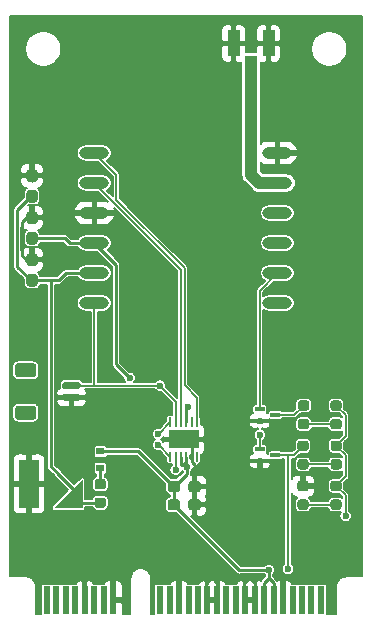
<source format=gtl>
G04 #@! TF.GenerationSoftware,KiCad,Pcbnew,(5.1.6)-1*
G04 #@! TF.CreationDate,2021-01-10T11:39:08+11:00*
G04 #@! TF.ProjectId,mPCIe-GNSS,6d504349-652d-4474-9e53-532e6b696361,1*
G04 #@! TF.SameCoordinates,Original*
G04 #@! TF.FileFunction,Copper,L1,Top*
G04 #@! TF.FilePolarity,Positive*
%FSLAX46Y46*%
G04 Gerber Fmt 4.6, Leading zero omitted, Abs format (unit mm)*
G04 Created by KiCad (PCBNEW (5.1.6)-1) date 2021-01-10 11:39:08*
%MOMM*%
%LPD*%
G01*
G04 APERTURE LIST*
G04 #@! TA.AperFunction,EtchedComponent*
%ADD10C,0.100000*%
G04 #@! TD*
G04 #@! TA.AperFunction,SMDPad,CuDef*
%ADD11O,2.500000X1.000000*%
G04 #@! TD*
G04 #@! TA.AperFunction,SMDPad,CuDef*
%ADD12R,0.810000X0.350000*%
G04 #@! TD*
G04 #@! TA.AperFunction,SMDPad,CuDef*
%ADD13R,1.050000X2.200000*%
G04 #@! TD*
G04 #@! TA.AperFunction,SMDPad,CuDef*
%ADD14R,1.000000X1.050000*%
G04 #@! TD*
G04 #@! TA.AperFunction,SMDPad,CuDef*
%ADD15R,0.600000X2.350000*%
G04 #@! TD*
G04 #@! TA.AperFunction,SMDPad,CuDef*
%ADD16O,0.250000X0.850000*%
G04 #@! TD*
G04 #@! TA.AperFunction,SMDPad,CuDef*
%ADD17R,2.550000X1.650000*%
G04 #@! TD*
G04 #@! TA.AperFunction,SMDPad,CuDef*
%ADD18R,0.700000X0.600000*%
G04 #@! TD*
G04 #@! TA.AperFunction,SMDPad,CuDef*
%ADD19R,1.700000X4.100000*%
G04 #@! TD*
G04 #@! TA.AperFunction,SMDPad,CuDef*
%ADD20R,1.000000X1.000000*%
G04 #@! TD*
G04 #@! TA.AperFunction,ViaPad*
%ADD21C,0.600000*%
G04 #@! TD*
G04 #@! TA.AperFunction,Conductor*
%ADD22C,0.254000*%
G04 #@! TD*
G04 #@! TA.AperFunction,Conductor*
%ADD23C,0.152400*%
G04 #@! TD*
G04 #@! TA.AperFunction,Conductor*
%ADD24C,1.020000*%
G04 #@! TD*
G04 #@! TA.AperFunction,Conductor*
%ADD25C,0.152000*%
G04 #@! TD*
G04 APERTURE END LIST*
D10*
G36*
X123032000Y-116696000D02*
G01*
X123032000Y-119096000D01*
X120632000Y-119096000D01*
X123032000Y-116696000D01*
G37*
D11*
X139512000Y-101727000D03*
X139512000Y-99187000D03*
X139512000Y-96647000D03*
X139512000Y-89027000D03*
X139512000Y-91567000D03*
X124012000Y-101727000D03*
X124012000Y-99187000D03*
X124012000Y-89027000D03*
X124012000Y-91567000D03*
X124012000Y-96647000D03*
X139512000Y-94107000D03*
X124012000Y-94107000D03*
D12*
X138024000Y-114105000D03*
X138024000Y-115105000D03*
X139344000Y-114605000D03*
X138024000Y-110701000D03*
X138024000Y-111701000D03*
X139344000Y-111201000D03*
D13*
X135812000Y-79756000D03*
D14*
X137287000Y-81281000D03*
D13*
X138762000Y-79756000D03*
G04 #@! TA.AperFunction,SMDPad,CuDef*
G36*
G01*
X117552999Y-110420000D02*
X118853001Y-110420000D01*
G75*
G02*
X119103000Y-110669999I0J-249999D01*
G01*
X119103000Y-111370001D01*
G75*
G02*
X118853001Y-111620000I-249999J0D01*
G01*
X117552999Y-111620000D01*
G75*
G02*
X117303000Y-111370001I0J249999D01*
G01*
X117303000Y-110669999D01*
G75*
G02*
X117552999Y-110420000I249999J0D01*
G01*
G37*
G04 #@! TD.AperFunction*
G04 #@! TA.AperFunction,SMDPad,CuDef*
G36*
G01*
X117552999Y-106820000D02*
X118853001Y-106820000D01*
G75*
G02*
X119103000Y-107069999I0J-249999D01*
G01*
X119103000Y-107770001D01*
G75*
G02*
X118853001Y-108020000I-249999J0D01*
G01*
X117552999Y-108020000D01*
G75*
G02*
X117303000Y-107770001I0J249999D01*
G01*
X117303000Y-107069999D01*
G75*
G02*
X117552999Y-106820000I249999J0D01*
G01*
G37*
G04 #@! TD.AperFunction*
G04 #@! TA.AperFunction,SMDPad,CuDef*
G36*
G01*
X121453000Y-109420000D02*
X122703000Y-109420000D01*
G75*
G02*
X122853000Y-109570000I0J-150000D01*
G01*
X122853000Y-109870000D01*
G75*
G02*
X122703000Y-110020000I-150000J0D01*
G01*
X121453000Y-110020000D01*
G75*
G02*
X121303000Y-109870000I0J150000D01*
G01*
X121303000Y-109570000D01*
G75*
G02*
X121453000Y-109420000I150000J0D01*
G01*
G37*
G04 #@! TD.AperFunction*
G04 #@! TA.AperFunction,SMDPad,CuDef*
G36*
G01*
X121453000Y-108420000D02*
X122703000Y-108420000D01*
G75*
G02*
X122853000Y-108570000I0J-150000D01*
G01*
X122853000Y-108870000D01*
G75*
G02*
X122703000Y-109020000I-150000J0D01*
G01*
X121453000Y-109020000D01*
G75*
G02*
X121303000Y-108870000I0J150000D01*
G01*
X121303000Y-108570000D01*
G75*
G02*
X121453000Y-108420000I150000J0D01*
G01*
G37*
G04 #@! TD.AperFunction*
D15*
X129595000Y-126895000D03*
X119995000Y-126895000D03*
X120795000Y-126895000D03*
X121595000Y-126895000D03*
X122395000Y-126895000D03*
X123195000Y-126895000D03*
X123995000Y-126895000D03*
X124795000Y-126895000D03*
X143195000Y-126895000D03*
X142395000Y-126895000D03*
X141595000Y-126895000D03*
X140795000Y-126895000D03*
X139995000Y-126895000D03*
X139195000Y-126895000D03*
X138395000Y-126895000D03*
X137595000Y-126895000D03*
X136795000Y-126895000D03*
X135995000Y-126895000D03*
X135195000Y-126895000D03*
X134395000Y-126895000D03*
X133595000Y-126895000D03*
X132795000Y-126895000D03*
X131995000Y-126895000D03*
X131195000Y-126895000D03*
X130395000Y-126895000D03*
X125595000Y-126895000D03*
G04 #@! TA.AperFunction,SMDPad,CuDef*
G36*
G01*
X144731250Y-110851000D02*
X144218750Y-110851000D01*
G75*
G02*
X144000000Y-110632250I0J218750D01*
G01*
X144000000Y-110194750D01*
G75*
G02*
X144218750Y-109976000I218750J0D01*
G01*
X144731250Y-109976000D01*
G75*
G02*
X144950000Y-110194750I0J-218750D01*
G01*
X144950000Y-110632250D01*
G75*
G02*
X144731250Y-110851000I-218750J0D01*
G01*
G37*
G04 #@! TD.AperFunction*
G04 #@! TA.AperFunction,SMDPad,CuDef*
G36*
G01*
X144731250Y-112426000D02*
X144218750Y-112426000D01*
G75*
G02*
X144000000Y-112207250I0J218750D01*
G01*
X144000000Y-111769750D01*
G75*
G02*
X144218750Y-111551000I218750J0D01*
G01*
X144731250Y-111551000D01*
G75*
G02*
X144950000Y-111769750I0J-218750D01*
G01*
X144950000Y-112207250D01*
G75*
G02*
X144731250Y-112426000I-218750J0D01*
G01*
G37*
G04 #@! TD.AperFunction*
G04 #@! TA.AperFunction,SMDPad,CuDef*
G36*
G01*
X144744250Y-114255000D02*
X144231750Y-114255000D01*
G75*
G02*
X144013000Y-114036250I0J218750D01*
G01*
X144013000Y-113598750D01*
G75*
G02*
X144231750Y-113380000I218750J0D01*
G01*
X144744250Y-113380000D01*
G75*
G02*
X144963000Y-113598750I0J-218750D01*
G01*
X144963000Y-114036250D01*
G75*
G02*
X144744250Y-114255000I-218750J0D01*
G01*
G37*
G04 #@! TD.AperFunction*
G04 #@! TA.AperFunction,SMDPad,CuDef*
G36*
G01*
X144744250Y-115830000D02*
X144231750Y-115830000D01*
G75*
G02*
X144013000Y-115611250I0J218750D01*
G01*
X144013000Y-115173750D01*
G75*
G02*
X144231750Y-114955000I218750J0D01*
G01*
X144744250Y-114955000D01*
G75*
G02*
X144963000Y-115173750I0J-218750D01*
G01*
X144963000Y-115611250D01*
G75*
G02*
X144744250Y-115830000I-218750J0D01*
G01*
G37*
G04 #@! TD.AperFunction*
G04 #@! TA.AperFunction,SMDPad,CuDef*
G36*
G01*
X144731250Y-117658000D02*
X144218750Y-117658000D01*
G75*
G02*
X144000000Y-117439250I0J218750D01*
G01*
X144000000Y-117001750D01*
G75*
G02*
X144218750Y-116783000I218750J0D01*
G01*
X144731250Y-116783000D01*
G75*
G02*
X144950000Y-117001750I0J-218750D01*
G01*
X144950000Y-117439250D01*
G75*
G02*
X144731250Y-117658000I-218750J0D01*
G01*
G37*
G04 #@! TD.AperFunction*
G04 #@! TA.AperFunction,SMDPad,CuDef*
G36*
G01*
X144731250Y-119233000D02*
X144218750Y-119233000D01*
G75*
G02*
X144000000Y-119014250I0J218750D01*
G01*
X144000000Y-118576750D01*
G75*
G02*
X144218750Y-118358000I218750J0D01*
G01*
X144731250Y-118358000D01*
G75*
G02*
X144950000Y-118576750I0J-218750D01*
G01*
X144950000Y-119014250D01*
G75*
G02*
X144731250Y-119233000I-218750J0D01*
G01*
G37*
G04 #@! TD.AperFunction*
G04 #@! TA.AperFunction,SMDPad,CuDef*
G36*
G01*
X141988250Y-110851000D02*
X141475750Y-110851000D01*
G75*
G02*
X141257000Y-110632250I0J218750D01*
G01*
X141257000Y-110194750D01*
G75*
G02*
X141475750Y-109976000I218750J0D01*
G01*
X141988250Y-109976000D01*
G75*
G02*
X142207000Y-110194750I0J-218750D01*
G01*
X142207000Y-110632250D01*
G75*
G02*
X141988250Y-110851000I-218750J0D01*
G01*
G37*
G04 #@! TD.AperFunction*
G04 #@! TA.AperFunction,SMDPad,CuDef*
G36*
G01*
X141988250Y-112426000D02*
X141475750Y-112426000D01*
G75*
G02*
X141257000Y-112207250I0J218750D01*
G01*
X141257000Y-111769750D01*
G75*
G02*
X141475750Y-111551000I218750J0D01*
G01*
X141988250Y-111551000D01*
G75*
G02*
X142207000Y-111769750I0J-218750D01*
G01*
X142207000Y-112207250D01*
G75*
G02*
X141988250Y-112426000I-218750J0D01*
G01*
G37*
G04 #@! TD.AperFunction*
G04 #@! TA.AperFunction,SMDPad,CuDef*
G36*
G01*
X141937250Y-114255000D02*
X141424750Y-114255000D01*
G75*
G02*
X141206000Y-114036250I0J218750D01*
G01*
X141206000Y-113598750D01*
G75*
G02*
X141424750Y-113380000I218750J0D01*
G01*
X141937250Y-113380000D01*
G75*
G02*
X142156000Y-113598750I0J-218750D01*
G01*
X142156000Y-114036250D01*
G75*
G02*
X141937250Y-114255000I-218750J0D01*
G01*
G37*
G04 #@! TD.AperFunction*
G04 #@! TA.AperFunction,SMDPad,CuDef*
G36*
G01*
X141937250Y-115830000D02*
X141424750Y-115830000D01*
G75*
G02*
X141206000Y-115611250I0J218750D01*
G01*
X141206000Y-115173750D01*
G75*
G02*
X141424750Y-114955000I218750J0D01*
G01*
X141937250Y-114955000D01*
G75*
G02*
X142156000Y-115173750I0J-218750D01*
G01*
X142156000Y-115611250D01*
G75*
G02*
X141937250Y-115830000I-218750J0D01*
G01*
G37*
G04 #@! TD.AperFunction*
G04 #@! TA.AperFunction,SMDPad,CuDef*
G36*
G01*
X141937250Y-117658000D02*
X141424750Y-117658000D01*
G75*
G02*
X141206000Y-117439250I0J218750D01*
G01*
X141206000Y-117001750D01*
G75*
G02*
X141424750Y-116783000I218750J0D01*
G01*
X141937250Y-116783000D01*
G75*
G02*
X142156000Y-117001750I0J-218750D01*
G01*
X142156000Y-117439250D01*
G75*
G02*
X141937250Y-117658000I-218750J0D01*
G01*
G37*
G04 #@! TD.AperFunction*
G04 #@! TA.AperFunction,SMDPad,CuDef*
G36*
G01*
X141937250Y-119233000D02*
X141424750Y-119233000D01*
G75*
G02*
X141206000Y-119014250I0J218750D01*
G01*
X141206000Y-118576750D01*
G75*
G02*
X141424750Y-118358000I218750J0D01*
G01*
X141937250Y-118358000D01*
G75*
G02*
X142156000Y-118576750I0J-218750D01*
G01*
X142156000Y-119014250D01*
G75*
G02*
X141937250Y-119233000I-218750J0D01*
G01*
G37*
G04 #@! TD.AperFunction*
G04 #@! TA.AperFunction,SMDPad,CuDef*
G36*
G01*
X124267750Y-116631000D02*
X124780250Y-116631000D01*
G75*
G02*
X124999000Y-116849750I0J-218750D01*
G01*
X124999000Y-117287250D01*
G75*
G02*
X124780250Y-117506000I-218750J0D01*
G01*
X124267750Y-117506000D01*
G75*
G02*
X124049000Y-117287250I0J218750D01*
G01*
X124049000Y-116849750D01*
G75*
G02*
X124267750Y-116631000I218750J0D01*
G01*
G37*
G04 #@! TD.AperFunction*
G04 #@! TA.AperFunction,SMDPad,CuDef*
G36*
G01*
X124267750Y-118206000D02*
X124780250Y-118206000D01*
G75*
G02*
X124999000Y-118424750I0J-218750D01*
G01*
X124999000Y-118862250D01*
G75*
G02*
X124780250Y-119081000I-218750J0D01*
G01*
X124267750Y-119081000D01*
G75*
G02*
X124049000Y-118862250I0J218750D01*
G01*
X124049000Y-118424750D01*
G75*
G02*
X124267750Y-118206000I218750J0D01*
G01*
G37*
G04 #@! TD.AperFunction*
D16*
X130447000Y-114734000D03*
X130897000Y-114734000D03*
X131347000Y-114734000D03*
X131797000Y-114734000D03*
X132247000Y-114734000D03*
X132697000Y-114734000D03*
X132697000Y-111834000D03*
X132247000Y-111834000D03*
X131797000Y-111834000D03*
X131347000Y-111834000D03*
X130897000Y-111834000D03*
X130447000Y-111834000D03*
D17*
X131572000Y-113284000D03*
D18*
X124524000Y-114298000D03*
X124524000Y-115698000D03*
G04 #@! TA.AperFunction,SMDPad,CuDef*
G36*
G01*
X118982500Y-95027000D02*
X118507500Y-95027000D01*
G75*
G02*
X118270000Y-94789500I0J237500D01*
G01*
X118270000Y-94214500D01*
G75*
G02*
X118507500Y-93977000I237500J0D01*
G01*
X118982500Y-93977000D01*
G75*
G02*
X119220000Y-94214500I0J-237500D01*
G01*
X119220000Y-94789500D01*
G75*
G02*
X118982500Y-95027000I-237500J0D01*
G01*
G37*
G04 #@! TD.AperFunction*
G04 #@! TA.AperFunction,SMDPad,CuDef*
G36*
G01*
X118982500Y-96777000D02*
X118507500Y-96777000D01*
G75*
G02*
X118270000Y-96539500I0J237500D01*
G01*
X118270000Y-95964500D01*
G75*
G02*
X118507500Y-95727000I237500J0D01*
G01*
X118982500Y-95727000D01*
G75*
G02*
X119220000Y-95964500I0J-237500D01*
G01*
X119220000Y-96539500D01*
G75*
G02*
X118982500Y-96777000I-237500J0D01*
G01*
G37*
G04 #@! TD.AperFunction*
G04 #@! TA.AperFunction,SMDPad,CuDef*
G36*
G01*
X131272000Y-118570500D02*
X131272000Y-119045500D01*
G75*
G02*
X131034500Y-119283000I-237500J0D01*
G01*
X130459500Y-119283000D01*
G75*
G02*
X130222000Y-119045500I0J237500D01*
G01*
X130222000Y-118570500D01*
G75*
G02*
X130459500Y-118333000I237500J0D01*
G01*
X131034500Y-118333000D01*
G75*
G02*
X131272000Y-118570500I0J-237500D01*
G01*
G37*
G04 #@! TD.AperFunction*
G04 #@! TA.AperFunction,SMDPad,CuDef*
G36*
G01*
X133022000Y-118570500D02*
X133022000Y-119045500D01*
G75*
G02*
X132784500Y-119283000I-237500J0D01*
G01*
X132209500Y-119283000D01*
G75*
G02*
X131972000Y-119045500I0J237500D01*
G01*
X131972000Y-118570500D01*
G75*
G02*
X132209500Y-118333000I237500J0D01*
G01*
X132784500Y-118333000D01*
G75*
G02*
X133022000Y-118570500I0J-237500D01*
G01*
G37*
G04 #@! TD.AperFunction*
G04 #@! TA.AperFunction,SMDPad,CuDef*
G36*
G01*
X131986000Y-117521500D02*
X131986000Y-117046500D01*
G75*
G02*
X132223500Y-116809000I237500J0D01*
G01*
X132798500Y-116809000D01*
G75*
G02*
X133036000Y-117046500I0J-237500D01*
G01*
X133036000Y-117521500D01*
G75*
G02*
X132798500Y-117759000I-237500J0D01*
G01*
X132223500Y-117759000D01*
G75*
G02*
X131986000Y-117521500I0J237500D01*
G01*
G37*
G04 #@! TD.AperFunction*
G04 #@! TA.AperFunction,SMDPad,CuDef*
G36*
G01*
X130236000Y-117521500D02*
X130236000Y-117046500D01*
G75*
G02*
X130473500Y-116809000I237500J0D01*
G01*
X131048500Y-116809000D01*
G75*
G02*
X131286000Y-117046500I0J-237500D01*
G01*
X131286000Y-117521500D01*
G75*
G02*
X131048500Y-117759000I-237500J0D01*
G01*
X130473500Y-117759000D01*
G75*
G02*
X130236000Y-117521500I0J237500D01*
G01*
G37*
G04 #@! TD.AperFunction*
G04 #@! TA.AperFunction,SMDPad,CuDef*
G36*
G01*
X118982500Y-91471000D02*
X118507500Y-91471000D01*
G75*
G02*
X118270000Y-91233500I0J237500D01*
G01*
X118270000Y-90658500D01*
G75*
G02*
X118507500Y-90421000I237500J0D01*
G01*
X118982500Y-90421000D01*
G75*
G02*
X119220000Y-90658500I0J-237500D01*
G01*
X119220000Y-91233500D01*
G75*
G02*
X118982500Y-91471000I-237500J0D01*
G01*
G37*
G04 #@! TD.AperFunction*
G04 #@! TA.AperFunction,SMDPad,CuDef*
G36*
G01*
X118982500Y-93221000D02*
X118507500Y-93221000D01*
G75*
G02*
X118270000Y-92983500I0J237500D01*
G01*
X118270000Y-92408500D01*
G75*
G02*
X118507500Y-92171000I237500J0D01*
G01*
X118982500Y-92171000D01*
G75*
G02*
X119220000Y-92408500I0J-237500D01*
G01*
X119220000Y-92983500D01*
G75*
G02*
X118982500Y-93221000I-237500J0D01*
G01*
G37*
G04 #@! TD.AperFunction*
G04 #@! TA.AperFunction,SMDPad,CuDef*
G36*
G01*
X118982500Y-98583000D02*
X118507500Y-98583000D01*
G75*
G02*
X118270000Y-98345500I0J237500D01*
G01*
X118270000Y-97770500D01*
G75*
G02*
X118507500Y-97533000I237500J0D01*
G01*
X118982500Y-97533000D01*
G75*
G02*
X119220000Y-97770500I0J-237500D01*
G01*
X119220000Y-98345500D01*
G75*
G02*
X118982500Y-98583000I-237500J0D01*
G01*
G37*
G04 #@! TD.AperFunction*
G04 #@! TA.AperFunction,SMDPad,CuDef*
G36*
G01*
X118982500Y-100333000D02*
X118507500Y-100333000D01*
G75*
G02*
X118270000Y-100095500I0J237500D01*
G01*
X118270000Y-99520500D01*
G75*
G02*
X118507500Y-99283000I237500J0D01*
G01*
X118982500Y-99283000D01*
G75*
G02*
X119220000Y-99520500I0J-237500D01*
G01*
X119220000Y-100095500D01*
G75*
G02*
X118982500Y-100333000I-237500J0D01*
G01*
G37*
G04 #@! TD.AperFunction*
D19*
X118482000Y-117046000D03*
D20*
X122432000Y-118496000D03*
D21*
X127000000Y-101600000D03*
X130175000Y-101600000D03*
X133350000Y-101600000D03*
X133350000Y-98425000D03*
X136525000Y-98425000D03*
X136525000Y-101600000D03*
X136525000Y-92075000D03*
X133350000Y-92075000D03*
X133350000Y-88900000D03*
X130175000Y-88900000D03*
X130175000Y-92075000D03*
X127000000Y-92075000D03*
X127000000Y-88900000D03*
X127000000Y-98425000D03*
X133350000Y-95250000D03*
X130175000Y-95250000D03*
X136525000Y-95250000D03*
X133350000Y-85725000D03*
X139700000Y-85725000D03*
X130175000Y-85725000D03*
X127000000Y-85725000D03*
X123825000Y-85725000D03*
X120650000Y-85725000D03*
X120650000Y-88900000D03*
X120650000Y-92075000D03*
X120650000Y-98425000D03*
X120650000Y-95250000D03*
X127000000Y-104775000D03*
X130175000Y-104775000D03*
X133350000Y-104775000D03*
X136525000Y-104775000D03*
X139700000Y-104775000D03*
X142875000Y-104775000D03*
X142875000Y-101600000D03*
X142875000Y-98425000D03*
X142875000Y-95250000D03*
X142875000Y-92075000D03*
X142875000Y-88900000D03*
X142875000Y-85725000D03*
X138785600Y-124358400D03*
X131857200Y-115638000D03*
X131978400Y-110540800D03*
X145288000Y-119783100D03*
X127000000Y-108077000D03*
X138023600Y-112903000D03*
X129548000Y-108720000D03*
X140411200Y-124256800D03*
X130896000Y-115845000D03*
X129413000Y-112832000D03*
X129413000Y-113736000D03*
D22*
X139016000Y-79882000D02*
X139016000Y-80304600D01*
X136795000Y-126167600D02*
X136795000Y-125805500D01*
X136795000Y-126895000D02*
X136795000Y-126167600D01*
X132497000Y-118807000D02*
X132497000Y-118808000D01*
X131572000Y-113284000D02*
X132247000Y-113959000D01*
X132247000Y-113959000D02*
X132247000Y-114734000D01*
X132510500Y-117284000D02*
X132510500Y-115445600D01*
X132510500Y-115445600D02*
X132247000Y-115182100D01*
X132247000Y-115182100D02*
X132247000Y-114734000D01*
X132510000Y-118794000D02*
X132510000Y-117284500D01*
X132510000Y-117284500D02*
X132510500Y-117284000D01*
X132511000Y-117284000D02*
X132510500Y-117284000D01*
X118745000Y-90946000D02*
X118745000Y-91379800D01*
X118745000Y-91379800D02*
X118718600Y-91406200D01*
X132510000Y-118794000D02*
X132497000Y-118807000D01*
X132497000Y-118807000D02*
X132496000Y-118808000D01*
X139995000Y-126895000D02*
X139995000Y-124958200D01*
X118270000Y-98058000D02*
X118745000Y-98058000D01*
X117881410Y-97669410D02*
X118270000Y-98058000D01*
X118270000Y-94502000D02*
X117881410Y-94890590D01*
X117881410Y-94890590D02*
X117881410Y-97669410D01*
X118745000Y-94502000D02*
X118270000Y-94502000D01*
X124523500Y-118644000D02*
X122580000Y-118644000D01*
X122580000Y-118644000D02*
X122432000Y-118496000D01*
X124523500Y-118644000D02*
X124524000Y-118643500D01*
X124524000Y-118644000D02*
X124523500Y-118644000D01*
X122504000Y-118567000D02*
X122432000Y-118496000D01*
X117475000Y-98647200D02*
X117475000Y-93856800D01*
X121627600Y-99187000D02*
X124012000Y-99187000D01*
X121006600Y-99808000D02*
X121627600Y-99187000D01*
X120332500Y-99857500D02*
X120382000Y-99808000D01*
X120332500Y-115570000D02*
X120332500Y-99857500D01*
X121010900Y-116248400D02*
X120332500Y-115570000D01*
X120382000Y-99808000D02*
X121006600Y-99808000D01*
X122432000Y-117716300D02*
X121010900Y-116295200D01*
X122432000Y-118496000D02*
X122432000Y-117716300D01*
X118745000Y-99808000D02*
X120382000Y-99808000D01*
X121010900Y-116295200D02*
X121010900Y-116248400D01*
X118635800Y-92696000D02*
X117475000Y-93856800D01*
X118745000Y-92696000D02*
X118635800Y-92696000D01*
X118635800Y-99808000D02*
X117475000Y-98647200D01*
X118745000Y-99808000D02*
X118635800Y-99808000D01*
D23*
X145291300Y-118024400D02*
X145291300Y-119783100D01*
X144488000Y-117221100D02*
X145291300Y-118024400D01*
X145291300Y-111217200D02*
X145291300Y-113000600D01*
X144488000Y-110413900D02*
X145291300Y-111217200D01*
X144475000Y-113816900D02*
X145291300Y-113000600D01*
D22*
X144331800Y-113973700D02*
X144488000Y-113817500D01*
D23*
X144475000Y-117220500D02*
X145291300Y-116404200D01*
D22*
X131347000Y-114734000D02*
X131347000Y-115438700D01*
X131797000Y-115155900D02*
X131797000Y-115156400D01*
X131797000Y-115156400D02*
X131514700Y-115438700D01*
X131514700Y-115438700D02*
X131347000Y-115438700D01*
X131797000Y-115155900D02*
X131797000Y-114734000D01*
X131857200Y-115638000D02*
X131797000Y-115577800D01*
X131797000Y-115577800D02*
X131797000Y-115155900D01*
X130747000Y-117298000D02*
X130761000Y-117284000D01*
X130747000Y-118808000D02*
X130747000Y-117298000D01*
X124524000Y-114298000D02*
X127747000Y-114298000D01*
X127747000Y-114298000D02*
X130747000Y-117298000D01*
X130761000Y-117284000D02*
X131857200Y-116187800D01*
X131857200Y-116187800D02*
X131857200Y-115638000D01*
X123524500Y-96647000D02*
X124012000Y-96647000D01*
X118745000Y-96252000D02*
X121525000Y-96252000D01*
X121525000Y-96252000D02*
X121920000Y-96647000D01*
X121920000Y-96647000D02*
X123524500Y-96647000D01*
X138395000Y-125409400D02*
X138785600Y-125018800D01*
X138395000Y-126895000D02*
X138395000Y-125409400D01*
X139195000Y-125428200D02*
X138785600Y-125018800D01*
X139195000Y-126895000D02*
X139195000Y-125428200D01*
D23*
X145291300Y-114620800D02*
X145291300Y-116404200D01*
X144488000Y-113817500D02*
X145291300Y-114620800D01*
D22*
X131797000Y-110722200D02*
X131797000Y-111834000D01*
X131978400Y-110540800D02*
X131797000Y-110722200D01*
D23*
X145291300Y-119783100D02*
X145291300Y-119807800D01*
D22*
X138785600Y-125018800D02*
X138785600Y-124358400D01*
X124012000Y-96647000D02*
X125857000Y-98492000D01*
X125857000Y-106934000D02*
X127000000Y-108077000D01*
X125857000Y-98492000D02*
X125857000Y-106934000D01*
X136297400Y-124358400D02*
X138785600Y-124358400D01*
X130747000Y-118808000D02*
X136297400Y-124358400D01*
D23*
X124524000Y-117068000D02*
X124524000Y-117068500D01*
D22*
X124524000Y-115698000D02*
X124524000Y-117068000D01*
D23*
X138024000Y-110701000D02*
X138024000Y-100675000D01*
X138024000Y-100675000D02*
X139512000Y-99187000D01*
D24*
X137287000Y-90912600D02*
X137287000Y-81426400D01*
X139512000Y-91567000D02*
X137941400Y-91567000D01*
X137941400Y-91567000D02*
X137287000Y-90912600D01*
D23*
X122078000Y-108720000D02*
X123995000Y-108720000D01*
X124012000Y-101727000D02*
X124012000Y-108702000D01*
X124012000Y-108702000D02*
X123995000Y-108720000D01*
X128360000Y-108720000D02*
X123995000Y-108720000D01*
X129548000Y-108720000D02*
X128360000Y-108720000D01*
X130897000Y-111834000D02*
X130897000Y-110069000D01*
X130897000Y-110069000D02*
X129548000Y-108720000D01*
X129548000Y-108720000D02*
X129548000Y-108720000D01*
X138023600Y-114104600D02*
X138024000Y-114105000D01*
X138023600Y-112903000D02*
X138023600Y-114104600D01*
X132697000Y-111834000D02*
X132697000Y-109757000D01*
X132697000Y-109757000D02*
X131652000Y-108712000D01*
X131652000Y-108712000D02*
X131652000Y-98775200D01*
X131652000Y-98775200D02*
X125881000Y-93004000D01*
X125881000Y-93004000D02*
X125881000Y-90895000D01*
X125881000Y-90895000D02*
X124012000Y-89027000D01*
X131347000Y-111834000D02*
X131347000Y-98901500D01*
X131347000Y-98901500D02*
X124012000Y-91567000D01*
X141681000Y-113817500D02*
X140893500Y-114605000D01*
X140411200Y-114605200D02*
X140411400Y-114605000D01*
X140411200Y-124256800D02*
X140411200Y-114605200D01*
X140893500Y-114605000D02*
X140411400Y-114605000D01*
X140411400Y-114605000D02*
X139344000Y-114605000D01*
X130897000Y-114734000D02*
X130897000Y-115844000D01*
X130897000Y-115844000D02*
X130896000Y-115845000D01*
X141681000Y-118795500D02*
X144475000Y-118795500D01*
X141681000Y-115392500D02*
X144488000Y-115392500D01*
X141732000Y-111988500D02*
X144475000Y-111988500D01*
X129413000Y-112832000D02*
X129449000Y-112832000D01*
X129449000Y-112832000D02*
X130447000Y-111834000D01*
X129413000Y-113736000D02*
X129449000Y-113736000D01*
X129449000Y-113736000D02*
X130447000Y-114734000D01*
X140944500Y-111201000D02*
X141732000Y-110413500D01*
X139344000Y-111201000D02*
X140944500Y-111201000D01*
D25*
G36*
X146694000Y-116713387D02*
G01*
X146685305Y-124869000D01*
X145390045Y-124869000D01*
X145389870Y-124869017D01*
X145389071Y-124869020D01*
X145384679Y-124869466D01*
X145380260Y-124869435D01*
X145378857Y-124869572D01*
X145223580Y-124885893D01*
X145214635Y-124887730D01*
X145205621Y-124889449D01*
X145204272Y-124889857D01*
X145055122Y-124936026D01*
X145046705Y-124939564D01*
X145038195Y-124943003D01*
X145036950Y-124943665D01*
X144899608Y-125017926D01*
X144892035Y-125023034D01*
X144884359Y-125028057D01*
X144883266Y-125028948D01*
X144762963Y-125128471D01*
X144756509Y-125134970D01*
X144749972Y-125141372D01*
X144749073Y-125142458D01*
X144650394Y-125263452D01*
X144645333Y-125271070D01*
X144640156Y-125278630D01*
X144639485Y-125279870D01*
X144566185Y-125417727D01*
X144562689Y-125426209D01*
X144559091Y-125434605D01*
X144558674Y-125435952D01*
X144513547Y-125585421D01*
X144511765Y-125594419D01*
X144509866Y-125603355D01*
X144509718Y-125604757D01*
X144494482Y-125760144D01*
X144494482Y-125760161D01*
X144494001Y-125765045D01*
X144494000Y-127187909D01*
X144453427Y-128067000D01*
X143724505Y-128067000D01*
X143724505Y-125720000D01*
X143720095Y-125675226D01*
X143707035Y-125632172D01*
X143685826Y-125592494D01*
X143657285Y-125557715D01*
X143622506Y-125529174D01*
X143582828Y-125507965D01*
X143539774Y-125494905D01*
X143495000Y-125490495D01*
X142895000Y-125490495D01*
X142850226Y-125494905D01*
X142807172Y-125507965D01*
X142795000Y-125514471D01*
X142782828Y-125507965D01*
X142739774Y-125494905D01*
X142695000Y-125490495D01*
X142095000Y-125490495D01*
X142050226Y-125494905D01*
X142007172Y-125507965D01*
X141995000Y-125514471D01*
X141982828Y-125507965D01*
X141939774Y-125494905D01*
X141895000Y-125490495D01*
X141295000Y-125490495D01*
X141250226Y-125494905D01*
X141207172Y-125507965D01*
X141195000Y-125514471D01*
X141182828Y-125507965D01*
X141139774Y-125494905D01*
X141095000Y-125490495D01*
X140768752Y-125490495D01*
X140734469Y-125426356D01*
X140668738Y-125346262D01*
X140588644Y-125280531D01*
X140497265Y-125231688D01*
X140398114Y-125201611D01*
X140295000Y-125191455D01*
X140275500Y-125194000D01*
X140144000Y-125325500D01*
X140144000Y-126746000D01*
X140164000Y-126746000D01*
X140164000Y-127044000D01*
X140144000Y-127044000D01*
X140144000Y-127064000D01*
X139846000Y-127064000D01*
X139846000Y-127044000D01*
X139826000Y-127044000D01*
X139826000Y-126746000D01*
X139846000Y-126746000D01*
X139846000Y-125325500D01*
X139714500Y-125194000D01*
X139695000Y-125191455D01*
X139591886Y-125201611D01*
X139492916Y-125231633D01*
X139491934Y-125229795D01*
X139447521Y-125175679D01*
X139433962Y-125164551D01*
X139141000Y-124871590D01*
X139141000Y-124750271D01*
X139196035Y-124695236D01*
X139253862Y-124608691D01*
X139293694Y-124512529D01*
X139314000Y-124410443D01*
X139314000Y-124306357D01*
X139293694Y-124204271D01*
X139253862Y-124108109D01*
X139196035Y-124021564D01*
X139122436Y-123947965D01*
X139035891Y-123890138D01*
X138939729Y-123850306D01*
X138837643Y-123830000D01*
X138733557Y-123830000D01*
X138631471Y-123850306D01*
X138535309Y-123890138D01*
X138448764Y-123947965D01*
X138393729Y-124003000D01*
X136444611Y-124003000D01*
X132233555Y-119791945D01*
X132348000Y-119677500D01*
X132348000Y-118957000D01*
X132646000Y-118957000D01*
X132646000Y-119677500D01*
X132777500Y-119809000D01*
X133022000Y-119811545D01*
X133125114Y-119801389D01*
X133224265Y-119771312D01*
X133315644Y-119722469D01*
X133395738Y-119656738D01*
X133461469Y-119576644D01*
X133510312Y-119485265D01*
X133540389Y-119386114D01*
X133550545Y-119283000D01*
X133548000Y-119088500D01*
X133416500Y-118957000D01*
X132646000Y-118957000D01*
X132348000Y-118957000D01*
X132328000Y-118957000D01*
X132328000Y-118659000D01*
X132348000Y-118659000D01*
X132348000Y-118167500D01*
X132362000Y-118153500D01*
X132362000Y-117938500D01*
X132646000Y-117938500D01*
X132646000Y-118659000D01*
X133416500Y-118659000D01*
X133548000Y-118527500D01*
X133550545Y-118333000D01*
X133540389Y-118229886D01*
X133510312Y-118130735D01*
X133471292Y-118057734D01*
X133475469Y-118052644D01*
X133524312Y-117961265D01*
X133554389Y-117862114D01*
X133564545Y-117759000D01*
X133562000Y-117564500D01*
X133430500Y-117433000D01*
X132660000Y-117433000D01*
X132660000Y-117924500D01*
X132646000Y-117938500D01*
X132362000Y-117938500D01*
X132362000Y-117433000D01*
X132342000Y-117433000D01*
X132342000Y-117135000D01*
X132362000Y-117135000D01*
X132362000Y-116414500D01*
X132660000Y-116414500D01*
X132660000Y-117135000D01*
X133430500Y-117135000D01*
X133562000Y-117003500D01*
X133564545Y-116809000D01*
X133554389Y-116705886D01*
X133524312Y-116606735D01*
X133475469Y-116515356D01*
X133409738Y-116435262D01*
X133329644Y-116369531D01*
X133238265Y-116320688D01*
X133139114Y-116290611D01*
X133036000Y-116280455D01*
X132791500Y-116283000D01*
X132660000Y-116414500D01*
X132362000Y-116414500D01*
X132230500Y-116283000D01*
X132199810Y-116282681D01*
X132207457Y-116257470D01*
X132212600Y-116205253D01*
X132212600Y-116205246D01*
X132214318Y-116187800D01*
X132212600Y-116170355D01*
X132212600Y-116029871D01*
X132267635Y-115974836D01*
X132325462Y-115888291D01*
X132365294Y-115792129D01*
X132385600Y-115690043D01*
X132385600Y-115685000D01*
X132396002Y-115685000D01*
X132396002Y-115666407D01*
X132396947Y-115667496D01*
X132484788Y-115658066D01*
X132601968Y-115599685D01*
X132705507Y-115519565D01*
X132791426Y-115420785D01*
X132823346Y-115364974D01*
X132832894Y-115362078D01*
X132882617Y-115335500D01*
X137093000Y-115335500D01*
X137105337Y-115404541D01*
X137139504Y-115502359D01*
X137192098Y-115591631D01*
X137261097Y-115668928D01*
X137343850Y-115731278D01*
X137437177Y-115776286D01*
X137537491Y-115802222D01*
X137640938Y-115808090D01*
X137743500Y-115806000D01*
X137875000Y-115674500D01*
X137875000Y-115204000D01*
X138173000Y-115204000D01*
X138173000Y-115674500D01*
X138304500Y-115806000D01*
X138407062Y-115808090D01*
X138510509Y-115802222D01*
X138610823Y-115776286D01*
X138704150Y-115731278D01*
X138786903Y-115668928D01*
X138855902Y-115591631D01*
X138908496Y-115502359D01*
X138942663Y-115404541D01*
X138955000Y-115335500D01*
X138823500Y-115204000D01*
X138173000Y-115204000D01*
X137875000Y-115204000D01*
X137224500Y-115204000D01*
X137093000Y-115335500D01*
X132882617Y-115335500D01*
X132894288Y-115329262D01*
X132948100Y-115285100D01*
X132992262Y-115231288D01*
X133025078Y-115169894D01*
X133045286Y-115103278D01*
X133050400Y-115051352D01*
X133050400Y-114596705D01*
X133140644Y-114548469D01*
X133220738Y-114482738D01*
X133286469Y-114402644D01*
X133335312Y-114311265D01*
X133365389Y-114212114D01*
X133375545Y-114109000D01*
X133373000Y-113564500D01*
X133241500Y-113433000D01*
X131721000Y-113433000D01*
X131721000Y-113453000D01*
X131423000Y-113453000D01*
X131423000Y-113433000D01*
X129902500Y-113433000D01*
X129868657Y-113466843D01*
X129823435Y-113399164D01*
X129749836Y-113325565D01*
X129687629Y-113284000D01*
X129749836Y-113242435D01*
X129823435Y-113168836D01*
X129868657Y-113101157D01*
X129902500Y-113135000D01*
X131423000Y-113135000D01*
X131423000Y-113115000D01*
X131721000Y-113115000D01*
X131721000Y-113135000D01*
X133241500Y-113135000D01*
X133373000Y-113003500D01*
X133375545Y-112459000D01*
X133365389Y-112355886D01*
X133335312Y-112256735D01*
X133286469Y-112165356D01*
X133220738Y-112085262D01*
X133140644Y-112019531D01*
X133050400Y-111971295D01*
X133050400Y-111931500D01*
X137093000Y-111931500D01*
X137105337Y-112000541D01*
X137139504Y-112098359D01*
X137192098Y-112187631D01*
X137261097Y-112264928D01*
X137343850Y-112327278D01*
X137437177Y-112372286D01*
X137537491Y-112398222D01*
X137640938Y-112404090D01*
X137743500Y-112402000D01*
X137874998Y-112270502D01*
X137874998Y-112393807D01*
X137869471Y-112394906D01*
X137773309Y-112434738D01*
X137686764Y-112492565D01*
X137613165Y-112566164D01*
X137555338Y-112652709D01*
X137515506Y-112748871D01*
X137495200Y-112850957D01*
X137495200Y-112955043D01*
X137515506Y-113057129D01*
X137555338Y-113153291D01*
X137613165Y-113239836D01*
X137686764Y-113313435D01*
X137719000Y-113334974D01*
X137719001Y-113700495D01*
X137619000Y-113700495D01*
X137574226Y-113704905D01*
X137531172Y-113717965D01*
X137491494Y-113739174D01*
X137456715Y-113767715D01*
X137428174Y-113802494D01*
X137406965Y-113842172D01*
X137393905Y-113885226D01*
X137389495Y-113930000D01*
X137389495Y-114280000D01*
X137393905Y-114324774D01*
X137406965Y-114367828D01*
X137428174Y-114407506D01*
X137447493Y-114431047D01*
X137437177Y-114433714D01*
X137343850Y-114478722D01*
X137261097Y-114541072D01*
X137192098Y-114618369D01*
X137139504Y-114707641D01*
X137105337Y-114805459D01*
X137093000Y-114874500D01*
X137224500Y-115006000D01*
X137875000Y-115006000D01*
X137875000Y-114936000D01*
X138173000Y-114936000D01*
X138173000Y-115006000D01*
X138823500Y-115006000D01*
X138842240Y-114987260D01*
X138851172Y-114992035D01*
X138894226Y-115005095D01*
X138939000Y-115009505D01*
X139749000Y-115009505D01*
X139793774Y-115005095D01*
X139836828Y-114992035D01*
X139876506Y-114970826D01*
X139911285Y-114942285D01*
X139938108Y-114909600D01*
X140106601Y-114909600D01*
X140106600Y-123824826D01*
X140074364Y-123846365D01*
X140000765Y-123919964D01*
X139942938Y-124006509D01*
X139903106Y-124102671D01*
X139882800Y-124204757D01*
X139882800Y-124308843D01*
X139903106Y-124410929D01*
X139942938Y-124507091D01*
X140000765Y-124593636D01*
X140074364Y-124667235D01*
X140160909Y-124725062D01*
X140257071Y-124764894D01*
X140359157Y-124785200D01*
X140463243Y-124785200D01*
X140565329Y-124764894D01*
X140661491Y-124725062D01*
X140748036Y-124667235D01*
X140821635Y-124593636D01*
X140879462Y-124507091D01*
X140919294Y-124410929D01*
X140939600Y-124308843D01*
X140939600Y-124204757D01*
X140919294Y-124102671D01*
X140879462Y-124006509D01*
X140821635Y-123919964D01*
X140748036Y-123846365D01*
X140715800Y-123824826D01*
X140715800Y-117854041D01*
X140717688Y-117860265D01*
X140766531Y-117951644D01*
X140832262Y-118031738D01*
X140912356Y-118097469D01*
X141003735Y-118146312D01*
X141102886Y-118176389D01*
X141206000Y-118186545D01*
X141208504Y-118186512D01*
X141175713Y-118204040D01*
X141107786Y-118259786D01*
X141052040Y-118327713D01*
X141010616Y-118405210D01*
X140985108Y-118489300D01*
X140976495Y-118576750D01*
X140976495Y-119014250D01*
X140985108Y-119101700D01*
X141010616Y-119185790D01*
X141052040Y-119263287D01*
X141107786Y-119331214D01*
X141175713Y-119386960D01*
X141253210Y-119428384D01*
X141337300Y-119453892D01*
X141424750Y-119462505D01*
X141937250Y-119462505D01*
X142024700Y-119453892D01*
X142108790Y-119428384D01*
X142186287Y-119386960D01*
X142254214Y-119331214D01*
X142309960Y-119263287D01*
X142351384Y-119185790D01*
X142376892Y-119101700D01*
X142377050Y-119100100D01*
X143778950Y-119100100D01*
X143779108Y-119101700D01*
X143804616Y-119185790D01*
X143846040Y-119263287D01*
X143901786Y-119331214D01*
X143969713Y-119386960D01*
X144047210Y-119428384D01*
X144131300Y-119453892D01*
X144218750Y-119462505D01*
X144731250Y-119462505D01*
X144818700Y-119453892D01*
X144892247Y-119431582D01*
X144877565Y-119446264D01*
X144819738Y-119532809D01*
X144779906Y-119628971D01*
X144759600Y-119731057D01*
X144759600Y-119835143D01*
X144779906Y-119937229D01*
X144819738Y-120033391D01*
X144877565Y-120119936D01*
X144951164Y-120193535D01*
X145037709Y-120251362D01*
X145133871Y-120291194D01*
X145235957Y-120311500D01*
X145340043Y-120311500D01*
X145442129Y-120291194D01*
X145538291Y-120251362D01*
X145624836Y-120193535D01*
X145698435Y-120119936D01*
X145756262Y-120033391D01*
X145796094Y-119937229D01*
X145816400Y-119835143D01*
X145816400Y-119731057D01*
X145796094Y-119628971D01*
X145756262Y-119532809D01*
X145698435Y-119446264D01*
X145624836Y-119372665D01*
X145595900Y-119353331D01*
X145595900Y-118039346D01*
X145597372Y-118024400D01*
X145595900Y-118009454D01*
X145595900Y-118009444D01*
X145591492Y-117964688D01*
X145574842Y-117909800D01*
X145574075Y-117907270D01*
X145545790Y-117854355D01*
X145517260Y-117819590D01*
X145517255Y-117819585D01*
X145507726Y-117807974D01*
X145496116Y-117798446D01*
X145175687Y-117478017D01*
X145179505Y-117439250D01*
X145179505Y-117001750D01*
X145174575Y-116951694D01*
X145496110Y-116630159D01*
X145507726Y-116620626D01*
X145534118Y-116588468D01*
X145545790Y-116574245D01*
X145574075Y-116521330D01*
X145582485Y-116493604D01*
X145591492Y-116463912D01*
X145595900Y-116419156D01*
X145595900Y-116419146D01*
X145597372Y-116404200D01*
X145595900Y-116389254D01*
X145595900Y-114635746D01*
X145597372Y-114620800D01*
X145595900Y-114605854D01*
X145595900Y-114605844D01*
X145591492Y-114561088D01*
X145574507Y-114505095D01*
X145574075Y-114503670D01*
X145545790Y-114450755D01*
X145517260Y-114415990D01*
X145517255Y-114415985D01*
X145507726Y-114404374D01*
X145496116Y-114394846D01*
X145187575Y-114086305D01*
X145192505Y-114036250D01*
X145192505Y-113598750D01*
X145186356Y-113536313D01*
X145496110Y-113226559D01*
X145507726Y-113217026D01*
X145545790Y-113170645D01*
X145563988Y-113136600D01*
X145574075Y-113117730D01*
X145583551Y-113086490D01*
X145591492Y-113060312D01*
X145595900Y-113015556D01*
X145595900Y-113015546D01*
X145597372Y-113000600D01*
X145595900Y-112985654D01*
X145595900Y-111232146D01*
X145597372Y-111217200D01*
X145595900Y-111202254D01*
X145595900Y-111202244D01*
X145591492Y-111157488D01*
X145578128Y-111113434D01*
X145574075Y-111100070D01*
X145545790Y-111047155D01*
X145517260Y-111012390D01*
X145517255Y-111012385D01*
X145507726Y-111000774D01*
X145496116Y-110991246D01*
X145175705Y-110670835D01*
X145179505Y-110632250D01*
X145179505Y-110194750D01*
X145170892Y-110107300D01*
X145145384Y-110023210D01*
X145103960Y-109945713D01*
X145048214Y-109877786D01*
X144980287Y-109822040D01*
X144902790Y-109780616D01*
X144818700Y-109755108D01*
X144731250Y-109746495D01*
X144218750Y-109746495D01*
X144131300Y-109755108D01*
X144047210Y-109780616D01*
X143969713Y-109822040D01*
X143901786Y-109877786D01*
X143846040Y-109945713D01*
X143804616Y-110023210D01*
X143779108Y-110107300D01*
X143770495Y-110194750D01*
X143770495Y-110632250D01*
X143779108Y-110719700D01*
X143804616Y-110803790D01*
X143846040Y-110881287D01*
X143901786Y-110949214D01*
X143969713Y-111004960D01*
X144047210Y-111046384D01*
X144131300Y-111071892D01*
X144218750Y-111080505D01*
X144723835Y-111080505D01*
X144986700Y-111343370D01*
X144986700Y-111402303D01*
X144980287Y-111397040D01*
X144902790Y-111355616D01*
X144818700Y-111330108D01*
X144731250Y-111321495D01*
X144218750Y-111321495D01*
X144131300Y-111330108D01*
X144047210Y-111355616D01*
X143969713Y-111397040D01*
X143901786Y-111452786D01*
X143846040Y-111520713D01*
X143804616Y-111598210D01*
X143779108Y-111682300D01*
X143778950Y-111683900D01*
X142428050Y-111683900D01*
X142427892Y-111682300D01*
X142402384Y-111598210D01*
X142360960Y-111520713D01*
X142305214Y-111452786D01*
X142237287Y-111397040D01*
X142159790Y-111355616D01*
X142075700Y-111330108D01*
X141988250Y-111321495D01*
X141475750Y-111321495D01*
X141388300Y-111330108D01*
X141304210Y-111355616D01*
X141226713Y-111397040D01*
X141158786Y-111452786D01*
X141103040Y-111520713D01*
X141061616Y-111598210D01*
X141036108Y-111682300D01*
X141027495Y-111769750D01*
X141027495Y-112207250D01*
X141036108Y-112294700D01*
X141061616Y-112378790D01*
X141103040Y-112456287D01*
X141158786Y-112524214D01*
X141226713Y-112579960D01*
X141304210Y-112621384D01*
X141388300Y-112646892D01*
X141475750Y-112655505D01*
X141988250Y-112655505D01*
X142075700Y-112646892D01*
X142159790Y-112621384D01*
X142237287Y-112579960D01*
X142305214Y-112524214D01*
X142360960Y-112456287D01*
X142402384Y-112378790D01*
X142427892Y-112294700D01*
X142428050Y-112293100D01*
X143778950Y-112293100D01*
X143779108Y-112294700D01*
X143804616Y-112378790D01*
X143846040Y-112456287D01*
X143901786Y-112524214D01*
X143969713Y-112579960D01*
X144047210Y-112621384D01*
X144131300Y-112646892D01*
X144218750Y-112655505D01*
X144731250Y-112655505D01*
X144818700Y-112646892D01*
X144902790Y-112621384D01*
X144980287Y-112579960D01*
X144986701Y-112574696D01*
X144986701Y-112874430D01*
X144710636Y-113150495D01*
X144231750Y-113150495D01*
X144144300Y-113159108D01*
X144060210Y-113184616D01*
X143982713Y-113226040D01*
X143914786Y-113281786D01*
X143859040Y-113349713D01*
X143817616Y-113427210D01*
X143792108Y-113511300D01*
X143783495Y-113598750D01*
X143783495Y-114036250D01*
X143792108Y-114123700D01*
X143817616Y-114207790D01*
X143859040Y-114285287D01*
X143914786Y-114353214D01*
X143982713Y-114408960D01*
X144060210Y-114450384D01*
X144144300Y-114475892D01*
X144231750Y-114484505D01*
X144724235Y-114484505D01*
X144986700Y-114746970D01*
X144986700Y-114797519D01*
X144915790Y-114759616D01*
X144831700Y-114734108D01*
X144744250Y-114725495D01*
X144231750Y-114725495D01*
X144144300Y-114734108D01*
X144060210Y-114759616D01*
X143982713Y-114801040D01*
X143914786Y-114856786D01*
X143859040Y-114924713D01*
X143817616Y-115002210D01*
X143792108Y-115086300D01*
X143791950Y-115087900D01*
X142377050Y-115087900D01*
X142376892Y-115086300D01*
X142351384Y-115002210D01*
X142309960Y-114924713D01*
X142254214Y-114856786D01*
X142186287Y-114801040D01*
X142108790Y-114759616D01*
X142024700Y-114734108D01*
X141937250Y-114725495D01*
X141424750Y-114725495D01*
X141337300Y-114734108D01*
X141253210Y-114759616D01*
X141175713Y-114801040D01*
X141107786Y-114856786D01*
X141052040Y-114924713D01*
X141010616Y-115002210D01*
X140985108Y-115086300D01*
X140976495Y-115173750D01*
X140976495Y-115611250D01*
X140985108Y-115698700D01*
X141010616Y-115782790D01*
X141052040Y-115860287D01*
X141107786Y-115928214D01*
X141175713Y-115983960D01*
X141253210Y-116025384D01*
X141337300Y-116050892D01*
X141424750Y-116059505D01*
X141937250Y-116059505D01*
X142024700Y-116050892D01*
X142108790Y-116025384D01*
X142186287Y-115983960D01*
X142254214Y-115928214D01*
X142309960Y-115860287D01*
X142351384Y-115782790D01*
X142376892Y-115698700D01*
X142377050Y-115697100D01*
X143791950Y-115697100D01*
X143792108Y-115698700D01*
X143817616Y-115782790D01*
X143859040Y-115860287D01*
X143914786Y-115928214D01*
X143982713Y-115983960D01*
X144060210Y-116025384D01*
X144144300Y-116050892D01*
X144231750Y-116059505D01*
X144744250Y-116059505D01*
X144831700Y-116050892D01*
X144915790Y-116025384D01*
X144986701Y-115987481D01*
X144986701Y-116278030D01*
X144711236Y-116553495D01*
X144218750Y-116553495D01*
X144131300Y-116562108D01*
X144047210Y-116587616D01*
X143969713Y-116629040D01*
X143901786Y-116684786D01*
X143846040Y-116752713D01*
X143804616Y-116830210D01*
X143779108Y-116914300D01*
X143770495Y-117001750D01*
X143770495Y-117439250D01*
X143779108Y-117526700D01*
X143804616Y-117610790D01*
X143846040Y-117688287D01*
X143901786Y-117756214D01*
X143969713Y-117811960D01*
X144047210Y-117853384D01*
X144131300Y-117878892D01*
X144218750Y-117887505D01*
X144723635Y-117887505D01*
X144986700Y-118150570D01*
X144986700Y-118209303D01*
X144980287Y-118204040D01*
X144902790Y-118162616D01*
X144818700Y-118137108D01*
X144731250Y-118128495D01*
X144218750Y-118128495D01*
X144131300Y-118137108D01*
X144047210Y-118162616D01*
X143969713Y-118204040D01*
X143901786Y-118259786D01*
X143846040Y-118327713D01*
X143804616Y-118405210D01*
X143779108Y-118489300D01*
X143778950Y-118490900D01*
X142377050Y-118490900D01*
X142376892Y-118489300D01*
X142351384Y-118405210D01*
X142309960Y-118327713D01*
X142254214Y-118259786D01*
X142186287Y-118204040D01*
X142153496Y-118186512D01*
X142156000Y-118186545D01*
X142259114Y-118176389D01*
X142358265Y-118146312D01*
X142449644Y-118097469D01*
X142529738Y-118031738D01*
X142595469Y-117951644D01*
X142644312Y-117860265D01*
X142674389Y-117761114D01*
X142684545Y-117658000D01*
X142682000Y-117501000D01*
X142550500Y-117369500D01*
X141830000Y-117369500D01*
X141830000Y-117389500D01*
X141532000Y-117389500D01*
X141532000Y-117369500D01*
X141512000Y-117369500D01*
X141512000Y-117071500D01*
X141532000Y-117071500D01*
X141532000Y-116388500D01*
X141830000Y-116388500D01*
X141830000Y-117071500D01*
X142550500Y-117071500D01*
X142682000Y-116940000D01*
X142684545Y-116783000D01*
X142674389Y-116679886D01*
X142644312Y-116580735D01*
X142595469Y-116489356D01*
X142529738Y-116409262D01*
X142449644Y-116343531D01*
X142358265Y-116294688D01*
X142259114Y-116264611D01*
X142156000Y-116254455D01*
X141961500Y-116257000D01*
X141830000Y-116388500D01*
X141532000Y-116388500D01*
X141400500Y-116257000D01*
X141206000Y-116254455D01*
X141102886Y-116264611D01*
X141003735Y-116294688D01*
X140912356Y-116343531D01*
X140832262Y-116409262D01*
X140766531Y-116489356D01*
X140717688Y-116580735D01*
X140715800Y-116586959D01*
X140715800Y-114909600D01*
X140878554Y-114909600D01*
X140893500Y-114911072D01*
X140908446Y-114909600D01*
X140908456Y-114909600D01*
X140953212Y-114905192D01*
X141010629Y-114887775D01*
X141063545Y-114859490D01*
X141109926Y-114821426D01*
X141119460Y-114809809D01*
X141444764Y-114484505D01*
X141937250Y-114484505D01*
X142024700Y-114475892D01*
X142108790Y-114450384D01*
X142186287Y-114408960D01*
X142254214Y-114353214D01*
X142309960Y-114285287D01*
X142351384Y-114207790D01*
X142376892Y-114123700D01*
X142385505Y-114036250D01*
X142385505Y-113598750D01*
X142376892Y-113511300D01*
X142351384Y-113427210D01*
X142309960Y-113349713D01*
X142254214Y-113281786D01*
X142186287Y-113226040D01*
X142108790Y-113184616D01*
X142024700Y-113159108D01*
X141937250Y-113150495D01*
X141424750Y-113150495D01*
X141337300Y-113159108D01*
X141253210Y-113184616D01*
X141175713Y-113226040D01*
X141107786Y-113281786D01*
X141052040Y-113349713D01*
X141010616Y-113427210D01*
X140985108Y-113511300D01*
X140976495Y-113598750D01*
X140976495Y-114036250D01*
X140981425Y-114086306D01*
X140767331Y-114300400D01*
X140426346Y-114300400D01*
X140411400Y-114298928D01*
X140396454Y-114300400D01*
X139938108Y-114300400D01*
X139911285Y-114267715D01*
X139876506Y-114239174D01*
X139836828Y-114217965D01*
X139793774Y-114204905D01*
X139749000Y-114200495D01*
X138939000Y-114200495D01*
X138894226Y-114204905D01*
X138851172Y-114217965D01*
X138811494Y-114239174D01*
X138776715Y-114267715D01*
X138748174Y-114302494D01*
X138726965Y-114342172D01*
X138713905Y-114385226D01*
X138709495Y-114430000D01*
X138709495Y-114482749D01*
X138704150Y-114478722D01*
X138610823Y-114433714D01*
X138600507Y-114431047D01*
X138619826Y-114407506D01*
X138641035Y-114367828D01*
X138654095Y-114324774D01*
X138658505Y-114280000D01*
X138658505Y-113930000D01*
X138654095Y-113885226D01*
X138641035Y-113842172D01*
X138619826Y-113802494D01*
X138591285Y-113767715D01*
X138556506Y-113739174D01*
X138516828Y-113717965D01*
X138473774Y-113704905D01*
X138429000Y-113700495D01*
X138328200Y-113700495D01*
X138328200Y-113334974D01*
X138360436Y-113313435D01*
X138434035Y-113239836D01*
X138491862Y-113153291D01*
X138531694Y-113057129D01*
X138552000Y-112955043D01*
X138552000Y-112850957D01*
X138531694Y-112748871D01*
X138491862Y-112652709D01*
X138434035Y-112566164D01*
X138360436Y-112492565D01*
X138273891Y-112434738D01*
X138177729Y-112394906D01*
X138173002Y-112393966D01*
X138173002Y-112270502D01*
X138304500Y-112402000D01*
X138407062Y-112404090D01*
X138510509Y-112398222D01*
X138610823Y-112372286D01*
X138704150Y-112327278D01*
X138786903Y-112264928D01*
X138855902Y-112187631D01*
X138908496Y-112098359D01*
X138942663Y-112000541D01*
X138955000Y-111931500D01*
X138823500Y-111800000D01*
X138173000Y-111800000D01*
X138173000Y-111870000D01*
X137875000Y-111870000D01*
X137875000Y-111800000D01*
X137224500Y-111800000D01*
X137093000Y-111931500D01*
X133050400Y-111931500D01*
X133050400Y-111516648D01*
X133045856Y-111470500D01*
X137093000Y-111470500D01*
X137224500Y-111602000D01*
X137875000Y-111602000D01*
X137875000Y-111532000D01*
X138173000Y-111532000D01*
X138173000Y-111602000D01*
X138823500Y-111602000D01*
X138842240Y-111583260D01*
X138851172Y-111588035D01*
X138894226Y-111601095D01*
X138939000Y-111605505D01*
X139749000Y-111605505D01*
X139793774Y-111601095D01*
X139836828Y-111588035D01*
X139876506Y-111566826D01*
X139911285Y-111538285D01*
X139938108Y-111505600D01*
X140929554Y-111505600D01*
X140944500Y-111507072D01*
X140959446Y-111505600D01*
X140959456Y-111505600D01*
X141004212Y-111501192D01*
X141061629Y-111483775D01*
X141114545Y-111455490D01*
X141160926Y-111417426D01*
X141170459Y-111405810D01*
X141495764Y-111080505D01*
X141988250Y-111080505D01*
X142075700Y-111071892D01*
X142159790Y-111046384D01*
X142237287Y-111004960D01*
X142305214Y-110949214D01*
X142360960Y-110881287D01*
X142402384Y-110803790D01*
X142427892Y-110719700D01*
X142436505Y-110632250D01*
X142436505Y-110194750D01*
X142427892Y-110107300D01*
X142402384Y-110023210D01*
X142360960Y-109945713D01*
X142305214Y-109877786D01*
X142237287Y-109822040D01*
X142159790Y-109780616D01*
X142075700Y-109755108D01*
X141988250Y-109746495D01*
X141475750Y-109746495D01*
X141388300Y-109755108D01*
X141304210Y-109780616D01*
X141226713Y-109822040D01*
X141158786Y-109877786D01*
X141103040Y-109945713D01*
X141061616Y-110023210D01*
X141036108Y-110107300D01*
X141027495Y-110194750D01*
X141027495Y-110632250D01*
X141032425Y-110682306D01*
X140818331Y-110896400D01*
X139938108Y-110896400D01*
X139911285Y-110863715D01*
X139876506Y-110835174D01*
X139836828Y-110813965D01*
X139793774Y-110800905D01*
X139749000Y-110796495D01*
X138939000Y-110796495D01*
X138894226Y-110800905D01*
X138851172Y-110813965D01*
X138811494Y-110835174D01*
X138776715Y-110863715D01*
X138748174Y-110898494D01*
X138726965Y-110938172D01*
X138713905Y-110981226D01*
X138709495Y-111026000D01*
X138709495Y-111078749D01*
X138704150Y-111074722D01*
X138610823Y-111029714D01*
X138600507Y-111027047D01*
X138619826Y-111003506D01*
X138641035Y-110963828D01*
X138654095Y-110920774D01*
X138658505Y-110876000D01*
X138658505Y-110526000D01*
X138654095Y-110481226D01*
X138641035Y-110438172D01*
X138619826Y-110398494D01*
X138591285Y-110363715D01*
X138556506Y-110335174D01*
X138516828Y-110313965D01*
X138473774Y-110300905D01*
X138429000Y-110296495D01*
X138328600Y-110296495D01*
X138328600Y-102313607D01*
X138355365Y-102335573D01*
X138481905Y-102403210D01*
X138619209Y-102444860D01*
X138726221Y-102455400D01*
X140297779Y-102455400D01*
X140404791Y-102444860D01*
X140542095Y-102403210D01*
X140668635Y-102335573D01*
X140779548Y-102244548D01*
X140870573Y-102133635D01*
X140938210Y-102007095D01*
X140979860Y-101869791D01*
X140993924Y-101727000D01*
X140979860Y-101584209D01*
X140938210Y-101446905D01*
X140870573Y-101320365D01*
X140779548Y-101209452D01*
X140668635Y-101118427D01*
X140542095Y-101050790D01*
X140404791Y-101009140D01*
X140297779Y-100998600D01*
X138726221Y-100998600D01*
X138619209Y-101009140D01*
X138481905Y-101050790D01*
X138355365Y-101118427D01*
X138328600Y-101140393D01*
X138328600Y-100801169D01*
X139214370Y-99915400D01*
X140297779Y-99915400D01*
X140404791Y-99904860D01*
X140542095Y-99863210D01*
X140668635Y-99795573D01*
X140779548Y-99704548D01*
X140870573Y-99593635D01*
X140938210Y-99467095D01*
X140979860Y-99329791D01*
X140993924Y-99187000D01*
X140979860Y-99044209D01*
X140938210Y-98906905D01*
X140870573Y-98780365D01*
X140779548Y-98669452D01*
X140668635Y-98578427D01*
X140542095Y-98510790D01*
X140404791Y-98469140D01*
X140297779Y-98458600D01*
X138726221Y-98458600D01*
X138619209Y-98469140D01*
X138481905Y-98510790D01*
X138355365Y-98578427D01*
X138244452Y-98669452D01*
X138153427Y-98780365D01*
X138085790Y-98906905D01*
X138044140Y-99044209D01*
X138030076Y-99187000D01*
X138044140Y-99329791D01*
X138085790Y-99467095D01*
X138153427Y-99593635D01*
X138244452Y-99704548D01*
X138355365Y-99795573D01*
X138431801Y-99836429D01*
X137819186Y-100449045D01*
X137807575Y-100458574D01*
X137798046Y-100470185D01*
X137798040Y-100470191D01*
X137769510Y-100504955D01*
X137741226Y-100557871D01*
X137723809Y-100615289D01*
X137717928Y-100675000D01*
X137719401Y-100689956D01*
X137719400Y-110296495D01*
X137619000Y-110296495D01*
X137574226Y-110300905D01*
X137531172Y-110313965D01*
X137491494Y-110335174D01*
X137456715Y-110363715D01*
X137428174Y-110398494D01*
X137406965Y-110438172D01*
X137393905Y-110481226D01*
X137389495Y-110526000D01*
X137389495Y-110876000D01*
X137393905Y-110920774D01*
X137406965Y-110963828D01*
X137428174Y-111003506D01*
X137447493Y-111027047D01*
X137437177Y-111029714D01*
X137343850Y-111074722D01*
X137261097Y-111137072D01*
X137192098Y-111214369D01*
X137139504Y-111303641D01*
X137105337Y-111401459D01*
X137093000Y-111470500D01*
X133045856Y-111470500D01*
X133045286Y-111464722D01*
X133025078Y-111398106D01*
X133001600Y-111354182D01*
X133001600Y-109771945D01*
X133003072Y-109756999D01*
X133001600Y-109742053D01*
X133001600Y-109742044D01*
X132997192Y-109697288D01*
X132979775Y-109639871D01*
X132966609Y-109615239D01*
X132951490Y-109586954D01*
X132922960Y-109552190D01*
X132922955Y-109552185D01*
X132913426Y-109540574D01*
X132901815Y-109531045D01*
X131956600Y-108585831D01*
X131956600Y-98790148D01*
X131958072Y-98775205D01*
X131956600Y-98760257D01*
X131956600Y-98760244D01*
X131952192Y-98715488D01*
X131934775Y-98658071D01*
X131913744Y-98618725D01*
X131906493Y-98605159D01*
X131877963Y-98570394D01*
X131877959Y-98570390D01*
X131868426Y-98558774D01*
X131856814Y-98549244D01*
X129954636Y-96647000D01*
X138030076Y-96647000D01*
X138044140Y-96789791D01*
X138085790Y-96927095D01*
X138153427Y-97053635D01*
X138244452Y-97164548D01*
X138355365Y-97255573D01*
X138481905Y-97323210D01*
X138619209Y-97364860D01*
X138726221Y-97375400D01*
X140297779Y-97375400D01*
X140404791Y-97364860D01*
X140542095Y-97323210D01*
X140668635Y-97255573D01*
X140779548Y-97164548D01*
X140870573Y-97053635D01*
X140938210Y-96927095D01*
X140979860Y-96789791D01*
X140993924Y-96647000D01*
X140979860Y-96504209D01*
X140938210Y-96366905D01*
X140870573Y-96240365D01*
X140779548Y-96129452D01*
X140668635Y-96038427D01*
X140542095Y-95970790D01*
X140404791Y-95929140D01*
X140297779Y-95918600D01*
X138726221Y-95918600D01*
X138619209Y-95929140D01*
X138481905Y-95970790D01*
X138355365Y-96038427D01*
X138244452Y-96129452D01*
X138153427Y-96240365D01*
X138085790Y-96366905D01*
X138044140Y-96504209D01*
X138030076Y-96647000D01*
X129954636Y-96647000D01*
X127414724Y-94107000D01*
X138030076Y-94107000D01*
X138044140Y-94249791D01*
X138085790Y-94387095D01*
X138153427Y-94513635D01*
X138244452Y-94624548D01*
X138355365Y-94715573D01*
X138481905Y-94783210D01*
X138619209Y-94824860D01*
X138726221Y-94835400D01*
X140297779Y-94835400D01*
X140404791Y-94824860D01*
X140542095Y-94783210D01*
X140668635Y-94715573D01*
X140779548Y-94624548D01*
X140870573Y-94513635D01*
X140938210Y-94387095D01*
X140979860Y-94249791D01*
X140993924Y-94107000D01*
X140979860Y-93964209D01*
X140938210Y-93826905D01*
X140870573Y-93700365D01*
X140779548Y-93589452D01*
X140668635Y-93498427D01*
X140542095Y-93430790D01*
X140404791Y-93389140D01*
X140297779Y-93378600D01*
X138726221Y-93378600D01*
X138619209Y-93389140D01*
X138481905Y-93430790D01*
X138355365Y-93498427D01*
X138244452Y-93589452D01*
X138153427Y-93700365D01*
X138085790Y-93826905D01*
X138044140Y-93964209D01*
X138030076Y-94107000D01*
X127414724Y-94107000D01*
X126185600Y-92877834D01*
X126185600Y-90909905D01*
X126187072Y-90894918D01*
X126184482Y-90868693D01*
X126181192Y-90835288D01*
X126181179Y-90835244D01*
X126181175Y-90835207D01*
X126173035Y-90808398D01*
X126163775Y-90777871D01*
X126163755Y-90777834D01*
X126163743Y-90777794D01*
X126149562Y-90751281D01*
X126135490Y-90724955D01*
X126135464Y-90724923D01*
X126135444Y-90724886D01*
X126115770Y-90700926D01*
X126097426Y-90678574D01*
X126085780Y-90669017D01*
X125092500Y-89676268D01*
X125168635Y-89635573D01*
X125279548Y-89544548D01*
X125370573Y-89433635D01*
X125438210Y-89307095D01*
X125479860Y-89169791D01*
X125493924Y-89027000D01*
X125479860Y-88884209D01*
X125438210Y-88746905D01*
X125370573Y-88620365D01*
X125279548Y-88509452D01*
X125168635Y-88418427D01*
X125042095Y-88350790D01*
X124904791Y-88309140D01*
X124797779Y-88298600D01*
X123226221Y-88298600D01*
X123119209Y-88309140D01*
X122981905Y-88350790D01*
X122855365Y-88418427D01*
X122744452Y-88509452D01*
X122653427Y-88620365D01*
X122585790Y-88746905D01*
X122544140Y-88884209D01*
X122530076Y-89027000D01*
X122544140Y-89169791D01*
X122585790Y-89307095D01*
X122653427Y-89433635D01*
X122744452Y-89544548D01*
X122855365Y-89635573D01*
X122981905Y-89703210D01*
X123119209Y-89744860D01*
X123226221Y-89755400D01*
X124309906Y-89755400D01*
X125576401Y-91021217D01*
X125576400Y-92700539D01*
X125092237Y-92216409D01*
X125168635Y-92175573D01*
X125279548Y-92084548D01*
X125370573Y-91973635D01*
X125438210Y-91847095D01*
X125479860Y-91709791D01*
X125493924Y-91567000D01*
X125479860Y-91424209D01*
X125438210Y-91286905D01*
X125370573Y-91160365D01*
X125279548Y-91049452D01*
X125168635Y-90958427D01*
X125042095Y-90890790D01*
X124904791Y-90849140D01*
X124797779Y-90838600D01*
X123226221Y-90838600D01*
X123119209Y-90849140D01*
X122981905Y-90890790D01*
X122855365Y-90958427D01*
X122744452Y-91049452D01*
X122653427Y-91160365D01*
X122585790Y-91286905D01*
X122544140Y-91424209D01*
X122530076Y-91567000D01*
X122544140Y-91709791D01*
X122585790Y-91847095D01*
X122653427Y-91973635D01*
X122744452Y-92084548D01*
X122855365Y-92175573D01*
X122981905Y-92243210D01*
X123119209Y-92284860D01*
X123226221Y-92295400D01*
X124309667Y-92295400D01*
X125175767Y-93161441D01*
X125108300Y-93129783D01*
X124911000Y-93081000D01*
X124161000Y-93081000D01*
X124161000Y-93958000D01*
X125644003Y-93958000D01*
X125741316Y-93801034D01*
X125708035Y-93693674D01*
X131042401Y-99027677D01*
X131042400Y-109783630D01*
X130068837Y-108810067D01*
X130076400Y-108772043D01*
X130076400Y-108667957D01*
X130056094Y-108565871D01*
X130016262Y-108469709D01*
X129958435Y-108383164D01*
X129884836Y-108309565D01*
X129798291Y-108251738D01*
X129702129Y-108211906D01*
X129600043Y-108191600D01*
X129495957Y-108191600D01*
X129393871Y-108211906D01*
X129297709Y-108251738D01*
X129211164Y-108309565D01*
X129137565Y-108383164D01*
X129116026Y-108415400D01*
X127408871Y-108415400D01*
X127410435Y-108413836D01*
X127468262Y-108327291D01*
X127508094Y-108231129D01*
X127528400Y-108129043D01*
X127528400Y-108024957D01*
X127508094Y-107922871D01*
X127468262Y-107826709D01*
X127410435Y-107740164D01*
X127336836Y-107666565D01*
X127250291Y-107608738D01*
X127154129Y-107568906D01*
X127052043Y-107548600D01*
X126974211Y-107548600D01*
X126212400Y-106786790D01*
X126212400Y-98509445D01*
X126214118Y-98491999D01*
X126212400Y-98474554D01*
X126212400Y-98474547D01*
X126207257Y-98422330D01*
X126198870Y-98394679D01*
X126186935Y-98355336D01*
X126177936Y-98338500D01*
X126153934Y-98293595D01*
X126109520Y-98239479D01*
X126095967Y-98228356D01*
X125139015Y-97271405D01*
X125168635Y-97255573D01*
X125279548Y-97164548D01*
X125370573Y-97053635D01*
X125438210Y-96927095D01*
X125479860Y-96789791D01*
X125493924Y-96647000D01*
X125479860Y-96504209D01*
X125438210Y-96366905D01*
X125370573Y-96240365D01*
X125279548Y-96129452D01*
X125168635Y-96038427D01*
X125042095Y-95970790D01*
X124904791Y-95929140D01*
X124797779Y-95918600D01*
X123226221Y-95918600D01*
X123119209Y-95929140D01*
X122981905Y-95970790D01*
X122855365Y-96038427D01*
X122744452Y-96129452D01*
X122653427Y-96240365D01*
X122626041Y-96291600D01*
X122067211Y-96291600D01*
X121788653Y-96013043D01*
X121777521Y-95999479D01*
X121723405Y-95955066D01*
X121661664Y-95922065D01*
X121594670Y-95901743D01*
X121542453Y-95896600D01*
X121542445Y-95896600D01*
X121525000Y-95894882D01*
X121507555Y-95896600D01*
X119442818Y-95896600D01*
X119440532Y-95873392D01*
X119413956Y-95785785D01*
X119370800Y-95705046D01*
X119312722Y-95634278D01*
X119241954Y-95576200D01*
X119202893Y-95555321D01*
X119220000Y-95555545D01*
X119323114Y-95545389D01*
X119422265Y-95515312D01*
X119513644Y-95466469D01*
X119593738Y-95400738D01*
X119659469Y-95320644D01*
X119708312Y-95229265D01*
X119738389Y-95130114D01*
X119748545Y-95027000D01*
X119746000Y-94782500D01*
X119614500Y-94651000D01*
X118894000Y-94651000D01*
X118894000Y-94671000D01*
X118596000Y-94671000D01*
X118596000Y-94651000D01*
X118576000Y-94651000D01*
X118576000Y-94412966D01*
X122282684Y-94412966D01*
X122326132Y-94553125D01*
X122431149Y-94727132D01*
X122568095Y-94877307D01*
X122731708Y-94997880D01*
X122915700Y-95084217D01*
X123113000Y-95133000D01*
X123863000Y-95133000D01*
X123863000Y-94256000D01*
X124161000Y-94256000D01*
X124161000Y-95133000D01*
X124911000Y-95133000D01*
X125108300Y-95084217D01*
X125292292Y-94997880D01*
X125455905Y-94877307D01*
X125592851Y-94727132D01*
X125697868Y-94553125D01*
X125741316Y-94412966D01*
X125644003Y-94256000D01*
X124161000Y-94256000D01*
X123863000Y-94256000D01*
X122379997Y-94256000D01*
X122282684Y-94412966D01*
X118576000Y-94412966D01*
X118576000Y-94353000D01*
X118596000Y-94353000D01*
X118596000Y-93582500D01*
X118894000Y-93582500D01*
X118894000Y-94353000D01*
X119614500Y-94353000D01*
X119746000Y-94221500D01*
X119748545Y-93977000D01*
X119738389Y-93873886D01*
X119716290Y-93801034D01*
X122282684Y-93801034D01*
X122379997Y-93958000D01*
X123863000Y-93958000D01*
X123863000Y-93081000D01*
X123113000Y-93081000D01*
X122915700Y-93129783D01*
X122731708Y-93216120D01*
X122568095Y-93336693D01*
X122431149Y-93486868D01*
X122326132Y-93660875D01*
X122282684Y-93801034D01*
X119716290Y-93801034D01*
X119708312Y-93774735D01*
X119659469Y-93683356D01*
X119593738Y-93603262D01*
X119513644Y-93537531D01*
X119422265Y-93488688D01*
X119323114Y-93458611D01*
X119220000Y-93448455D01*
X119025500Y-93451000D01*
X118894000Y-93582500D01*
X118596000Y-93582500D01*
X118464500Y-93451000D01*
X118384458Y-93449953D01*
X118398351Y-93436059D01*
X118416392Y-93441532D01*
X118507500Y-93450505D01*
X118982500Y-93450505D01*
X119073608Y-93441532D01*
X119161215Y-93414956D01*
X119241954Y-93371800D01*
X119312722Y-93313722D01*
X119370800Y-93242954D01*
X119413956Y-93162215D01*
X119440532Y-93074608D01*
X119449505Y-92983500D01*
X119449505Y-92408500D01*
X119440532Y-92317392D01*
X119413956Y-92229785D01*
X119370800Y-92149046D01*
X119312722Y-92078278D01*
X119241954Y-92020200D01*
X119202893Y-91999321D01*
X119220000Y-91999545D01*
X119323114Y-91989389D01*
X119422265Y-91959312D01*
X119513644Y-91910469D01*
X119593738Y-91844738D01*
X119659469Y-91764644D01*
X119708312Y-91673265D01*
X119738389Y-91574114D01*
X119748545Y-91471000D01*
X119746000Y-91226500D01*
X119614500Y-91095000D01*
X118894000Y-91095000D01*
X118894000Y-91115000D01*
X118596000Y-91115000D01*
X118596000Y-91095000D01*
X117875500Y-91095000D01*
X117744000Y-91226500D01*
X117741455Y-91471000D01*
X117751611Y-91574114D01*
X117781688Y-91673265D01*
X117830531Y-91764644D01*
X117896262Y-91844738D01*
X117976356Y-91910469D01*
X118067735Y-91959312D01*
X118166886Y-91989389D01*
X118270000Y-91999545D01*
X118287107Y-91999321D01*
X118248046Y-92020200D01*
X118177278Y-92078278D01*
X118119200Y-92149046D01*
X118076044Y-92229785D01*
X118049468Y-92317392D01*
X118040495Y-92408500D01*
X118040495Y-92788694D01*
X117236038Y-93593152D01*
X117222480Y-93604279D01*
X117178067Y-93658395D01*
X117164725Y-93683356D01*
X117145065Y-93720137D01*
X117124743Y-93787130D01*
X117117882Y-93856800D01*
X117119601Y-93874256D01*
X117119600Y-98629755D01*
X117117882Y-98647200D01*
X117119600Y-98664645D01*
X117119600Y-98664652D01*
X117122755Y-98696683D01*
X117124743Y-98716870D01*
X117133131Y-98744521D01*
X117145065Y-98783863D01*
X117178066Y-98845604D01*
X117222479Y-98899720D01*
X117236039Y-98910849D01*
X118040495Y-99715306D01*
X118040495Y-100095500D01*
X118049468Y-100186608D01*
X118076044Y-100274215D01*
X118119200Y-100354954D01*
X118177278Y-100425722D01*
X118248046Y-100483800D01*
X118328785Y-100526956D01*
X118416392Y-100553532D01*
X118507500Y-100562505D01*
X118982500Y-100562505D01*
X119073608Y-100553532D01*
X119161215Y-100526956D01*
X119241954Y-100483800D01*
X119312722Y-100425722D01*
X119370800Y-100354954D01*
X119413956Y-100274215D01*
X119440532Y-100186608D01*
X119442818Y-100163400D01*
X119977101Y-100163400D01*
X119977100Y-115552555D01*
X119975382Y-115570000D01*
X119977100Y-115587445D01*
X119977100Y-115587452D01*
X119978305Y-115599685D01*
X119982243Y-115639670D01*
X119992809Y-115674500D01*
X120002565Y-115706663D01*
X120035566Y-115768404D01*
X120079979Y-115822520D01*
X120093538Y-115833649D01*
X120676268Y-116416379D01*
X120680965Y-116431863D01*
X120713966Y-116493604D01*
X120758379Y-116547720D01*
X120771939Y-116558849D01*
X121809041Y-117595952D01*
X120470497Y-118934497D01*
X120456590Y-118951427D01*
X120442648Y-118968280D01*
X120442458Y-118968632D01*
X120442203Y-118968942D01*
X120431903Y-118988152D01*
X120421446Y-119007491D01*
X120421326Y-119007878D01*
X120421139Y-119008227D01*
X120414766Y-119029071D01*
X120408265Y-119050074D01*
X120408223Y-119050472D01*
X120408106Y-119050855D01*
X120405895Y-119072626D01*
X120403606Y-119094405D01*
X120403642Y-119094805D01*
X120403602Y-119095202D01*
X120405668Y-119117062D01*
X120407646Y-119138798D01*
X120407758Y-119139179D01*
X120407796Y-119139580D01*
X120414071Y-119160629D01*
X120420231Y-119181560D01*
X120420416Y-119181915D01*
X120420531Y-119182299D01*
X120430751Y-119201683D01*
X120440883Y-119221063D01*
X120441134Y-119221375D01*
X120441321Y-119221730D01*
X120455063Y-119238700D01*
X120468814Y-119255803D01*
X120469123Y-119256062D01*
X120469373Y-119256371D01*
X120486075Y-119270286D01*
X120502962Y-119284456D01*
X120503315Y-119284650D01*
X120503621Y-119284905D01*
X120522718Y-119295317D01*
X120542024Y-119305931D01*
X120542408Y-119306053D01*
X120542757Y-119306243D01*
X120563510Y-119312747D01*
X120584513Y-119319409D01*
X120584913Y-119319454D01*
X120585293Y-119319573D01*
X120607039Y-119321936D01*
X120628811Y-119324378D01*
X120629564Y-119324383D01*
X120629608Y-119324388D01*
X120629656Y-119324384D01*
X120632000Y-119324400D01*
X123032000Y-119324400D01*
X123053442Y-119322297D01*
X123074798Y-119320354D01*
X123075565Y-119320128D01*
X123076363Y-119320050D01*
X123096911Y-119313846D01*
X123117560Y-119307769D01*
X123118272Y-119307397D01*
X123119036Y-119307166D01*
X123137986Y-119297091D01*
X123157063Y-119287117D01*
X123157686Y-119286616D01*
X123158395Y-119286239D01*
X123175040Y-119272664D01*
X123191803Y-119259186D01*
X123192320Y-119258570D01*
X123192938Y-119258066D01*
X123206630Y-119241515D01*
X123220456Y-119225038D01*
X123220841Y-119224338D01*
X123221352Y-119223720D01*
X123231592Y-119204783D01*
X123241931Y-119185976D01*
X123242173Y-119185214D01*
X123242554Y-119184509D01*
X123248912Y-119163968D01*
X123255409Y-119143487D01*
X123255498Y-119142691D01*
X123255735Y-119141926D01*
X123257976Y-119120602D01*
X123260378Y-119099189D01*
X123260389Y-119097646D01*
X123260394Y-119097595D01*
X123260389Y-119097544D01*
X123260400Y-119096000D01*
X123260400Y-118999400D01*
X123843184Y-118999400D01*
X123853616Y-119033790D01*
X123895040Y-119111287D01*
X123950786Y-119179214D01*
X124018713Y-119234960D01*
X124096210Y-119276384D01*
X124180300Y-119301892D01*
X124267750Y-119310505D01*
X124780250Y-119310505D01*
X124867700Y-119301892D01*
X124951790Y-119276384D01*
X125029287Y-119234960D01*
X125097214Y-119179214D01*
X125152960Y-119111287D01*
X125194384Y-119033790D01*
X125219892Y-118949700D01*
X125228505Y-118862250D01*
X125228505Y-118424750D01*
X125219892Y-118337300D01*
X125194384Y-118253210D01*
X125152960Y-118175713D01*
X125097214Y-118107786D01*
X125029287Y-118052040D01*
X124951790Y-118010616D01*
X124867700Y-117985108D01*
X124780250Y-117976495D01*
X124267750Y-117976495D01*
X124180300Y-117985108D01*
X124096210Y-118010616D01*
X124018713Y-118052040D01*
X123950786Y-118107786D01*
X123895040Y-118175713D01*
X123853616Y-118253210D01*
X123842881Y-118288600D01*
X123260400Y-118288600D01*
X123260400Y-116849750D01*
X123819495Y-116849750D01*
X123819495Y-117287250D01*
X123828108Y-117374700D01*
X123853616Y-117458790D01*
X123895040Y-117536287D01*
X123950786Y-117604214D01*
X124018713Y-117659960D01*
X124096210Y-117701384D01*
X124180300Y-117726892D01*
X124267750Y-117735505D01*
X124780250Y-117735505D01*
X124867700Y-117726892D01*
X124951790Y-117701384D01*
X125029287Y-117659960D01*
X125097214Y-117604214D01*
X125152960Y-117536287D01*
X125194384Y-117458790D01*
X125219892Y-117374700D01*
X125228505Y-117287250D01*
X125228505Y-116849750D01*
X125219892Y-116762300D01*
X125194384Y-116678210D01*
X125152960Y-116600713D01*
X125097214Y-116532786D01*
X125029287Y-116477040D01*
X124951790Y-116435616D01*
X124879400Y-116413657D01*
X124879400Y-116226973D01*
X124918774Y-116223095D01*
X124961828Y-116210035D01*
X125001506Y-116188826D01*
X125036285Y-116160285D01*
X125064826Y-116125506D01*
X125086035Y-116085828D01*
X125099095Y-116042774D01*
X125103505Y-115998000D01*
X125103505Y-115398000D01*
X125099095Y-115353226D01*
X125086035Y-115310172D01*
X125064826Y-115270494D01*
X125036285Y-115235715D01*
X125001506Y-115207174D01*
X124961828Y-115185965D01*
X124918774Y-115172905D01*
X124874000Y-115168495D01*
X124174000Y-115168495D01*
X124129226Y-115172905D01*
X124086172Y-115185965D01*
X124046494Y-115207174D01*
X124011715Y-115235715D01*
X123983174Y-115270494D01*
X123961965Y-115310172D01*
X123948905Y-115353226D01*
X123944495Y-115398000D01*
X123944495Y-115998000D01*
X123948905Y-116042774D01*
X123961965Y-116085828D01*
X123983174Y-116125506D01*
X124011715Y-116160285D01*
X124046494Y-116188826D01*
X124086172Y-116210035D01*
X124129226Y-116223095D01*
X124168600Y-116226973D01*
X124168601Y-116413657D01*
X124096210Y-116435616D01*
X124018713Y-116477040D01*
X123950786Y-116532786D01*
X123895040Y-116600713D01*
X123853616Y-116678210D01*
X123828108Y-116762300D01*
X123819495Y-116849750D01*
X123260400Y-116849750D01*
X123260400Y-116696000D01*
X123258277Y-116674349D01*
X123256204Y-116652419D01*
X123256089Y-116652032D01*
X123256050Y-116651637D01*
X123249813Y-116630979D01*
X123243470Y-116609701D01*
X123243279Y-116609339D01*
X123243166Y-116608964D01*
X123232989Y-116589823D01*
X123222679Y-116570270D01*
X123222427Y-116569959D01*
X123222239Y-116569605D01*
X123208387Y-116552621D01*
X123194627Y-116535629D01*
X123194319Y-116535373D01*
X123194066Y-116535062D01*
X123177174Y-116521088D01*
X123160380Y-116507095D01*
X123160029Y-116506904D01*
X123159720Y-116506648D01*
X123140514Y-116496263D01*
X123121244Y-116485756D01*
X123120859Y-116485636D01*
X123120509Y-116485446D01*
X123099658Y-116478992D01*
X123078708Y-116472427D01*
X123078309Y-116472384D01*
X123077926Y-116472265D01*
X123056261Y-116469988D01*
X123034392Y-116467612D01*
X123033988Y-116467647D01*
X123033595Y-116467606D01*
X123011933Y-116469577D01*
X122989985Y-116471498D01*
X122989600Y-116471610D01*
X122989202Y-116471646D01*
X122968329Y-116477789D01*
X122947179Y-116483933D01*
X122946820Y-116484119D01*
X122946440Y-116484231D01*
X122927214Y-116494282D01*
X122907605Y-116504447D01*
X122907290Y-116504698D01*
X122906937Y-116504883D01*
X122889910Y-116518573D01*
X122872768Y-116532257D01*
X122872230Y-116532788D01*
X122872197Y-116532814D01*
X122872168Y-116532848D01*
X122870497Y-116534496D01*
X122311652Y-117093341D01*
X121345532Y-116127222D01*
X121340835Y-116111737D01*
X121307834Y-116049996D01*
X121263421Y-115995879D01*
X121249863Y-115984752D01*
X120687900Y-115422790D01*
X120687900Y-110020000D01*
X120774455Y-110020000D01*
X120784611Y-110123114D01*
X120814688Y-110222265D01*
X120863531Y-110313644D01*
X120929262Y-110393738D01*
X121009356Y-110459469D01*
X121100735Y-110508312D01*
X121199886Y-110538389D01*
X121303000Y-110548545D01*
X121797500Y-110546000D01*
X121929000Y-110414500D01*
X121929000Y-109869000D01*
X122227000Y-109869000D01*
X122227000Y-110414500D01*
X122358500Y-110546000D01*
X122853000Y-110548545D01*
X122956114Y-110538389D01*
X123055265Y-110508312D01*
X123146644Y-110459469D01*
X123226738Y-110393738D01*
X123292469Y-110313644D01*
X123341312Y-110222265D01*
X123371389Y-110123114D01*
X123381545Y-110020000D01*
X123379000Y-110000500D01*
X123247500Y-109869000D01*
X122227000Y-109869000D01*
X121929000Y-109869000D01*
X120908500Y-109869000D01*
X120777000Y-110000500D01*
X120774455Y-110020000D01*
X120687900Y-110020000D01*
X120687900Y-100163400D01*
X120989155Y-100163400D01*
X121006600Y-100165118D01*
X121024045Y-100163400D01*
X121024053Y-100163400D01*
X121076270Y-100158257D01*
X121143264Y-100137935D01*
X121205005Y-100104934D01*
X121259121Y-100060521D01*
X121270253Y-100046958D01*
X121774812Y-99542400D01*
X122626041Y-99542400D01*
X122653427Y-99593635D01*
X122744452Y-99704548D01*
X122855365Y-99795573D01*
X122981905Y-99863210D01*
X123119209Y-99904860D01*
X123226221Y-99915400D01*
X124797779Y-99915400D01*
X124904791Y-99904860D01*
X125042095Y-99863210D01*
X125168635Y-99795573D01*
X125279548Y-99704548D01*
X125370573Y-99593635D01*
X125438210Y-99467095D01*
X125479860Y-99329791D01*
X125493924Y-99187000D01*
X125479860Y-99044209D01*
X125438210Y-98906905D01*
X125370573Y-98780365D01*
X125279548Y-98669452D01*
X125168635Y-98578427D01*
X125042095Y-98510790D01*
X124904791Y-98469140D01*
X124797779Y-98458600D01*
X123226221Y-98458600D01*
X123119209Y-98469140D01*
X122981905Y-98510790D01*
X122855365Y-98578427D01*
X122744452Y-98669452D01*
X122653427Y-98780365D01*
X122626041Y-98831600D01*
X121645045Y-98831600D01*
X121627600Y-98829882D01*
X121610154Y-98831600D01*
X121610147Y-98831600D01*
X121564203Y-98836125D01*
X121557929Y-98836743D01*
X121528715Y-98845605D01*
X121490936Y-98857065D01*
X121429195Y-98890066D01*
X121408677Y-98906905D01*
X121388635Y-98923353D01*
X121388632Y-98923356D01*
X121375079Y-98934479D01*
X121363956Y-98948032D01*
X120859390Y-99452600D01*
X120399445Y-99452600D01*
X120382000Y-99450882D01*
X120364555Y-99452600D01*
X119442818Y-99452600D01*
X119440532Y-99429392D01*
X119413956Y-99341785D01*
X119370800Y-99261046D01*
X119312722Y-99190278D01*
X119241954Y-99132200D01*
X119202893Y-99111321D01*
X119220000Y-99111545D01*
X119323114Y-99101389D01*
X119422265Y-99071312D01*
X119513644Y-99022469D01*
X119593738Y-98956738D01*
X119659469Y-98876644D01*
X119708312Y-98785265D01*
X119738389Y-98686114D01*
X119748545Y-98583000D01*
X119746000Y-98338500D01*
X119614500Y-98207000D01*
X118894000Y-98207000D01*
X118894000Y-98227000D01*
X118596000Y-98227000D01*
X118596000Y-98207000D01*
X118576000Y-98207000D01*
X118576000Y-97909000D01*
X118596000Y-97909000D01*
X118596000Y-97138500D01*
X118894000Y-97138500D01*
X118894000Y-97909000D01*
X119614500Y-97909000D01*
X119746000Y-97777500D01*
X119748545Y-97533000D01*
X119738389Y-97429886D01*
X119708312Y-97330735D01*
X119659469Y-97239356D01*
X119593738Y-97159262D01*
X119513644Y-97093531D01*
X119422265Y-97044688D01*
X119323114Y-97014611D01*
X119220000Y-97004455D01*
X119025500Y-97007000D01*
X118894000Y-97138500D01*
X118596000Y-97138500D01*
X118464500Y-97007000D01*
X118270000Y-97004455D01*
X118166886Y-97014611D01*
X118067735Y-97044688D01*
X117976356Y-97093531D01*
X117896262Y-97159262D01*
X117830531Y-97239356D01*
X117830400Y-97239601D01*
X117830400Y-95320399D01*
X117830531Y-95320644D01*
X117896262Y-95400738D01*
X117976356Y-95466469D01*
X118067735Y-95515312D01*
X118166886Y-95545389D01*
X118270000Y-95555545D01*
X118287107Y-95555321D01*
X118248046Y-95576200D01*
X118177278Y-95634278D01*
X118119200Y-95705046D01*
X118076044Y-95785785D01*
X118049468Y-95873392D01*
X118040495Y-95964500D01*
X118040495Y-96539500D01*
X118049468Y-96630608D01*
X118076044Y-96718215D01*
X118119200Y-96798954D01*
X118177278Y-96869722D01*
X118248046Y-96927800D01*
X118328785Y-96970956D01*
X118416392Y-96997532D01*
X118507500Y-97006505D01*
X118982500Y-97006505D01*
X119073608Y-96997532D01*
X119161215Y-96970956D01*
X119241954Y-96927800D01*
X119312722Y-96869722D01*
X119370800Y-96798954D01*
X119413956Y-96718215D01*
X119440532Y-96630608D01*
X119442818Y-96607400D01*
X121377790Y-96607400D01*
X121656351Y-96885962D01*
X121667479Y-96899521D01*
X121721595Y-96943934D01*
X121772150Y-96970956D01*
X121783336Y-96976935D01*
X121850329Y-96997257D01*
X121857223Y-96997936D01*
X121902547Y-97002400D01*
X121902554Y-97002400D01*
X121919999Y-97004118D01*
X121937445Y-97002400D01*
X122626041Y-97002400D01*
X122653427Y-97053635D01*
X122744452Y-97164548D01*
X122855365Y-97255573D01*
X122981905Y-97323210D01*
X123119209Y-97364860D01*
X123226221Y-97375400D01*
X124237790Y-97375400D01*
X125501600Y-98639211D01*
X125501601Y-106916544D01*
X125499882Y-106934000D01*
X125506743Y-107003670D01*
X125527065Y-107070663D01*
X125527066Y-107070664D01*
X125560067Y-107132405D01*
X125604480Y-107186521D01*
X125618038Y-107197648D01*
X126471600Y-108051211D01*
X126471600Y-108129043D01*
X126491906Y-108231129D01*
X126531738Y-108327291D01*
X126589565Y-108413836D01*
X126591129Y-108415400D01*
X124316600Y-108415400D01*
X124316600Y-102455400D01*
X124797779Y-102455400D01*
X124904791Y-102444860D01*
X125042095Y-102403210D01*
X125168635Y-102335573D01*
X125279548Y-102244548D01*
X125370573Y-102133635D01*
X125438210Y-102007095D01*
X125479860Y-101869791D01*
X125493924Y-101727000D01*
X125479860Y-101584209D01*
X125438210Y-101446905D01*
X125370573Y-101320365D01*
X125279548Y-101209452D01*
X125168635Y-101118427D01*
X125042095Y-101050790D01*
X124904791Y-101009140D01*
X124797779Y-100998600D01*
X123226221Y-100998600D01*
X123119209Y-101009140D01*
X122981905Y-101050790D01*
X122855365Y-101118427D01*
X122744452Y-101209452D01*
X122653427Y-101320365D01*
X122585790Y-101446905D01*
X122544140Y-101584209D01*
X122530076Y-101727000D01*
X122544140Y-101869791D01*
X122585790Y-102007095D01*
X122653427Y-102133635D01*
X122744452Y-102244548D01*
X122855365Y-102335573D01*
X122981905Y-102403210D01*
X123119209Y-102444860D01*
X123226221Y-102455400D01*
X123707400Y-102455400D01*
X123707401Y-108415400D01*
X123048609Y-108415400D01*
X123018547Y-108359158D01*
X122971351Y-108301649D01*
X122913842Y-108254453D01*
X122848230Y-108219383D01*
X122777038Y-108197787D01*
X122703000Y-108190495D01*
X121453000Y-108190495D01*
X121378962Y-108197787D01*
X121307770Y-108219383D01*
X121242158Y-108254453D01*
X121184649Y-108301649D01*
X121137453Y-108359158D01*
X121102383Y-108424770D01*
X121080787Y-108495962D01*
X121073495Y-108570000D01*
X121073495Y-108870000D01*
X121080629Y-108942435D01*
X121009356Y-108980531D01*
X120929262Y-109046262D01*
X120863531Y-109126356D01*
X120814688Y-109217735D01*
X120784611Y-109316886D01*
X120774455Y-109420000D01*
X120777000Y-109439500D01*
X120908500Y-109571000D01*
X121929000Y-109571000D01*
X121929000Y-109551000D01*
X122227000Y-109551000D01*
X122227000Y-109571000D01*
X123247500Y-109571000D01*
X123379000Y-109439500D01*
X123381545Y-109420000D01*
X123371389Y-109316886D01*
X123341312Y-109217735D01*
X123292469Y-109126356D01*
X123226738Y-109046262D01*
X123200343Y-109024600D01*
X123984421Y-109024600D01*
X124003741Y-109025947D01*
X124014312Y-109024600D01*
X129116026Y-109024600D01*
X129137565Y-109056836D01*
X129211164Y-109130435D01*
X129297709Y-109188262D01*
X129393871Y-109228094D01*
X129495957Y-109248400D01*
X129600043Y-109248400D01*
X129638067Y-109240837D01*
X130592401Y-110195171D01*
X130592400Y-111211004D01*
X130582893Y-111205922D01*
X130516277Y-111185714D01*
X130447000Y-111178891D01*
X130377722Y-111185714D01*
X130311106Y-111205922D01*
X130249712Y-111238738D01*
X130195900Y-111282901D01*
X130151738Y-111336713D01*
X130118922Y-111398107D01*
X130098714Y-111464723D01*
X130093600Y-111516649D01*
X130093600Y-111756630D01*
X129533095Y-112317136D01*
X129465043Y-112303600D01*
X129360957Y-112303600D01*
X129258871Y-112323906D01*
X129162709Y-112363738D01*
X129076164Y-112421565D01*
X129002565Y-112495164D01*
X128944738Y-112581709D01*
X128904906Y-112677871D01*
X128884600Y-112779957D01*
X128884600Y-112884043D01*
X128904906Y-112986129D01*
X128944738Y-113082291D01*
X129002565Y-113168836D01*
X129076164Y-113242435D01*
X129138371Y-113284000D01*
X129076164Y-113325565D01*
X129002565Y-113399164D01*
X128944738Y-113485709D01*
X128904906Y-113581871D01*
X128884600Y-113683957D01*
X128884600Y-113788043D01*
X128904906Y-113890129D01*
X128944738Y-113986291D01*
X129002565Y-114072836D01*
X129076164Y-114146435D01*
X129162709Y-114204262D01*
X129258871Y-114244094D01*
X129360957Y-114264400D01*
X129465043Y-114264400D01*
X129533095Y-114250864D01*
X130093601Y-114811370D01*
X130093601Y-115051352D01*
X130098715Y-115103278D01*
X130118923Y-115169894D01*
X130151739Y-115231288D01*
X130195901Y-115285100D01*
X130249713Y-115329262D01*
X130311107Y-115362078D01*
X130377723Y-115382286D01*
X130447000Y-115389109D01*
X130516278Y-115382286D01*
X130582894Y-115362078D01*
X130592401Y-115356997D01*
X130592401Y-115412357D01*
X130559164Y-115434565D01*
X130485565Y-115508164D01*
X130427738Y-115594709D01*
X130387906Y-115690871D01*
X130367600Y-115792957D01*
X130367600Y-115897043D01*
X130387906Y-115999129D01*
X130427738Y-116095291D01*
X130485565Y-116181836D01*
X130559164Y-116255435D01*
X130645709Y-116313262D01*
X130741871Y-116353094D01*
X130843957Y-116373400D01*
X130948043Y-116373400D01*
X131050129Y-116353094D01*
X131146291Y-116313262D01*
X131232836Y-116255435D01*
X131306435Y-116181836D01*
X131364262Y-116095291D01*
X131404094Y-115999129D01*
X131417606Y-115931197D01*
X131446765Y-115974836D01*
X131501800Y-116029871D01*
X131501800Y-116040589D01*
X130962895Y-116579495D01*
X130531107Y-116579495D01*
X128010653Y-114059043D01*
X127999521Y-114045479D01*
X127945405Y-114001066D01*
X127883664Y-113968065D01*
X127816670Y-113947743D01*
X127764453Y-113942600D01*
X127764445Y-113942600D01*
X127747000Y-113940882D01*
X127729555Y-113942600D01*
X125095872Y-113942600D01*
X125086035Y-113910172D01*
X125064826Y-113870494D01*
X125036285Y-113835715D01*
X125001506Y-113807174D01*
X124961828Y-113785965D01*
X124918774Y-113772905D01*
X124874000Y-113768495D01*
X124174000Y-113768495D01*
X124129226Y-113772905D01*
X124086172Y-113785965D01*
X124046494Y-113807174D01*
X124011715Y-113835715D01*
X123983174Y-113870494D01*
X123961965Y-113910172D01*
X123948905Y-113953226D01*
X123944495Y-113998000D01*
X123944495Y-114598000D01*
X123948905Y-114642774D01*
X123961965Y-114685828D01*
X123983174Y-114725506D01*
X124011715Y-114760285D01*
X124046494Y-114788826D01*
X124086172Y-114810035D01*
X124129226Y-114823095D01*
X124174000Y-114827505D01*
X124874000Y-114827505D01*
X124918774Y-114823095D01*
X124961828Y-114810035D01*
X125001506Y-114788826D01*
X125036285Y-114760285D01*
X125064826Y-114725506D01*
X125086035Y-114685828D01*
X125095872Y-114653400D01*
X127599790Y-114653400D01*
X130006495Y-117060107D01*
X130006495Y-117521500D01*
X130015468Y-117612608D01*
X130042044Y-117700215D01*
X130085200Y-117780954D01*
X130143278Y-117851722D01*
X130214046Y-117909800D01*
X130294785Y-117952956D01*
X130382392Y-117979532D01*
X130391601Y-117980439D01*
X130391600Y-118110182D01*
X130368392Y-118112468D01*
X130280785Y-118139044D01*
X130200046Y-118182200D01*
X130129278Y-118240278D01*
X130071200Y-118311046D01*
X130028044Y-118391785D01*
X130001468Y-118479392D01*
X129992495Y-118570500D01*
X129992495Y-119045500D01*
X130001468Y-119136608D01*
X130028044Y-119224215D01*
X130071200Y-119304954D01*
X130129278Y-119375722D01*
X130200046Y-119433800D01*
X130280785Y-119476956D01*
X130368392Y-119503532D01*
X130459500Y-119512505D01*
X130948895Y-119512505D01*
X136033752Y-124597363D01*
X136044879Y-124610921D01*
X136098995Y-124655334D01*
X136154721Y-124685120D01*
X136160736Y-124688335D01*
X136227729Y-124708657D01*
X136234003Y-124709275D01*
X136279947Y-124713800D01*
X136279954Y-124713800D01*
X136297400Y-124715518D01*
X136314845Y-124713800D01*
X138393729Y-124713800D01*
X138430200Y-124750271D01*
X138430200Y-124871588D01*
X138156038Y-125145752D01*
X138142480Y-125156879D01*
X138098067Y-125210995D01*
X138088438Y-125229010D01*
X137998114Y-125201611D01*
X137895000Y-125191455D01*
X137875500Y-125194000D01*
X137744000Y-125325500D01*
X137744000Y-126746000D01*
X137764000Y-126746000D01*
X137764000Y-127044000D01*
X137744000Y-127044000D01*
X137744000Y-127064000D01*
X137509500Y-127064000D01*
X137489500Y-127044000D01*
X136900500Y-127044000D01*
X136880500Y-127064000D01*
X136646000Y-127064000D01*
X136646000Y-127044000D01*
X136626000Y-127044000D01*
X136626000Y-126746000D01*
X136646000Y-126746000D01*
X136646000Y-125720000D01*
X136766455Y-125720000D01*
X136769000Y-126614500D01*
X136900500Y-126746000D01*
X137489500Y-126746000D01*
X137621000Y-126614500D01*
X137623545Y-125720000D01*
X137613389Y-125616886D01*
X137583312Y-125517735D01*
X137534469Y-125426356D01*
X137468738Y-125346262D01*
X137446000Y-125327602D01*
X137446000Y-125325500D01*
X137314500Y-125194000D01*
X137295000Y-125191455D01*
X137195000Y-125201304D01*
X137095000Y-125191455D01*
X137075500Y-125194000D01*
X136944000Y-125325500D01*
X136944000Y-125327602D01*
X136921262Y-125346262D01*
X136855531Y-125426356D01*
X136806688Y-125517735D01*
X136776611Y-125616886D01*
X136766455Y-125720000D01*
X136646000Y-125720000D01*
X136646000Y-125325500D01*
X136514500Y-125194000D01*
X136495000Y-125191455D01*
X136391886Y-125201611D01*
X136292735Y-125231688D01*
X136201356Y-125280531D01*
X136121262Y-125346262D01*
X136055531Y-125426356D01*
X136021248Y-125490495D01*
X135695000Y-125490495D01*
X135650226Y-125494905D01*
X135607172Y-125507965D01*
X135595000Y-125514471D01*
X135582828Y-125507965D01*
X135539774Y-125494905D01*
X135495000Y-125490495D01*
X135168752Y-125490495D01*
X135134469Y-125426356D01*
X135068738Y-125346262D01*
X134988644Y-125280531D01*
X134897265Y-125231688D01*
X134798114Y-125201611D01*
X134695000Y-125191455D01*
X134675500Y-125194000D01*
X134544000Y-125325500D01*
X134544000Y-126746000D01*
X134564000Y-126746000D01*
X134564000Y-127044000D01*
X134544000Y-127044000D01*
X134544000Y-127064000D01*
X134309500Y-127064000D01*
X134289500Y-127044000D01*
X133700500Y-127044000D01*
X133680500Y-127064000D01*
X133446000Y-127064000D01*
X133446000Y-127044000D01*
X133426000Y-127044000D01*
X133426000Y-126746000D01*
X133446000Y-126746000D01*
X133446000Y-125720000D01*
X133566455Y-125720000D01*
X133569000Y-126614500D01*
X133700500Y-126746000D01*
X134289500Y-126746000D01*
X134421000Y-126614500D01*
X134423545Y-125720000D01*
X134413389Y-125616886D01*
X134383312Y-125517735D01*
X134334469Y-125426356D01*
X134268738Y-125346262D01*
X134246000Y-125327602D01*
X134246000Y-125325500D01*
X134114500Y-125194000D01*
X134095000Y-125191455D01*
X133995000Y-125201304D01*
X133895000Y-125191455D01*
X133875500Y-125194000D01*
X133744000Y-125325500D01*
X133744000Y-125327602D01*
X133721262Y-125346262D01*
X133655531Y-125426356D01*
X133606688Y-125517735D01*
X133576611Y-125616886D01*
X133566455Y-125720000D01*
X133446000Y-125720000D01*
X133446000Y-125325500D01*
X133314500Y-125194000D01*
X133295000Y-125191455D01*
X133191886Y-125201611D01*
X133092735Y-125231688D01*
X133001356Y-125280531D01*
X132921262Y-125346262D01*
X132855531Y-125426356D01*
X132821248Y-125490495D01*
X132495000Y-125490495D01*
X132450226Y-125494905D01*
X132407172Y-125507965D01*
X132395000Y-125514471D01*
X132382828Y-125507965D01*
X132339774Y-125494905D01*
X132295000Y-125490495D01*
X131968752Y-125490495D01*
X131934469Y-125426356D01*
X131868738Y-125346262D01*
X131788644Y-125280531D01*
X131697265Y-125231688D01*
X131598114Y-125201611D01*
X131495000Y-125191455D01*
X131475500Y-125194000D01*
X131344000Y-125325500D01*
X131344000Y-126746000D01*
X131364000Y-126746000D01*
X131364000Y-127044000D01*
X131344000Y-127044000D01*
X131344000Y-127064000D01*
X131046000Y-127064000D01*
X131046000Y-127044000D01*
X131026000Y-127044000D01*
X131026000Y-126746000D01*
X131046000Y-126746000D01*
X131046000Y-125325500D01*
X130914500Y-125194000D01*
X130895000Y-125191455D01*
X130791886Y-125201611D01*
X130692735Y-125231688D01*
X130601356Y-125280531D01*
X130521262Y-125346262D01*
X130455531Y-125426356D01*
X130421248Y-125490495D01*
X130095000Y-125490495D01*
X130050226Y-125494905D01*
X130007172Y-125507965D01*
X129995000Y-125514471D01*
X129982828Y-125507965D01*
X129939774Y-125494905D01*
X129895000Y-125490495D01*
X129295000Y-125490495D01*
X129250226Y-125494905D01*
X129207172Y-125507965D01*
X129167494Y-125529174D01*
X129132715Y-125557715D01*
X129104174Y-125592494D01*
X129082965Y-125632172D01*
X129069905Y-125675226D01*
X129065495Y-125720000D01*
X129065495Y-128067000D01*
X128796000Y-128067000D01*
X128796000Y-125015045D01*
X128795966Y-125014699D01*
X128795925Y-125008824D01*
X128795445Y-125004258D01*
X128795445Y-124999672D01*
X128795298Y-124998270D01*
X128778982Y-124852808D01*
X128777064Y-124843784D01*
X128775300Y-124834874D01*
X128774883Y-124833527D01*
X128730624Y-124694005D01*
X128727023Y-124685605D01*
X128723529Y-124677127D01*
X128722859Y-124675887D01*
X128652342Y-124547618D01*
X128647171Y-124540067D01*
X128642105Y-124532441D01*
X128641206Y-124531354D01*
X128547119Y-124419224D01*
X128540562Y-124412803D01*
X128534127Y-124406323D01*
X128533035Y-124405432D01*
X128418958Y-124313713D01*
X128411289Y-124308695D01*
X128403710Y-124303583D01*
X128402468Y-124302922D01*
X128402460Y-124302918D01*
X128272748Y-124235106D01*
X128264294Y-124231691D01*
X128255821Y-124228129D01*
X128254471Y-124227721D01*
X128114052Y-124186394D01*
X128105070Y-124184681D01*
X128096093Y-124182838D01*
X128094690Y-124182701D01*
X127948918Y-124169434D01*
X127939797Y-124169498D01*
X127930609Y-124169434D01*
X127929206Y-124169571D01*
X127783634Y-124184872D01*
X127774682Y-124186710D01*
X127765676Y-124188428D01*
X127764326Y-124188836D01*
X127624497Y-124232120D01*
X127616080Y-124235658D01*
X127607570Y-124239097D01*
X127606325Y-124239759D01*
X127477567Y-124309377D01*
X127469990Y-124314488D01*
X127462318Y-124319509D01*
X127461225Y-124320400D01*
X127348442Y-124413702D01*
X127342005Y-124420185D01*
X127335451Y-124426603D01*
X127334552Y-124427689D01*
X127242040Y-124541121D01*
X127236979Y-124548739D01*
X127231802Y-124556299D01*
X127231132Y-124557539D01*
X127162412Y-124686780D01*
X127158927Y-124695236D01*
X127155318Y-124703658D01*
X127154901Y-124705005D01*
X127112595Y-124845132D01*
X127110816Y-124854115D01*
X127108914Y-124863065D01*
X127108766Y-124864468D01*
X127106830Y-124884213D01*
X127105450Y-124884606D01*
X127092195Y-124891408D01*
X127080521Y-124900664D01*
X127070877Y-124912021D01*
X127063634Y-124925040D01*
X127059070Y-124939223D01*
X127057350Y-124955149D01*
X127051151Y-128067000D01*
X126423536Y-128067000D01*
X126421000Y-127175500D01*
X126289500Y-127044000D01*
X125744000Y-127044000D01*
X125744000Y-127064000D01*
X125446000Y-127064000D01*
X125446000Y-127044000D01*
X125426000Y-127044000D01*
X125426000Y-126746000D01*
X125446000Y-126746000D01*
X125446000Y-125325500D01*
X125744000Y-125325500D01*
X125744000Y-126746000D01*
X126289500Y-126746000D01*
X126421000Y-126614500D01*
X126423545Y-125720000D01*
X126413389Y-125616886D01*
X126383312Y-125517735D01*
X126334469Y-125426356D01*
X126268738Y-125346262D01*
X126188644Y-125280531D01*
X126097265Y-125231688D01*
X125998114Y-125201611D01*
X125895000Y-125191455D01*
X125875500Y-125194000D01*
X125744000Y-125325500D01*
X125446000Y-125325500D01*
X125314500Y-125194000D01*
X125295000Y-125191455D01*
X125191886Y-125201611D01*
X125092735Y-125231688D01*
X125001356Y-125280531D01*
X124921262Y-125346262D01*
X124855531Y-125426356D01*
X124821248Y-125490495D01*
X124495000Y-125490495D01*
X124450226Y-125494905D01*
X124407172Y-125507965D01*
X124395000Y-125514471D01*
X124382828Y-125507965D01*
X124339774Y-125494905D01*
X124295000Y-125490495D01*
X123968752Y-125490495D01*
X123934469Y-125426356D01*
X123868738Y-125346262D01*
X123788644Y-125280531D01*
X123697265Y-125231688D01*
X123598114Y-125201611D01*
X123495000Y-125191455D01*
X123475500Y-125194000D01*
X123344000Y-125325500D01*
X123344000Y-126746000D01*
X123364000Y-126746000D01*
X123364000Y-127044000D01*
X123344000Y-127044000D01*
X123344000Y-127064000D01*
X123046000Y-127064000D01*
X123046000Y-127044000D01*
X123026000Y-127044000D01*
X123026000Y-126746000D01*
X123046000Y-126746000D01*
X123046000Y-125325500D01*
X122914500Y-125194000D01*
X122895000Y-125191455D01*
X122791886Y-125201611D01*
X122692735Y-125231688D01*
X122601356Y-125280531D01*
X122521262Y-125346262D01*
X122455531Y-125426356D01*
X122421248Y-125490495D01*
X122095000Y-125490495D01*
X122050226Y-125494905D01*
X122007172Y-125507965D01*
X121995000Y-125514471D01*
X121982828Y-125507965D01*
X121939774Y-125494905D01*
X121895000Y-125490495D01*
X121295000Y-125490495D01*
X121250226Y-125494905D01*
X121207172Y-125507965D01*
X121195000Y-125514471D01*
X121182828Y-125507965D01*
X121139774Y-125494905D01*
X121095000Y-125490495D01*
X120495000Y-125490495D01*
X120450226Y-125494905D01*
X120407172Y-125507965D01*
X120395000Y-125514471D01*
X120382828Y-125507965D01*
X120339774Y-125494905D01*
X120295000Y-125490495D01*
X119695000Y-125490495D01*
X119650226Y-125494905D01*
X119607172Y-125507965D01*
X119567494Y-125529174D01*
X119532715Y-125557715D01*
X119504174Y-125592494D01*
X119482965Y-125632172D01*
X119469905Y-125675226D01*
X119465495Y-125720000D01*
X119465495Y-128067000D01*
X119096000Y-128067000D01*
X119096000Y-125765045D01*
X119095983Y-125764870D01*
X119095980Y-125764071D01*
X119095534Y-125759679D01*
X119095565Y-125755260D01*
X119095428Y-125753857D01*
X119079107Y-125598580D01*
X119077270Y-125589635D01*
X119075551Y-125580621D01*
X119075143Y-125579272D01*
X119028974Y-125430122D01*
X119025436Y-125421705D01*
X119021997Y-125413195D01*
X119021335Y-125411950D01*
X118947074Y-125274608D01*
X118941966Y-125267035D01*
X118936943Y-125259359D01*
X118936052Y-125258266D01*
X118836529Y-125137963D01*
X118830030Y-125131509D01*
X118823628Y-125124972D01*
X118822542Y-125124073D01*
X118701548Y-125025394D01*
X118693930Y-125020333D01*
X118686370Y-125015156D01*
X118685130Y-125014485D01*
X118547273Y-124941185D01*
X118538791Y-124937689D01*
X118530395Y-124934091D01*
X118529048Y-124933674D01*
X118379579Y-124888547D01*
X118370581Y-124886765D01*
X118361645Y-124884866D01*
X118360243Y-124884718D01*
X118204856Y-124869482D01*
X118204849Y-124869482D01*
X118199955Y-124869000D01*
X116896000Y-124869000D01*
X116896000Y-119096000D01*
X117103455Y-119096000D01*
X117113611Y-119199114D01*
X117143688Y-119298265D01*
X117192531Y-119389644D01*
X117258262Y-119469738D01*
X117338356Y-119535469D01*
X117429735Y-119584312D01*
X117528886Y-119614389D01*
X117632000Y-119624545D01*
X118201500Y-119622000D01*
X118333000Y-119490500D01*
X118333000Y-117195000D01*
X118631000Y-117195000D01*
X118631000Y-119490500D01*
X118762500Y-119622000D01*
X119332000Y-119624545D01*
X119435114Y-119614389D01*
X119534265Y-119584312D01*
X119625644Y-119535469D01*
X119705738Y-119469738D01*
X119771469Y-119389644D01*
X119820312Y-119298265D01*
X119850389Y-119199114D01*
X119860545Y-119096000D01*
X119858000Y-117326500D01*
X119726500Y-117195000D01*
X118631000Y-117195000D01*
X118333000Y-117195000D01*
X117237500Y-117195000D01*
X117106000Y-117326500D01*
X117103455Y-119096000D01*
X116896000Y-119096000D01*
X116896000Y-114996000D01*
X117103455Y-114996000D01*
X117106000Y-116765500D01*
X117237500Y-116897000D01*
X118333000Y-116897000D01*
X118333000Y-114601500D01*
X118631000Y-114601500D01*
X118631000Y-116897000D01*
X119726500Y-116897000D01*
X119858000Y-116765500D01*
X119860545Y-114996000D01*
X119850389Y-114892886D01*
X119820312Y-114793735D01*
X119771469Y-114702356D01*
X119705738Y-114622262D01*
X119625644Y-114556531D01*
X119534265Y-114507688D01*
X119435114Y-114477611D01*
X119332000Y-114467455D01*
X118762500Y-114470000D01*
X118631000Y-114601500D01*
X118333000Y-114601500D01*
X118201500Y-114470000D01*
X117632000Y-114467455D01*
X117528886Y-114477611D01*
X117429735Y-114507688D01*
X117338356Y-114556531D01*
X117258262Y-114622262D01*
X117192531Y-114702356D01*
X117143688Y-114793735D01*
X117113611Y-114892886D01*
X117103455Y-114996000D01*
X116896000Y-114996000D01*
X116896000Y-110669999D01*
X117073495Y-110669999D01*
X117073495Y-111370001D01*
X117082709Y-111463548D01*
X117109995Y-111553499D01*
X117154306Y-111636399D01*
X117213938Y-111709062D01*
X117286601Y-111768694D01*
X117369501Y-111813005D01*
X117459452Y-111840291D01*
X117552999Y-111849505D01*
X118853001Y-111849505D01*
X118946548Y-111840291D01*
X119036499Y-111813005D01*
X119119399Y-111768694D01*
X119192062Y-111709062D01*
X119251694Y-111636399D01*
X119296005Y-111553499D01*
X119323291Y-111463548D01*
X119332505Y-111370001D01*
X119332505Y-110669999D01*
X119323291Y-110576452D01*
X119296005Y-110486501D01*
X119251694Y-110403601D01*
X119192062Y-110330938D01*
X119119399Y-110271306D01*
X119036499Y-110226995D01*
X118946548Y-110199709D01*
X118853001Y-110190495D01*
X117552999Y-110190495D01*
X117459452Y-110199709D01*
X117369501Y-110226995D01*
X117286601Y-110271306D01*
X117213938Y-110330938D01*
X117154306Y-110403601D01*
X117109995Y-110486501D01*
X117082709Y-110576452D01*
X117073495Y-110669999D01*
X116896000Y-110669999D01*
X116896000Y-107069999D01*
X117073495Y-107069999D01*
X117073495Y-107770001D01*
X117082709Y-107863548D01*
X117109995Y-107953499D01*
X117154306Y-108036399D01*
X117213938Y-108109062D01*
X117286601Y-108168694D01*
X117369501Y-108213005D01*
X117459452Y-108240291D01*
X117552999Y-108249505D01*
X118853001Y-108249505D01*
X118946548Y-108240291D01*
X119036499Y-108213005D01*
X119119399Y-108168694D01*
X119192062Y-108109062D01*
X119251694Y-108036399D01*
X119296005Y-107953499D01*
X119323291Y-107863548D01*
X119332505Y-107770001D01*
X119332505Y-107069999D01*
X119323291Y-106976452D01*
X119296005Y-106886501D01*
X119251694Y-106803601D01*
X119192062Y-106730938D01*
X119119399Y-106671306D01*
X119036499Y-106626995D01*
X118946548Y-106599709D01*
X118853001Y-106590495D01*
X117552999Y-106590495D01*
X117459452Y-106599709D01*
X117369501Y-106626995D01*
X117286601Y-106671306D01*
X117213938Y-106730938D01*
X117154306Y-106803601D01*
X117109995Y-106886501D01*
X117082709Y-106976452D01*
X117073495Y-107069999D01*
X116896000Y-107069999D01*
X116896000Y-90421000D01*
X117741455Y-90421000D01*
X117744000Y-90665500D01*
X117875500Y-90797000D01*
X118596000Y-90797000D01*
X118596000Y-90026500D01*
X118894000Y-90026500D01*
X118894000Y-90797000D01*
X119614500Y-90797000D01*
X119746000Y-90665500D01*
X119748545Y-90421000D01*
X119738389Y-90317886D01*
X119708312Y-90218735D01*
X119659469Y-90127356D01*
X119593738Y-90047262D01*
X119513644Y-89981531D01*
X119422265Y-89932688D01*
X119323114Y-89902611D01*
X119220000Y-89892455D01*
X119025500Y-89895000D01*
X118894000Y-90026500D01*
X118596000Y-90026500D01*
X118464500Y-89895000D01*
X118270000Y-89892455D01*
X118166886Y-89902611D01*
X118067735Y-89932688D01*
X117976356Y-89981531D01*
X117896262Y-90047262D01*
X117830531Y-90127356D01*
X117781688Y-90218735D01*
X117751611Y-90317886D01*
X117741455Y-90421000D01*
X116896000Y-90421000D01*
X116896000Y-80069466D01*
X118166600Y-80069466D01*
X118166600Y-80370534D01*
X118225336Y-80665818D01*
X118340550Y-80943969D01*
X118507814Y-81194298D01*
X118720702Y-81407186D01*
X118971031Y-81574450D01*
X119249182Y-81689664D01*
X119544466Y-81748400D01*
X119845534Y-81748400D01*
X120140818Y-81689664D01*
X120418969Y-81574450D01*
X120669298Y-81407186D01*
X120882186Y-81194298D01*
X121049450Y-80943969D01*
X121085887Y-80856000D01*
X134758455Y-80856000D01*
X134768611Y-80959114D01*
X134798688Y-81058265D01*
X134847531Y-81149644D01*
X134913262Y-81229738D01*
X134993356Y-81295469D01*
X135084735Y-81344312D01*
X135183886Y-81374389D01*
X135287000Y-81384545D01*
X135531500Y-81382000D01*
X135663000Y-81250500D01*
X135663000Y-79905000D01*
X135961000Y-79905000D01*
X135961000Y-81250500D01*
X136092500Y-81382000D01*
X136337000Y-81384545D01*
X136440114Y-81374389D01*
X136472200Y-81364656D01*
X136470071Y-81386275D01*
X136470070Y-90872485D01*
X136466119Y-90912600D01*
X136470070Y-90952715D01*
X136470070Y-90952724D01*
X136481891Y-91072745D01*
X136528604Y-91226737D01*
X136604462Y-91368657D01*
X136706549Y-91493051D01*
X136737717Y-91518630D01*
X137335374Y-92116288D01*
X137360949Y-92147451D01*
X137392111Y-92173025D01*
X137392115Y-92173029D01*
X137461273Y-92229785D01*
X137485342Y-92249538D01*
X137627262Y-92325396D01*
X137781254Y-92372109D01*
X137901275Y-92383930D01*
X137901284Y-92383930D01*
X137941399Y-92387881D01*
X137981514Y-92383930D01*
X139552125Y-92383930D01*
X139653657Y-92373930D01*
X140301638Y-92373930D01*
X140420186Y-92362254D01*
X140572293Y-92316113D01*
X140712475Y-92241184D01*
X140835346Y-92140346D01*
X140936184Y-92017475D01*
X141011113Y-91877293D01*
X141057254Y-91725186D01*
X141072834Y-91567000D01*
X141057254Y-91408814D01*
X141011113Y-91256707D01*
X140936184Y-91116525D01*
X140835346Y-90993654D01*
X140712475Y-90892816D01*
X140572293Y-90817887D01*
X140420186Y-90771746D01*
X140301638Y-90760070D01*
X139653657Y-90760070D01*
X139552125Y-90750070D01*
X138279784Y-90750070D01*
X138103930Y-90574217D01*
X138103930Y-89823715D01*
X138231708Y-89917880D01*
X138415700Y-90004217D01*
X138613000Y-90053000D01*
X139363000Y-90053000D01*
X139363000Y-89176000D01*
X139661000Y-89176000D01*
X139661000Y-90053000D01*
X140411000Y-90053000D01*
X140608300Y-90004217D01*
X140792292Y-89917880D01*
X140955905Y-89797307D01*
X141092851Y-89647132D01*
X141197868Y-89473125D01*
X141241316Y-89332966D01*
X141144003Y-89176000D01*
X139661000Y-89176000D01*
X139363000Y-89176000D01*
X139343000Y-89176000D01*
X139343000Y-88878000D01*
X139363000Y-88878000D01*
X139363000Y-88001000D01*
X139661000Y-88001000D01*
X139661000Y-88878000D01*
X141144003Y-88878000D01*
X141241316Y-88721034D01*
X141197868Y-88580875D01*
X141092851Y-88406868D01*
X140955905Y-88256693D01*
X140792292Y-88136120D01*
X140608300Y-88049783D01*
X140411000Y-88001000D01*
X139661000Y-88001000D01*
X139363000Y-88001000D01*
X138613000Y-88001000D01*
X138415700Y-88049783D01*
X138231708Y-88136120D01*
X138103930Y-88230285D01*
X138103930Y-81386275D01*
X138101801Y-81364656D01*
X138133886Y-81374389D01*
X138237000Y-81384545D01*
X138481500Y-81382000D01*
X138613000Y-81250500D01*
X138613000Y-79905000D01*
X138911000Y-79905000D01*
X138911000Y-81250500D01*
X139042500Y-81382000D01*
X139287000Y-81384545D01*
X139390114Y-81374389D01*
X139489265Y-81344312D01*
X139580644Y-81295469D01*
X139660738Y-81229738D01*
X139726469Y-81149644D01*
X139775312Y-81058265D01*
X139805389Y-80959114D01*
X139815545Y-80856000D01*
X139813103Y-80069466D01*
X142366600Y-80069466D01*
X142366600Y-80370534D01*
X142425336Y-80665818D01*
X142540550Y-80943969D01*
X142707814Y-81194298D01*
X142920702Y-81407186D01*
X143171031Y-81574450D01*
X143449182Y-81689664D01*
X143744466Y-81748400D01*
X144045534Y-81748400D01*
X144340818Y-81689664D01*
X144618969Y-81574450D01*
X144869298Y-81407186D01*
X145082186Y-81194298D01*
X145249450Y-80943969D01*
X145364664Y-80665818D01*
X145423400Y-80370534D01*
X145423400Y-80069466D01*
X145364664Y-79774182D01*
X145249450Y-79496031D01*
X145082186Y-79245702D01*
X144869298Y-79032814D01*
X144618969Y-78865550D01*
X144340818Y-78750336D01*
X144045534Y-78691600D01*
X143744466Y-78691600D01*
X143449182Y-78750336D01*
X143171031Y-78865550D01*
X142920702Y-79032814D01*
X142707814Y-79245702D01*
X142540550Y-79496031D01*
X142425336Y-79774182D01*
X142366600Y-80069466D01*
X139813103Y-80069466D01*
X139813000Y-80036500D01*
X139681500Y-79905000D01*
X138911000Y-79905000D01*
X138613000Y-79905000D01*
X137842500Y-79905000D01*
X137711000Y-80036500D01*
X137709723Y-80447585D01*
X136864277Y-80447585D01*
X136863000Y-80036500D01*
X136731500Y-79905000D01*
X135961000Y-79905000D01*
X135663000Y-79905000D01*
X134892500Y-79905000D01*
X134761000Y-80036500D01*
X134758455Y-80856000D01*
X121085887Y-80856000D01*
X121164664Y-80665818D01*
X121223400Y-80370534D01*
X121223400Y-80069466D01*
X121164664Y-79774182D01*
X121049450Y-79496031D01*
X120882186Y-79245702D01*
X120669298Y-79032814D01*
X120418969Y-78865550D01*
X120140818Y-78750336D01*
X119845534Y-78691600D01*
X119544466Y-78691600D01*
X119249182Y-78750336D01*
X118971031Y-78865550D01*
X118720702Y-79032814D01*
X118507814Y-79245702D01*
X118340550Y-79496031D01*
X118225336Y-79774182D01*
X118166600Y-80069466D01*
X116896000Y-80069466D01*
X116896000Y-78656000D01*
X134758455Y-78656000D01*
X134761000Y-79475500D01*
X134892500Y-79607000D01*
X135663000Y-79607000D01*
X135663000Y-78261500D01*
X135961000Y-78261500D01*
X135961000Y-79607000D01*
X136731500Y-79607000D01*
X136863000Y-79475500D01*
X136865545Y-78656000D01*
X137708455Y-78656000D01*
X137711000Y-79475500D01*
X137842500Y-79607000D01*
X138613000Y-79607000D01*
X138613000Y-78261500D01*
X138911000Y-78261500D01*
X138911000Y-79607000D01*
X139681500Y-79607000D01*
X139813000Y-79475500D01*
X139815545Y-78656000D01*
X139805389Y-78552886D01*
X139775312Y-78453735D01*
X139726469Y-78362356D01*
X139660738Y-78282262D01*
X139580644Y-78216531D01*
X139489265Y-78167688D01*
X139390114Y-78137611D01*
X139287000Y-78127455D01*
X139042500Y-78130000D01*
X138911000Y-78261500D01*
X138613000Y-78261500D01*
X138481500Y-78130000D01*
X138237000Y-78127455D01*
X138133886Y-78137611D01*
X138034735Y-78167688D01*
X137943356Y-78216531D01*
X137863262Y-78282262D01*
X137797531Y-78362356D01*
X137748688Y-78453735D01*
X137718611Y-78552886D01*
X137708455Y-78656000D01*
X136865545Y-78656000D01*
X136855389Y-78552886D01*
X136825312Y-78453735D01*
X136776469Y-78362356D01*
X136710738Y-78282262D01*
X136630644Y-78216531D01*
X136539265Y-78167688D01*
X136440114Y-78137611D01*
X136337000Y-78127455D01*
X136092500Y-78130000D01*
X135961000Y-78261500D01*
X135663000Y-78261500D01*
X135531500Y-78130000D01*
X135287000Y-78127455D01*
X135183886Y-78137611D01*
X135084735Y-78167688D01*
X134993356Y-78216531D01*
X134913262Y-78282262D01*
X134847531Y-78362356D01*
X134798688Y-78453735D01*
X134768611Y-78552886D01*
X134758455Y-78656000D01*
X116896000Y-78656000D01*
X116896000Y-77421000D01*
X146694001Y-77421000D01*
X146694000Y-116713387D01*
G37*
X146694000Y-116713387D02*
X146685305Y-124869000D01*
X145390045Y-124869000D01*
X145389870Y-124869017D01*
X145389071Y-124869020D01*
X145384679Y-124869466D01*
X145380260Y-124869435D01*
X145378857Y-124869572D01*
X145223580Y-124885893D01*
X145214635Y-124887730D01*
X145205621Y-124889449D01*
X145204272Y-124889857D01*
X145055122Y-124936026D01*
X145046705Y-124939564D01*
X145038195Y-124943003D01*
X145036950Y-124943665D01*
X144899608Y-125017926D01*
X144892035Y-125023034D01*
X144884359Y-125028057D01*
X144883266Y-125028948D01*
X144762963Y-125128471D01*
X144756509Y-125134970D01*
X144749972Y-125141372D01*
X144749073Y-125142458D01*
X144650394Y-125263452D01*
X144645333Y-125271070D01*
X144640156Y-125278630D01*
X144639485Y-125279870D01*
X144566185Y-125417727D01*
X144562689Y-125426209D01*
X144559091Y-125434605D01*
X144558674Y-125435952D01*
X144513547Y-125585421D01*
X144511765Y-125594419D01*
X144509866Y-125603355D01*
X144509718Y-125604757D01*
X144494482Y-125760144D01*
X144494482Y-125760161D01*
X144494001Y-125765045D01*
X144494000Y-127187909D01*
X144453427Y-128067000D01*
X143724505Y-128067000D01*
X143724505Y-125720000D01*
X143720095Y-125675226D01*
X143707035Y-125632172D01*
X143685826Y-125592494D01*
X143657285Y-125557715D01*
X143622506Y-125529174D01*
X143582828Y-125507965D01*
X143539774Y-125494905D01*
X143495000Y-125490495D01*
X142895000Y-125490495D01*
X142850226Y-125494905D01*
X142807172Y-125507965D01*
X142795000Y-125514471D01*
X142782828Y-125507965D01*
X142739774Y-125494905D01*
X142695000Y-125490495D01*
X142095000Y-125490495D01*
X142050226Y-125494905D01*
X142007172Y-125507965D01*
X141995000Y-125514471D01*
X141982828Y-125507965D01*
X141939774Y-125494905D01*
X141895000Y-125490495D01*
X141295000Y-125490495D01*
X141250226Y-125494905D01*
X141207172Y-125507965D01*
X141195000Y-125514471D01*
X141182828Y-125507965D01*
X141139774Y-125494905D01*
X141095000Y-125490495D01*
X140768752Y-125490495D01*
X140734469Y-125426356D01*
X140668738Y-125346262D01*
X140588644Y-125280531D01*
X140497265Y-125231688D01*
X140398114Y-125201611D01*
X140295000Y-125191455D01*
X140275500Y-125194000D01*
X140144000Y-125325500D01*
X140144000Y-126746000D01*
X140164000Y-126746000D01*
X140164000Y-127044000D01*
X140144000Y-127044000D01*
X140144000Y-127064000D01*
X139846000Y-127064000D01*
X139846000Y-127044000D01*
X139826000Y-127044000D01*
X139826000Y-126746000D01*
X139846000Y-126746000D01*
X139846000Y-125325500D01*
X139714500Y-125194000D01*
X139695000Y-125191455D01*
X139591886Y-125201611D01*
X139492916Y-125231633D01*
X139491934Y-125229795D01*
X139447521Y-125175679D01*
X139433962Y-125164551D01*
X139141000Y-124871590D01*
X139141000Y-124750271D01*
X139196035Y-124695236D01*
X139253862Y-124608691D01*
X139293694Y-124512529D01*
X139314000Y-124410443D01*
X139314000Y-124306357D01*
X139293694Y-124204271D01*
X139253862Y-124108109D01*
X139196035Y-124021564D01*
X139122436Y-123947965D01*
X139035891Y-123890138D01*
X138939729Y-123850306D01*
X138837643Y-123830000D01*
X138733557Y-123830000D01*
X138631471Y-123850306D01*
X138535309Y-123890138D01*
X138448764Y-123947965D01*
X138393729Y-124003000D01*
X136444611Y-124003000D01*
X132233555Y-119791945D01*
X132348000Y-119677500D01*
X132348000Y-118957000D01*
X132646000Y-118957000D01*
X132646000Y-119677500D01*
X132777500Y-119809000D01*
X133022000Y-119811545D01*
X133125114Y-119801389D01*
X133224265Y-119771312D01*
X133315644Y-119722469D01*
X133395738Y-119656738D01*
X133461469Y-119576644D01*
X133510312Y-119485265D01*
X133540389Y-119386114D01*
X133550545Y-119283000D01*
X133548000Y-119088500D01*
X133416500Y-118957000D01*
X132646000Y-118957000D01*
X132348000Y-118957000D01*
X132328000Y-118957000D01*
X132328000Y-118659000D01*
X132348000Y-118659000D01*
X132348000Y-118167500D01*
X132362000Y-118153500D01*
X132362000Y-117938500D01*
X132646000Y-117938500D01*
X132646000Y-118659000D01*
X133416500Y-118659000D01*
X133548000Y-118527500D01*
X133550545Y-118333000D01*
X133540389Y-118229886D01*
X133510312Y-118130735D01*
X133471292Y-118057734D01*
X133475469Y-118052644D01*
X133524312Y-117961265D01*
X133554389Y-117862114D01*
X133564545Y-117759000D01*
X133562000Y-117564500D01*
X133430500Y-117433000D01*
X132660000Y-117433000D01*
X132660000Y-117924500D01*
X132646000Y-117938500D01*
X132362000Y-117938500D01*
X132362000Y-117433000D01*
X132342000Y-117433000D01*
X132342000Y-117135000D01*
X132362000Y-117135000D01*
X132362000Y-116414500D01*
X132660000Y-116414500D01*
X132660000Y-117135000D01*
X133430500Y-117135000D01*
X133562000Y-117003500D01*
X133564545Y-116809000D01*
X133554389Y-116705886D01*
X133524312Y-116606735D01*
X133475469Y-116515356D01*
X133409738Y-116435262D01*
X133329644Y-116369531D01*
X133238265Y-116320688D01*
X133139114Y-116290611D01*
X133036000Y-116280455D01*
X132791500Y-116283000D01*
X132660000Y-116414500D01*
X132362000Y-116414500D01*
X132230500Y-116283000D01*
X132199810Y-116282681D01*
X132207457Y-116257470D01*
X132212600Y-116205253D01*
X132212600Y-116205246D01*
X132214318Y-116187800D01*
X132212600Y-116170355D01*
X132212600Y-116029871D01*
X132267635Y-115974836D01*
X132325462Y-115888291D01*
X132365294Y-115792129D01*
X132385600Y-115690043D01*
X132385600Y-115685000D01*
X132396002Y-115685000D01*
X132396002Y-115666407D01*
X132396947Y-115667496D01*
X132484788Y-115658066D01*
X132601968Y-115599685D01*
X132705507Y-115519565D01*
X132791426Y-115420785D01*
X132823346Y-115364974D01*
X132832894Y-115362078D01*
X132882617Y-115335500D01*
X137093000Y-115335500D01*
X137105337Y-115404541D01*
X137139504Y-115502359D01*
X137192098Y-115591631D01*
X137261097Y-115668928D01*
X137343850Y-115731278D01*
X137437177Y-115776286D01*
X137537491Y-115802222D01*
X137640938Y-115808090D01*
X137743500Y-115806000D01*
X137875000Y-115674500D01*
X137875000Y-115204000D01*
X138173000Y-115204000D01*
X138173000Y-115674500D01*
X138304500Y-115806000D01*
X138407062Y-115808090D01*
X138510509Y-115802222D01*
X138610823Y-115776286D01*
X138704150Y-115731278D01*
X138786903Y-115668928D01*
X138855902Y-115591631D01*
X138908496Y-115502359D01*
X138942663Y-115404541D01*
X138955000Y-115335500D01*
X138823500Y-115204000D01*
X138173000Y-115204000D01*
X137875000Y-115204000D01*
X137224500Y-115204000D01*
X137093000Y-115335500D01*
X132882617Y-115335500D01*
X132894288Y-115329262D01*
X132948100Y-115285100D01*
X132992262Y-115231288D01*
X133025078Y-115169894D01*
X133045286Y-115103278D01*
X133050400Y-115051352D01*
X133050400Y-114596705D01*
X133140644Y-114548469D01*
X133220738Y-114482738D01*
X133286469Y-114402644D01*
X133335312Y-114311265D01*
X133365389Y-114212114D01*
X133375545Y-114109000D01*
X133373000Y-113564500D01*
X133241500Y-113433000D01*
X131721000Y-113433000D01*
X131721000Y-113453000D01*
X131423000Y-113453000D01*
X131423000Y-113433000D01*
X129902500Y-113433000D01*
X129868657Y-113466843D01*
X129823435Y-113399164D01*
X129749836Y-113325565D01*
X129687629Y-113284000D01*
X129749836Y-113242435D01*
X129823435Y-113168836D01*
X129868657Y-113101157D01*
X129902500Y-113135000D01*
X131423000Y-113135000D01*
X131423000Y-113115000D01*
X131721000Y-113115000D01*
X131721000Y-113135000D01*
X133241500Y-113135000D01*
X133373000Y-113003500D01*
X133375545Y-112459000D01*
X133365389Y-112355886D01*
X133335312Y-112256735D01*
X133286469Y-112165356D01*
X133220738Y-112085262D01*
X133140644Y-112019531D01*
X133050400Y-111971295D01*
X133050400Y-111931500D01*
X137093000Y-111931500D01*
X137105337Y-112000541D01*
X137139504Y-112098359D01*
X137192098Y-112187631D01*
X137261097Y-112264928D01*
X137343850Y-112327278D01*
X137437177Y-112372286D01*
X137537491Y-112398222D01*
X137640938Y-112404090D01*
X137743500Y-112402000D01*
X137874998Y-112270502D01*
X137874998Y-112393807D01*
X137869471Y-112394906D01*
X137773309Y-112434738D01*
X137686764Y-112492565D01*
X137613165Y-112566164D01*
X137555338Y-112652709D01*
X137515506Y-112748871D01*
X137495200Y-112850957D01*
X137495200Y-112955043D01*
X137515506Y-113057129D01*
X137555338Y-113153291D01*
X137613165Y-113239836D01*
X137686764Y-113313435D01*
X137719000Y-113334974D01*
X137719001Y-113700495D01*
X137619000Y-113700495D01*
X137574226Y-113704905D01*
X137531172Y-113717965D01*
X137491494Y-113739174D01*
X137456715Y-113767715D01*
X137428174Y-113802494D01*
X137406965Y-113842172D01*
X137393905Y-113885226D01*
X137389495Y-113930000D01*
X137389495Y-114280000D01*
X137393905Y-114324774D01*
X137406965Y-114367828D01*
X137428174Y-114407506D01*
X137447493Y-114431047D01*
X137437177Y-114433714D01*
X137343850Y-114478722D01*
X137261097Y-114541072D01*
X137192098Y-114618369D01*
X137139504Y-114707641D01*
X137105337Y-114805459D01*
X137093000Y-114874500D01*
X137224500Y-115006000D01*
X137875000Y-115006000D01*
X137875000Y-114936000D01*
X138173000Y-114936000D01*
X138173000Y-115006000D01*
X138823500Y-115006000D01*
X138842240Y-114987260D01*
X138851172Y-114992035D01*
X138894226Y-115005095D01*
X138939000Y-115009505D01*
X139749000Y-115009505D01*
X139793774Y-115005095D01*
X139836828Y-114992035D01*
X139876506Y-114970826D01*
X139911285Y-114942285D01*
X139938108Y-114909600D01*
X140106601Y-114909600D01*
X140106600Y-123824826D01*
X140074364Y-123846365D01*
X140000765Y-123919964D01*
X139942938Y-124006509D01*
X139903106Y-124102671D01*
X139882800Y-124204757D01*
X139882800Y-124308843D01*
X139903106Y-124410929D01*
X139942938Y-124507091D01*
X140000765Y-124593636D01*
X140074364Y-124667235D01*
X140160909Y-124725062D01*
X140257071Y-124764894D01*
X140359157Y-124785200D01*
X140463243Y-124785200D01*
X140565329Y-124764894D01*
X140661491Y-124725062D01*
X140748036Y-124667235D01*
X140821635Y-124593636D01*
X140879462Y-124507091D01*
X140919294Y-124410929D01*
X140939600Y-124308843D01*
X140939600Y-124204757D01*
X140919294Y-124102671D01*
X140879462Y-124006509D01*
X140821635Y-123919964D01*
X140748036Y-123846365D01*
X140715800Y-123824826D01*
X140715800Y-117854041D01*
X140717688Y-117860265D01*
X140766531Y-117951644D01*
X140832262Y-118031738D01*
X140912356Y-118097469D01*
X141003735Y-118146312D01*
X141102886Y-118176389D01*
X141206000Y-118186545D01*
X141208504Y-118186512D01*
X141175713Y-118204040D01*
X141107786Y-118259786D01*
X141052040Y-118327713D01*
X141010616Y-118405210D01*
X140985108Y-118489300D01*
X140976495Y-118576750D01*
X140976495Y-119014250D01*
X140985108Y-119101700D01*
X141010616Y-119185790D01*
X141052040Y-119263287D01*
X141107786Y-119331214D01*
X141175713Y-119386960D01*
X141253210Y-119428384D01*
X141337300Y-119453892D01*
X141424750Y-119462505D01*
X141937250Y-119462505D01*
X142024700Y-119453892D01*
X142108790Y-119428384D01*
X142186287Y-119386960D01*
X142254214Y-119331214D01*
X142309960Y-119263287D01*
X142351384Y-119185790D01*
X142376892Y-119101700D01*
X142377050Y-119100100D01*
X143778950Y-119100100D01*
X143779108Y-119101700D01*
X143804616Y-119185790D01*
X143846040Y-119263287D01*
X143901786Y-119331214D01*
X143969713Y-119386960D01*
X144047210Y-119428384D01*
X144131300Y-119453892D01*
X144218750Y-119462505D01*
X144731250Y-119462505D01*
X144818700Y-119453892D01*
X144892247Y-119431582D01*
X144877565Y-119446264D01*
X144819738Y-119532809D01*
X144779906Y-119628971D01*
X144759600Y-119731057D01*
X144759600Y-119835143D01*
X144779906Y-119937229D01*
X144819738Y-120033391D01*
X144877565Y-120119936D01*
X144951164Y-120193535D01*
X145037709Y-120251362D01*
X145133871Y-120291194D01*
X145235957Y-120311500D01*
X145340043Y-120311500D01*
X145442129Y-120291194D01*
X145538291Y-120251362D01*
X145624836Y-120193535D01*
X145698435Y-120119936D01*
X145756262Y-120033391D01*
X145796094Y-119937229D01*
X145816400Y-119835143D01*
X145816400Y-119731057D01*
X145796094Y-119628971D01*
X145756262Y-119532809D01*
X145698435Y-119446264D01*
X145624836Y-119372665D01*
X145595900Y-119353331D01*
X145595900Y-118039346D01*
X145597372Y-118024400D01*
X145595900Y-118009454D01*
X145595900Y-118009444D01*
X145591492Y-117964688D01*
X145574842Y-117909800D01*
X145574075Y-117907270D01*
X145545790Y-117854355D01*
X145517260Y-117819590D01*
X145517255Y-117819585D01*
X145507726Y-117807974D01*
X145496116Y-117798446D01*
X145175687Y-117478017D01*
X145179505Y-117439250D01*
X145179505Y-117001750D01*
X145174575Y-116951694D01*
X145496110Y-116630159D01*
X145507726Y-116620626D01*
X145534118Y-116588468D01*
X145545790Y-116574245D01*
X145574075Y-116521330D01*
X145582485Y-116493604D01*
X145591492Y-116463912D01*
X145595900Y-116419156D01*
X145595900Y-116419146D01*
X145597372Y-116404200D01*
X145595900Y-116389254D01*
X145595900Y-114635746D01*
X145597372Y-114620800D01*
X145595900Y-114605854D01*
X145595900Y-114605844D01*
X145591492Y-114561088D01*
X145574507Y-114505095D01*
X145574075Y-114503670D01*
X145545790Y-114450755D01*
X145517260Y-114415990D01*
X145517255Y-114415985D01*
X145507726Y-114404374D01*
X145496116Y-114394846D01*
X145187575Y-114086305D01*
X145192505Y-114036250D01*
X145192505Y-113598750D01*
X145186356Y-113536313D01*
X145496110Y-113226559D01*
X145507726Y-113217026D01*
X145545790Y-113170645D01*
X145563988Y-113136600D01*
X145574075Y-113117730D01*
X145583551Y-113086490D01*
X145591492Y-113060312D01*
X145595900Y-113015556D01*
X145595900Y-113015546D01*
X145597372Y-113000600D01*
X145595900Y-112985654D01*
X145595900Y-111232146D01*
X145597372Y-111217200D01*
X145595900Y-111202254D01*
X145595900Y-111202244D01*
X145591492Y-111157488D01*
X145578128Y-111113434D01*
X145574075Y-111100070D01*
X145545790Y-111047155D01*
X145517260Y-111012390D01*
X145517255Y-111012385D01*
X145507726Y-111000774D01*
X145496116Y-110991246D01*
X145175705Y-110670835D01*
X145179505Y-110632250D01*
X145179505Y-110194750D01*
X145170892Y-110107300D01*
X145145384Y-110023210D01*
X145103960Y-109945713D01*
X145048214Y-109877786D01*
X144980287Y-109822040D01*
X144902790Y-109780616D01*
X144818700Y-109755108D01*
X144731250Y-109746495D01*
X144218750Y-109746495D01*
X144131300Y-109755108D01*
X144047210Y-109780616D01*
X143969713Y-109822040D01*
X143901786Y-109877786D01*
X143846040Y-109945713D01*
X143804616Y-110023210D01*
X143779108Y-110107300D01*
X143770495Y-110194750D01*
X143770495Y-110632250D01*
X143779108Y-110719700D01*
X143804616Y-110803790D01*
X143846040Y-110881287D01*
X143901786Y-110949214D01*
X143969713Y-111004960D01*
X144047210Y-111046384D01*
X144131300Y-111071892D01*
X144218750Y-111080505D01*
X144723835Y-111080505D01*
X144986700Y-111343370D01*
X144986700Y-111402303D01*
X144980287Y-111397040D01*
X144902790Y-111355616D01*
X144818700Y-111330108D01*
X144731250Y-111321495D01*
X144218750Y-111321495D01*
X144131300Y-111330108D01*
X144047210Y-111355616D01*
X143969713Y-111397040D01*
X143901786Y-111452786D01*
X143846040Y-111520713D01*
X143804616Y-111598210D01*
X143779108Y-111682300D01*
X143778950Y-111683900D01*
X142428050Y-111683900D01*
X142427892Y-111682300D01*
X142402384Y-111598210D01*
X142360960Y-111520713D01*
X142305214Y-111452786D01*
X142237287Y-111397040D01*
X142159790Y-111355616D01*
X142075700Y-111330108D01*
X141988250Y-111321495D01*
X141475750Y-111321495D01*
X141388300Y-111330108D01*
X141304210Y-111355616D01*
X141226713Y-111397040D01*
X141158786Y-111452786D01*
X141103040Y-111520713D01*
X141061616Y-111598210D01*
X141036108Y-111682300D01*
X141027495Y-111769750D01*
X141027495Y-112207250D01*
X141036108Y-112294700D01*
X141061616Y-112378790D01*
X141103040Y-112456287D01*
X141158786Y-112524214D01*
X141226713Y-112579960D01*
X141304210Y-112621384D01*
X141388300Y-112646892D01*
X141475750Y-112655505D01*
X141988250Y-112655505D01*
X142075700Y-112646892D01*
X142159790Y-112621384D01*
X142237287Y-112579960D01*
X142305214Y-112524214D01*
X142360960Y-112456287D01*
X142402384Y-112378790D01*
X142427892Y-112294700D01*
X142428050Y-112293100D01*
X143778950Y-112293100D01*
X143779108Y-112294700D01*
X143804616Y-112378790D01*
X143846040Y-112456287D01*
X143901786Y-112524214D01*
X143969713Y-112579960D01*
X144047210Y-112621384D01*
X144131300Y-112646892D01*
X144218750Y-112655505D01*
X144731250Y-112655505D01*
X144818700Y-112646892D01*
X144902790Y-112621384D01*
X144980287Y-112579960D01*
X144986701Y-112574696D01*
X144986701Y-112874430D01*
X144710636Y-113150495D01*
X144231750Y-113150495D01*
X144144300Y-113159108D01*
X144060210Y-113184616D01*
X143982713Y-113226040D01*
X143914786Y-113281786D01*
X143859040Y-113349713D01*
X143817616Y-113427210D01*
X143792108Y-113511300D01*
X143783495Y-113598750D01*
X143783495Y-114036250D01*
X143792108Y-114123700D01*
X143817616Y-114207790D01*
X143859040Y-114285287D01*
X143914786Y-114353214D01*
X143982713Y-114408960D01*
X144060210Y-114450384D01*
X144144300Y-114475892D01*
X144231750Y-114484505D01*
X144724235Y-114484505D01*
X144986700Y-114746970D01*
X144986700Y-114797519D01*
X144915790Y-114759616D01*
X144831700Y-114734108D01*
X144744250Y-114725495D01*
X144231750Y-114725495D01*
X144144300Y-114734108D01*
X144060210Y-114759616D01*
X143982713Y-114801040D01*
X143914786Y-114856786D01*
X143859040Y-114924713D01*
X143817616Y-115002210D01*
X143792108Y-115086300D01*
X143791950Y-115087900D01*
X142377050Y-115087900D01*
X142376892Y-115086300D01*
X142351384Y-115002210D01*
X142309960Y-114924713D01*
X142254214Y-114856786D01*
X142186287Y-114801040D01*
X142108790Y-114759616D01*
X142024700Y-114734108D01*
X141937250Y-114725495D01*
X141424750Y-114725495D01*
X141337300Y-114734108D01*
X141253210Y-114759616D01*
X141175713Y-114801040D01*
X141107786Y-114856786D01*
X141052040Y-114924713D01*
X141010616Y-115002210D01*
X140985108Y-115086300D01*
X140976495Y-115173750D01*
X140976495Y-115611250D01*
X140985108Y-115698700D01*
X141010616Y-115782790D01*
X141052040Y-115860287D01*
X141107786Y-115928214D01*
X141175713Y-115983960D01*
X141253210Y-116025384D01*
X141337300Y-116050892D01*
X141424750Y-116059505D01*
X141937250Y-116059505D01*
X142024700Y-116050892D01*
X142108790Y-116025384D01*
X142186287Y-115983960D01*
X142254214Y-115928214D01*
X142309960Y-115860287D01*
X142351384Y-115782790D01*
X142376892Y-115698700D01*
X142377050Y-115697100D01*
X143791950Y-115697100D01*
X143792108Y-115698700D01*
X143817616Y-115782790D01*
X143859040Y-115860287D01*
X143914786Y-115928214D01*
X143982713Y-115983960D01*
X144060210Y-116025384D01*
X144144300Y-116050892D01*
X144231750Y-116059505D01*
X144744250Y-116059505D01*
X144831700Y-116050892D01*
X144915790Y-116025384D01*
X144986701Y-115987481D01*
X144986701Y-116278030D01*
X144711236Y-116553495D01*
X144218750Y-116553495D01*
X144131300Y-116562108D01*
X144047210Y-116587616D01*
X143969713Y-116629040D01*
X143901786Y-116684786D01*
X143846040Y-116752713D01*
X143804616Y-116830210D01*
X143779108Y-116914300D01*
X143770495Y-117001750D01*
X143770495Y-117439250D01*
X143779108Y-117526700D01*
X143804616Y-117610790D01*
X143846040Y-117688287D01*
X143901786Y-117756214D01*
X143969713Y-117811960D01*
X144047210Y-117853384D01*
X144131300Y-117878892D01*
X144218750Y-117887505D01*
X144723635Y-117887505D01*
X144986700Y-118150570D01*
X144986700Y-118209303D01*
X144980287Y-118204040D01*
X144902790Y-118162616D01*
X144818700Y-118137108D01*
X144731250Y-118128495D01*
X144218750Y-118128495D01*
X144131300Y-118137108D01*
X144047210Y-118162616D01*
X143969713Y-118204040D01*
X143901786Y-118259786D01*
X143846040Y-118327713D01*
X143804616Y-118405210D01*
X143779108Y-118489300D01*
X143778950Y-118490900D01*
X142377050Y-118490900D01*
X142376892Y-118489300D01*
X142351384Y-118405210D01*
X142309960Y-118327713D01*
X142254214Y-118259786D01*
X142186287Y-118204040D01*
X142153496Y-118186512D01*
X142156000Y-118186545D01*
X142259114Y-118176389D01*
X142358265Y-118146312D01*
X142449644Y-118097469D01*
X142529738Y-118031738D01*
X142595469Y-117951644D01*
X142644312Y-117860265D01*
X142674389Y-117761114D01*
X142684545Y-117658000D01*
X142682000Y-117501000D01*
X142550500Y-117369500D01*
X141830000Y-117369500D01*
X141830000Y-117389500D01*
X141532000Y-117389500D01*
X141532000Y-117369500D01*
X141512000Y-117369500D01*
X141512000Y-117071500D01*
X141532000Y-117071500D01*
X141532000Y-116388500D01*
X141830000Y-116388500D01*
X141830000Y-117071500D01*
X142550500Y-117071500D01*
X142682000Y-116940000D01*
X142684545Y-116783000D01*
X142674389Y-116679886D01*
X142644312Y-116580735D01*
X142595469Y-116489356D01*
X142529738Y-116409262D01*
X142449644Y-116343531D01*
X142358265Y-116294688D01*
X142259114Y-116264611D01*
X142156000Y-116254455D01*
X141961500Y-116257000D01*
X141830000Y-116388500D01*
X141532000Y-116388500D01*
X141400500Y-116257000D01*
X141206000Y-116254455D01*
X141102886Y-116264611D01*
X141003735Y-116294688D01*
X140912356Y-116343531D01*
X140832262Y-116409262D01*
X140766531Y-116489356D01*
X140717688Y-116580735D01*
X140715800Y-116586959D01*
X140715800Y-114909600D01*
X140878554Y-114909600D01*
X140893500Y-114911072D01*
X140908446Y-114909600D01*
X140908456Y-114909600D01*
X140953212Y-114905192D01*
X141010629Y-114887775D01*
X141063545Y-114859490D01*
X141109926Y-114821426D01*
X141119460Y-114809809D01*
X141444764Y-114484505D01*
X141937250Y-114484505D01*
X142024700Y-114475892D01*
X142108790Y-114450384D01*
X142186287Y-114408960D01*
X142254214Y-114353214D01*
X142309960Y-114285287D01*
X142351384Y-114207790D01*
X142376892Y-114123700D01*
X142385505Y-114036250D01*
X142385505Y-113598750D01*
X142376892Y-113511300D01*
X142351384Y-113427210D01*
X142309960Y-113349713D01*
X142254214Y-113281786D01*
X142186287Y-113226040D01*
X142108790Y-113184616D01*
X142024700Y-113159108D01*
X141937250Y-113150495D01*
X141424750Y-113150495D01*
X141337300Y-113159108D01*
X141253210Y-113184616D01*
X141175713Y-113226040D01*
X141107786Y-113281786D01*
X141052040Y-113349713D01*
X141010616Y-113427210D01*
X140985108Y-113511300D01*
X140976495Y-113598750D01*
X140976495Y-114036250D01*
X140981425Y-114086306D01*
X140767331Y-114300400D01*
X140426346Y-114300400D01*
X140411400Y-114298928D01*
X140396454Y-114300400D01*
X139938108Y-114300400D01*
X139911285Y-114267715D01*
X139876506Y-114239174D01*
X139836828Y-114217965D01*
X139793774Y-114204905D01*
X139749000Y-114200495D01*
X138939000Y-114200495D01*
X138894226Y-114204905D01*
X138851172Y-114217965D01*
X138811494Y-114239174D01*
X138776715Y-114267715D01*
X138748174Y-114302494D01*
X138726965Y-114342172D01*
X138713905Y-114385226D01*
X138709495Y-114430000D01*
X138709495Y-114482749D01*
X138704150Y-114478722D01*
X138610823Y-114433714D01*
X138600507Y-114431047D01*
X138619826Y-114407506D01*
X138641035Y-114367828D01*
X138654095Y-114324774D01*
X138658505Y-114280000D01*
X138658505Y-113930000D01*
X138654095Y-113885226D01*
X138641035Y-113842172D01*
X138619826Y-113802494D01*
X138591285Y-113767715D01*
X138556506Y-113739174D01*
X138516828Y-113717965D01*
X138473774Y-113704905D01*
X138429000Y-113700495D01*
X138328200Y-113700495D01*
X138328200Y-113334974D01*
X138360436Y-113313435D01*
X138434035Y-113239836D01*
X138491862Y-113153291D01*
X138531694Y-113057129D01*
X138552000Y-112955043D01*
X138552000Y-112850957D01*
X138531694Y-112748871D01*
X138491862Y-112652709D01*
X138434035Y-112566164D01*
X138360436Y-112492565D01*
X138273891Y-112434738D01*
X138177729Y-112394906D01*
X138173002Y-112393966D01*
X138173002Y-112270502D01*
X138304500Y-112402000D01*
X138407062Y-112404090D01*
X138510509Y-112398222D01*
X138610823Y-112372286D01*
X138704150Y-112327278D01*
X138786903Y-112264928D01*
X138855902Y-112187631D01*
X138908496Y-112098359D01*
X138942663Y-112000541D01*
X138955000Y-111931500D01*
X138823500Y-111800000D01*
X138173000Y-111800000D01*
X138173000Y-111870000D01*
X137875000Y-111870000D01*
X137875000Y-111800000D01*
X137224500Y-111800000D01*
X137093000Y-111931500D01*
X133050400Y-111931500D01*
X133050400Y-111516648D01*
X133045856Y-111470500D01*
X137093000Y-111470500D01*
X137224500Y-111602000D01*
X137875000Y-111602000D01*
X137875000Y-111532000D01*
X138173000Y-111532000D01*
X138173000Y-111602000D01*
X138823500Y-111602000D01*
X138842240Y-111583260D01*
X138851172Y-111588035D01*
X138894226Y-111601095D01*
X138939000Y-111605505D01*
X139749000Y-111605505D01*
X139793774Y-111601095D01*
X139836828Y-111588035D01*
X139876506Y-111566826D01*
X139911285Y-111538285D01*
X139938108Y-111505600D01*
X140929554Y-111505600D01*
X140944500Y-111507072D01*
X140959446Y-111505600D01*
X140959456Y-111505600D01*
X141004212Y-111501192D01*
X141061629Y-111483775D01*
X141114545Y-111455490D01*
X141160926Y-111417426D01*
X141170459Y-111405810D01*
X141495764Y-111080505D01*
X141988250Y-111080505D01*
X142075700Y-111071892D01*
X142159790Y-111046384D01*
X142237287Y-111004960D01*
X142305214Y-110949214D01*
X142360960Y-110881287D01*
X142402384Y-110803790D01*
X142427892Y-110719700D01*
X142436505Y-110632250D01*
X142436505Y-110194750D01*
X142427892Y-110107300D01*
X142402384Y-110023210D01*
X142360960Y-109945713D01*
X142305214Y-109877786D01*
X142237287Y-109822040D01*
X142159790Y-109780616D01*
X142075700Y-109755108D01*
X141988250Y-109746495D01*
X141475750Y-109746495D01*
X141388300Y-109755108D01*
X141304210Y-109780616D01*
X141226713Y-109822040D01*
X141158786Y-109877786D01*
X141103040Y-109945713D01*
X141061616Y-110023210D01*
X141036108Y-110107300D01*
X141027495Y-110194750D01*
X141027495Y-110632250D01*
X141032425Y-110682306D01*
X140818331Y-110896400D01*
X139938108Y-110896400D01*
X139911285Y-110863715D01*
X139876506Y-110835174D01*
X139836828Y-110813965D01*
X139793774Y-110800905D01*
X139749000Y-110796495D01*
X138939000Y-110796495D01*
X138894226Y-110800905D01*
X138851172Y-110813965D01*
X138811494Y-110835174D01*
X138776715Y-110863715D01*
X138748174Y-110898494D01*
X138726965Y-110938172D01*
X138713905Y-110981226D01*
X138709495Y-111026000D01*
X138709495Y-111078749D01*
X138704150Y-111074722D01*
X138610823Y-111029714D01*
X138600507Y-111027047D01*
X138619826Y-111003506D01*
X138641035Y-110963828D01*
X138654095Y-110920774D01*
X138658505Y-110876000D01*
X138658505Y-110526000D01*
X138654095Y-110481226D01*
X138641035Y-110438172D01*
X138619826Y-110398494D01*
X138591285Y-110363715D01*
X138556506Y-110335174D01*
X138516828Y-110313965D01*
X138473774Y-110300905D01*
X138429000Y-110296495D01*
X138328600Y-110296495D01*
X138328600Y-102313607D01*
X138355365Y-102335573D01*
X138481905Y-102403210D01*
X138619209Y-102444860D01*
X138726221Y-102455400D01*
X140297779Y-102455400D01*
X140404791Y-102444860D01*
X140542095Y-102403210D01*
X140668635Y-102335573D01*
X140779548Y-102244548D01*
X140870573Y-102133635D01*
X140938210Y-102007095D01*
X140979860Y-101869791D01*
X140993924Y-101727000D01*
X140979860Y-101584209D01*
X140938210Y-101446905D01*
X140870573Y-101320365D01*
X140779548Y-101209452D01*
X140668635Y-101118427D01*
X140542095Y-101050790D01*
X140404791Y-101009140D01*
X140297779Y-100998600D01*
X138726221Y-100998600D01*
X138619209Y-101009140D01*
X138481905Y-101050790D01*
X138355365Y-101118427D01*
X138328600Y-101140393D01*
X138328600Y-100801169D01*
X139214370Y-99915400D01*
X140297779Y-99915400D01*
X140404791Y-99904860D01*
X140542095Y-99863210D01*
X140668635Y-99795573D01*
X140779548Y-99704548D01*
X140870573Y-99593635D01*
X140938210Y-99467095D01*
X140979860Y-99329791D01*
X140993924Y-99187000D01*
X140979860Y-99044209D01*
X140938210Y-98906905D01*
X140870573Y-98780365D01*
X140779548Y-98669452D01*
X140668635Y-98578427D01*
X140542095Y-98510790D01*
X140404791Y-98469140D01*
X140297779Y-98458600D01*
X138726221Y-98458600D01*
X138619209Y-98469140D01*
X138481905Y-98510790D01*
X138355365Y-98578427D01*
X138244452Y-98669452D01*
X138153427Y-98780365D01*
X138085790Y-98906905D01*
X138044140Y-99044209D01*
X138030076Y-99187000D01*
X138044140Y-99329791D01*
X138085790Y-99467095D01*
X138153427Y-99593635D01*
X138244452Y-99704548D01*
X138355365Y-99795573D01*
X138431801Y-99836429D01*
X137819186Y-100449045D01*
X137807575Y-100458574D01*
X137798046Y-100470185D01*
X137798040Y-100470191D01*
X137769510Y-100504955D01*
X137741226Y-100557871D01*
X137723809Y-100615289D01*
X137717928Y-100675000D01*
X137719401Y-100689956D01*
X137719400Y-110296495D01*
X137619000Y-110296495D01*
X137574226Y-110300905D01*
X137531172Y-110313965D01*
X137491494Y-110335174D01*
X137456715Y-110363715D01*
X137428174Y-110398494D01*
X137406965Y-110438172D01*
X137393905Y-110481226D01*
X137389495Y-110526000D01*
X137389495Y-110876000D01*
X137393905Y-110920774D01*
X137406965Y-110963828D01*
X137428174Y-111003506D01*
X137447493Y-111027047D01*
X137437177Y-111029714D01*
X137343850Y-111074722D01*
X137261097Y-111137072D01*
X137192098Y-111214369D01*
X137139504Y-111303641D01*
X137105337Y-111401459D01*
X137093000Y-111470500D01*
X133045856Y-111470500D01*
X133045286Y-111464722D01*
X133025078Y-111398106D01*
X133001600Y-111354182D01*
X133001600Y-109771945D01*
X133003072Y-109756999D01*
X133001600Y-109742053D01*
X133001600Y-109742044D01*
X132997192Y-109697288D01*
X132979775Y-109639871D01*
X132966609Y-109615239D01*
X132951490Y-109586954D01*
X132922960Y-109552190D01*
X132922955Y-109552185D01*
X132913426Y-109540574D01*
X132901815Y-109531045D01*
X131956600Y-108585831D01*
X131956600Y-98790148D01*
X131958072Y-98775205D01*
X131956600Y-98760257D01*
X131956600Y-98760244D01*
X131952192Y-98715488D01*
X131934775Y-98658071D01*
X131913744Y-98618725D01*
X131906493Y-98605159D01*
X131877963Y-98570394D01*
X131877959Y-98570390D01*
X131868426Y-98558774D01*
X131856814Y-98549244D01*
X129954636Y-96647000D01*
X138030076Y-96647000D01*
X138044140Y-96789791D01*
X138085790Y-96927095D01*
X138153427Y-97053635D01*
X138244452Y-97164548D01*
X138355365Y-97255573D01*
X138481905Y-97323210D01*
X138619209Y-97364860D01*
X138726221Y-97375400D01*
X140297779Y-97375400D01*
X140404791Y-97364860D01*
X140542095Y-97323210D01*
X140668635Y-97255573D01*
X140779548Y-97164548D01*
X140870573Y-97053635D01*
X140938210Y-96927095D01*
X140979860Y-96789791D01*
X140993924Y-96647000D01*
X140979860Y-96504209D01*
X140938210Y-96366905D01*
X140870573Y-96240365D01*
X140779548Y-96129452D01*
X140668635Y-96038427D01*
X140542095Y-95970790D01*
X140404791Y-95929140D01*
X140297779Y-95918600D01*
X138726221Y-95918600D01*
X138619209Y-95929140D01*
X138481905Y-95970790D01*
X138355365Y-96038427D01*
X138244452Y-96129452D01*
X138153427Y-96240365D01*
X138085790Y-96366905D01*
X138044140Y-96504209D01*
X138030076Y-96647000D01*
X129954636Y-96647000D01*
X127414724Y-94107000D01*
X138030076Y-94107000D01*
X138044140Y-94249791D01*
X138085790Y-94387095D01*
X138153427Y-94513635D01*
X138244452Y-94624548D01*
X138355365Y-94715573D01*
X138481905Y-94783210D01*
X138619209Y-94824860D01*
X138726221Y-94835400D01*
X140297779Y-94835400D01*
X140404791Y-94824860D01*
X140542095Y-94783210D01*
X140668635Y-94715573D01*
X140779548Y-94624548D01*
X140870573Y-94513635D01*
X140938210Y-94387095D01*
X140979860Y-94249791D01*
X140993924Y-94107000D01*
X140979860Y-93964209D01*
X140938210Y-93826905D01*
X140870573Y-93700365D01*
X140779548Y-93589452D01*
X140668635Y-93498427D01*
X140542095Y-93430790D01*
X140404791Y-93389140D01*
X140297779Y-93378600D01*
X138726221Y-93378600D01*
X138619209Y-93389140D01*
X138481905Y-93430790D01*
X138355365Y-93498427D01*
X138244452Y-93589452D01*
X138153427Y-93700365D01*
X138085790Y-93826905D01*
X138044140Y-93964209D01*
X138030076Y-94107000D01*
X127414724Y-94107000D01*
X126185600Y-92877834D01*
X126185600Y-90909905D01*
X126187072Y-90894918D01*
X126184482Y-90868693D01*
X126181192Y-90835288D01*
X126181179Y-90835244D01*
X126181175Y-90835207D01*
X126173035Y-90808398D01*
X126163775Y-90777871D01*
X126163755Y-90777834D01*
X126163743Y-90777794D01*
X126149562Y-90751281D01*
X126135490Y-90724955D01*
X126135464Y-90724923D01*
X126135444Y-90724886D01*
X126115770Y-90700926D01*
X126097426Y-90678574D01*
X126085780Y-90669017D01*
X125092500Y-89676268D01*
X125168635Y-89635573D01*
X125279548Y-89544548D01*
X125370573Y-89433635D01*
X125438210Y-89307095D01*
X125479860Y-89169791D01*
X125493924Y-89027000D01*
X125479860Y-88884209D01*
X125438210Y-88746905D01*
X125370573Y-88620365D01*
X125279548Y-88509452D01*
X125168635Y-88418427D01*
X125042095Y-88350790D01*
X124904791Y-88309140D01*
X124797779Y-88298600D01*
X123226221Y-88298600D01*
X123119209Y-88309140D01*
X122981905Y-88350790D01*
X122855365Y-88418427D01*
X122744452Y-88509452D01*
X122653427Y-88620365D01*
X122585790Y-88746905D01*
X122544140Y-88884209D01*
X122530076Y-89027000D01*
X122544140Y-89169791D01*
X122585790Y-89307095D01*
X122653427Y-89433635D01*
X122744452Y-89544548D01*
X122855365Y-89635573D01*
X122981905Y-89703210D01*
X123119209Y-89744860D01*
X123226221Y-89755400D01*
X124309906Y-89755400D01*
X125576401Y-91021217D01*
X125576400Y-92700539D01*
X125092237Y-92216409D01*
X125168635Y-92175573D01*
X125279548Y-92084548D01*
X125370573Y-91973635D01*
X125438210Y-91847095D01*
X125479860Y-91709791D01*
X125493924Y-91567000D01*
X125479860Y-91424209D01*
X125438210Y-91286905D01*
X125370573Y-91160365D01*
X125279548Y-91049452D01*
X125168635Y-90958427D01*
X125042095Y-90890790D01*
X124904791Y-90849140D01*
X124797779Y-90838600D01*
X123226221Y-90838600D01*
X123119209Y-90849140D01*
X122981905Y-90890790D01*
X122855365Y-90958427D01*
X122744452Y-91049452D01*
X122653427Y-91160365D01*
X122585790Y-91286905D01*
X122544140Y-91424209D01*
X122530076Y-91567000D01*
X122544140Y-91709791D01*
X122585790Y-91847095D01*
X122653427Y-91973635D01*
X122744452Y-92084548D01*
X122855365Y-92175573D01*
X122981905Y-92243210D01*
X123119209Y-92284860D01*
X123226221Y-92295400D01*
X124309667Y-92295400D01*
X125175767Y-93161441D01*
X125108300Y-93129783D01*
X124911000Y-93081000D01*
X124161000Y-93081000D01*
X124161000Y-93958000D01*
X125644003Y-93958000D01*
X125741316Y-93801034D01*
X125708035Y-93693674D01*
X131042401Y-99027677D01*
X131042400Y-109783630D01*
X130068837Y-108810067D01*
X130076400Y-108772043D01*
X130076400Y-108667957D01*
X130056094Y-108565871D01*
X130016262Y-108469709D01*
X129958435Y-108383164D01*
X129884836Y-108309565D01*
X129798291Y-108251738D01*
X129702129Y-108211906D01*
X129600043Y-108191600D01*
X129495957Y-108191600D01*
X129393871Y-108211906D01*
X129297709Y-108251738D01*
X129211164Y-108309565D01*
X129137565Y-108383164D01*
X129116026Y-108415400D01*
X127408871Y-108415400D01*
X127410435Y-108413836D01*
X127468262Y-108327291D01*
X127508094Y-108231129D01*
X127528400Y-108129043D01*
X127528400Y-108024957D01*
X127508094Y-107922871D01*
X127468262Y-107826709D01*
X127410435Y-107740164D01*
X127336836Y-107666565D01*
X127250291Y-107608738D01*
X127154129Y-107568906D01*
X127052043Y-107548600D01*
X126974211Y-107548600D01*
X126212400Y-106786790D01*
X126212400Y-98509445D01*
X126214118Y-98491999D01*
X126212400Y-98474554D01*
X126212400Y-98474547D01*
X126207257Y-98422330D01*
X126198870Y-98394679D01*
X126186935Y-98355336D01*
X126177936Y-98338500D01*
X126153934Y-98293595D01*
X126109520Y-98239479D01*
X126095967Y-98228356D01*
X125139015Y-97271405D01*
X125168635Y-97255573D01*
X125279548Y-97164548D01*
X125370573Y-97053635D01*
X125438210Y-96927095D01*
X125479860Y-96789791D01*
X125493924Y-96647000D01*
X125479860Y-96504209D01*
X125438210Y-96366905D01*
X125370573Y-96240365D01*
X125279548Y-96129452D01*
X125168635Y-96038427D01*
X125042095Y-95970790D01*
X124904791Y-95929140D01*
X124797779Y-95918600D01*
X123226221Y-95918600D01*
X123119209Y-95929140D01*
X122981905Y-95970790D01*
X122855365Y-96038427D01*
X122744452Y-96129452D01*
X122653427Y-96240365D01*
X122626041Y-96291600D01*
X122067211Y-96291600D01*
X121788653Y-96013043D01*
X121777521Y-95999479D01*
X121723405Y-95955066D01*
X121661664Y-95922065D01*
X121594670Y-95901743D01*
X121542453Y-95896600D01*
X121542445Y-95896600D01*
X121525000Y-95894882D01*
X121507555Y-95896600D01*
X119442818Y-95896600D01*
X119440532Y-95873392D01*
X119413956Y-95785785D01*
X119370800Y-95705046D01*
X119312722Y-95634278D01*
X119241954Y-95576200D01*
X119202893Y-95555321D01*
X119220000Y-95555545D01*
X119323114Y-95545389D01*
X119422265Y-95515312D01*
X119513644Y-95466469D01*
X119593738Y-95400738D01*
X119659469Y-95320644D01*
X119708312Y-95229265D01*
X119738389Y-95130114D01*
X119748545Y-95027000D01*
X119746000Y-94782500D01*
X119614500Y-94651000D01*
X118894000Y-94651000D01*
X118894000Y-94671000D01*
X118596000Y-94671000D01*
X118596000Y-94651000D01*
X118576000Y-94651000D01*
X118576000Y-94412966D01*
X122282684Y-94412966D01*
X122326132Y-94553125D01*
X122431149Y-94727132D01*
X122568095Y-94877307D01*
X122731708Y-94997880D01*
X122915700Y-95084217D01*
X123113000Y-95133000D01*
X123863000Y-95133000D01*
X123863000Y-94256000D01*
X124161000Y-94256000D01*
X124161000Y-95133000D01*
X124911000Y-95133000D01*
X125108300Y-95084217D01*
X125292292Y-94997880D01*
X125455905Y-94877307D01*
X125592851Y-94727132D01*
X125697868Y-94553125D01*
X125741316Y-94412966D01*
X125644003Y-94256000D01*
X124161000Y-94256000D01*
X123863000Y-94256000D01*
X122379997Y-94256000D01*
X122282684Y-94412966D01*
X118576000Y-94412966D01*
X118576000Y-94353000D01*
X118596000Y-94353000D01*
X118596000Y-93582500D01*
X118894000Y-93582500D01*
X118894000Y-94353000D01*
X119614500Y-94353000D01*
X119746000Y-94221500D01*
X119748545Y-93977000D01*
X119738389Y-93873886D01*
X119716290Y-93801034D01*
X122282684Y-93801034D01*
X122379997Y-93958000D01*
X123863000Y-93958000D01*
X123863000Y-93081000D01*
X123113000Y-93081000D01*
X122915700Y-93129783D01*
X122731708Y-93216120D01*
X122568095Y-93336693D01*
X122431149Y-93486868D01*
X122326132Y-93660875D01*
X122282684Y-93801034D01*
X119716290Y-93801034D01*
X119708312Y-93774735D01*
X119659469Y-93683356D01*
X119593738Y-93603262D01*
X119513644Y-93537531D01*
X119422265Y-93488688D01*
X119323114Y-93458611D01*
X119220000Y-93448455D01*
X119025500Y-93451000D01*
X118894000Y-93582500D01*
X118596000Y-93582500D01*
X118464500Y-93451000D01*
X118384458Y-93449953D01*
X118398351Y-93436059D01*
X118416392Y-93441532D01*
X118507500Y-93450505D01*
X118982500Y-93450505D01*
X119073608Y-93441532D01*
X119161215Y-93414956D01*
X119241954Y-93371800D01*
X119312722Y-93313722D01*
X119370800Y-93242954D01*
X119413956Y-93162215D01*
X119440532Y-93074608D01*
X119449505Y-92983500D01*
X119449505Y-92408500D01*
X119440532Y-92317392D01*
X119413956Y-92229785D01*
X119370800Y-92149046D01*
X119312722Y-92078278D01*
X119241954Y-92020200D01*
X119202893Y-91999321D01*
X119220000Y-91999545D01*
X119323114Y-91989389D01*
X119422265Y-91959312D01*
X119513644Y-91910469D01*
X119593738Y-91844738D01*
X119659469Y-91764644D01*
X119708312Y-91673265D01*
X119738389Y-91574114D01*
X119748545Y-91471000D01*
X119746000Y-91226500D01*
X119614500Y-91095000D01*
X118894000Y-91095000D01*
X118894000Y-91115000D01*
X118596000Y-91115000D01*
X118596000Y-91095000D01*
X117875500Y-91095000D01*
X117744000Y-91226500D01*
X117741455Y-91471000D01*
X117751611Y-91574114D01*
X117781688Y-91673265D01*
X117830531Y-91764644D01*
X117896262Y-91844738D01*
X117976356Y-91910469D01*
X118067735Y-91959312D01*
X118166886Y-91989389D01*
X118270000Y-91999545D01*
X118287107Y-91999321D01*
X118248046Y-92020200D01*
X118177278Y-92078278D01*
X118119200Y-92149046D01*
X118076044Y-92229785D01*
X118049468Y-92317392D01*
X118040495Y-92408500D01*
X118040495Y-92788694D01*
X117236038Y-93593152D01*
X117222480Y-93604279D01*
X117178067Y-93658395D01*
X117164725Y-93683356D01*
X117145065Y-93720137D01*
X117124743Y-93787130D01*
X117117882Y-93856800D01*
X117119601Y-93874256D01*
X117119600Y-98629755D01*
X117117882Y-98647200D01*
X117119600Y-98664645D01*
X117119600Y-98664652D01*
X117122755Y-98696683D01*
X117124743Y-98716870D01*
X117133131Y-98744521D01*
X117145065Y-98783863D01*
X117178066Y-98845604D01*
X117222479Y-98899720D01*
X117236039Y-98910849D01*
X118040495Y-99715306D01*
X118040495Y-100095500D01*
X118049468Y-100186608D01*
X118076044Y-100274215D01*
X118119200Y-100354954D01*
X118177278Y-100425722D01*
X118248046Y-100483800D01*
X118328785Y-100526956D01*
X118416392Y-100553532D01*
X118507500Y-100562505D01*
X118982500Y-100562505D01*
X119073608Y-100553532D01*
X119161215Y-100526956D01*
X119241954Y-100483800D01*
X119312722Y-100425722D01*
X119370800Y-100354954D01*
X119413956Y-100274215D01*
X119440532Y-100186608D01*
X119442818Y-100163400D01*
X119977101Y-100163400D01*
X119977100Y-115552555D01*
X119975382Y-115570000D01*
X119977100Y-115587445D01*
X119977100Y-115587452D01*
X119978305Y-115599685D01*
X119982243Y-115639670D01*
X119992809Y-115674500D01*
X120002565Y-115706663D01*
X120035566Y-115768404D01*
X120079979Y-115822520D01*
X120093538Y-115833649D01*
X120676268Y-116416379D01*
X120680965Y-116431863D01*
X120713966Y-116493604D01*
X120758379Y-116547720D01*
X120771939Y-116558849D01*
X121809041Y-117595952D01*
X120470497Y-118934497D01*
X120456590Y-118951427D01*
X120442648Y-118968280D01*
X120442458Y-118968632D01*
X120442203Y-118968942D01*
X120431903Y-118988152D01*
X120421446Y-119007491D01*
X120421326Y-119007878D01*
X120421139Y-119008227D01*
X120414766Y-119029071D01*
X120408265Y-119050074D01*
X120408223Y-119050472D01*
X120408106Y-119050855D01*
X120405895Y-119072626D01*
X120403606Y-119094405D01*
X120403642Y-119094805D01*
X120403602Y-119095202D01*
X120405668Y-119117062D01*
X120407646Y-119138798D01*
X120407758Y-119139179D01*
X120407796Y-119139580D01*
X120414071Y-119160629D01*
X120420231Y-119181560D01*
X120420416Y-119181915D01*
X120420531Y-119182299D01*
X120430751Y-119201683D01*
X120440883Y-119221063D01*
X120441134Y-119221375D01*
X120441321Y-119221730D01*
X120455063Y-119238700D01*
X120468814Y-119255803D01*
X120469123Y-119256062D01*
X120469373Y-119256371D01*
X120486075Y-119270286D01*
X120502962Y-119284456D01*
X120503315Y-119284650D01*
X120503621Y-119284905D01*
X120522718Y-119295317D01*
X120542024Y-119305931D01*
X120542408Y-119306053D01*
X120542757Y-119306243D01*
X120563510Y-119312747D01*
X120584513Y-119319409D01*
X120584913Y-119319454D01*
X120585293Y-119319573D01*
X120607039Y-119321936D01*
X120628811Y-119324378D01*
X120629564Y-119324383D01*
X120629608Y-119324388D01*
X120629656Y-119324384D01*
X120632000Y-119324400D01*
X123032000Y-119324400D01*
X123053442Y-119322297D01*
X123074798Y-119320354D01*
X123075565Y-119320128D01*
X123076363Y-119320050D01*
X123096911Y-119313846D01*
X123117560Y-119307769D01*
X123118272Y-119307397D01*
X123119036Y-119307166D01*
X123137986Y-119297091D01*
X123157063Y-119287117D01*
X123157686Y-119286616D01*
X123158395Y-119286239D01*
X123175040Y-119272664D01*
X123191803Y-119259186D01*
X123192320Y-119258570D01*
X123192938Y-119258066D01*
X123206630Y-119241515D01*
X123220456Y-119225038D01*
X123220841Y-119224338D01*
X123221352Y-119223720D01*
X123231592Y-119204783D01*
X123241931Y-119185976D01*
X123242173Y-119185214D01*
X123242554Y-119184509D01*
X123248912Y-119163968D01*
X123255409Y-119143487D01*
X123255498Y-119142691D01*
X123255735Y-119141926D01*
X123257976Y-119120602D01*
X123260378Y-119099189D01*
X123260389Y-119097646D01*
X123260394Y-119097595D01*
X123260389Y-119097544D01*
X123260400Y-119096000D01*
X123260400Y-118999400D01*
X123843184Y-118999400D01*
X123853616Y-119033790D01*
X123895040Y-119111287D01*
X123950786Y-119179214D01*
X124018713Y-119234960D01*
X124096210Y-119276384D01*
X124180300Y-119301892D01*
X124267750Y-119310505D01*
X124780250Y-119310505D01*
X124867700Y-119301892D01*
X124951790Y-119276384D01*
X125029287Y-119234960D01*
X125097214Y-119179214D01*
X125152960Y-119111287D01*
X125194384Y-119033790D01*
X125219892Y-118949700D01*
X125228505Y-118862250D01*
X125228505Y-118424750D01*
X125219892Y-118337300D01*
X125194384Y-118253210D01*
X125152960Y-118175713D01*
X125097214Y-118107786D01*
X125029287Y-118052040D01*
X124951790Y-118010616D01*
X124867700Y-117985108D01*
X124780250Y-117976495D01*
X124267750Y-117976495D01*
X124180300Y-117985108D01*
X124096210Y-118010616D01*
X124018713Y-118052040D01*
X123950786Y-118107786D01*
X123895040Y-118175713D01*
X123853616Y-118253210D01*
X123842881Y-118288600D01*
X123260400Y-118288600D01*
X123260400Y-116849750D01*
X123819495Y-116849750D01*
X123819495Y-117287250D01*
X123828108Y-117374700D01*
X123853616Y-117458790D01*
X123895040Y-117536287D01*
X123950786Y-117604214D01*
X124018713Y-117659960D01*
X124096210Y-117701384D01*
X124180300Y-117726892D01*
X124267750Y-117735505D01*
X124780250Y-117735505D01*
X124867700Y-117726892D01*
X124951790Y-117701384D01*
X125029287Y-117659960D01*
X125097214Y-117604214D01*
X125152960Y-117536287D01*
X125194384Y-117458790D01*
X125219892Y-117374700D01*
X125228505Y-117287250D01*
X125228505Y-116849750D01*
X125219892Y-116762300D01*
X125194384Y-116678210D01*
X125152960Y-116600713D01*
X125097214Y-116532786D01*
X125029287Y-116477040D01*
X124951790Y-116435616D01*
X124879400Y-116413657D01*
X124879400Y-116226973D01*
X124918774Y-116223095D01*
X124961828Y-116210035D01*
X125001506Y-116188826D01*
X125036285Y-116160285D01*
X125064826Y-116125506D01*
X125086035Y-116085828D01*
X125099095Y-116042774D01*
X125103505Y-115998000D01*
X125103505Y-115398000D01*
X125099095Y-115353226D01*
X125086035Y-115310172D01*
X125064826Y-115270494D01*
X125036285Y-115235715D01*
X125001506Y-115207174D01*
X124961828Y-115185965D01*
X124918774Y-115172905D01*
X124874000Y-115168495D01*
X124174000Y-115168495D01*
X124129226Y-115172905D01*
X124086172Y-115185965D01*
X124046494Y-115207174D01*
X124011715Y-115235715D01*
X123983174Y-115270494D01*
X123961965Y-115310172D01*
X123948905Y-115353226D01*
X123944495Y-115398000D01*
X123944495Y-115998000D01*
X123948905Y-116042774D01*
X123961965Y-116085828D01*
X123983174Y-116125506D01*
X124011715Y-116160285D01*
X124046494Y-116188826D01*
X124086172Y-116210035D01*
X124129226Y-116223095D01*
X124168600Y-116226973D01*
X124168601Y-116413657D01*
X124096210Y-116435616D01*
X124018713Y-116477040D01*
X123950786Y-116532786D01*
X123895040Y-116600713D01*
X123853616Y-116678210D01*
X123828108Y-116762300D01*
X123819495Y-116849750D01*
X123260400Y-116849750D01*
X123260400Y-116696000D01*
X123258277Y-116674349D01*
X123256204Y-116652419D01*
X123256089Y-116652032D01*
X123256050Y-116651637D01*
X123249813Y-116630979D01*
X123243470Y-116609701D01*
X123243279Y-116609339D01*
X123243166Y-116608964D01*
X123232989Y-116589823D01*
X123222679Y-116570270D01*
X123222427Y-116569959D01*
X123222239Y-116569605D01*
X123208387Y-116552621D01*
X123194627Y-116535629D01*
X123194319Y-116535373D01*
X123194066Y-116535062D01*
X123177174Y-116521088D01*
X123160380Y-116507095D01*
X123160029Y-116506904D01*
X123159720Y-116506648D01*
X123140514Y-116496263D01*
X123121244Y-116485756D01*
X123120859Y-116485636D01*
X123120509Y-116485446D01*
X123099658Y-116478992D01*
X123078708Y-116472427D01*
X123078309Y-116472384D01*
X123077926Y-116472265D01*
X123056261Y-116469988D01*
X123034392Y-116467612D01*
X123033988Y-116467647D01*
X123033595Y-116467606D01*
X123011933Y-116469577D01*
X122989985Y-116471498D01*
X122989600Y-116471610D01*
X122989202Y-116471646D01*
X122968329Y-116477789D01*
X122947179Y-116483933D01*
X122946820Y-116484119D01*
X122946440Y-116484231D01*
X122927214Y-116494282D01*
X122907605Y-116504447D01*
X122907290Y-116504698D01*
X122906937Y-116504883D01*
X122889910Y-116518573D01*
X122872768Y-116532257D01*
X122872230Y-116532788D01*
X122872197Y-116532814D01*
X122872168Y-116532848D01*
X122870497Y-116534496D01*
X122311652Y-117093341D01*
X121345532Y-116127222D01*
X121340835Y-116111737D01*
X121307834Y-116049996D01*
X121263421Y-115995879D01*
X121249863Y-115984752D01*
X120687900Y-115422790D01*
X120687900Y-110020000D01*
X120774455Y-110020000D01*
X120784611Y-110123114D01*
X120814688Y-110222265D01*
X120863531Y-110313644D01*
X120929262Y-110393738D01*
X121009356Y-110459469D01*
X121100735Y-110508312D01*
X121199886Y-110538389D01*
X121303000Y-110548545D01*
X121797500Y-110546000D01*
X121929000Y-110414500D01*
X121929000Y-109869000D01*
X122227000Y-109869000D01*
X122227000Y-110414500D01*
X122358500Y-110546000D01*
X122853000Y-110548545D01*
X122956114Y-110538389D01*
X123055265Y-110508312D01*
X123146644Y-110459469D01*
X123226738Y-110393738D01*
X123292469Y-110313644D01*
X123341312Y-110222265D01*
X123371389Y-110123114D01*
X123381545Y-110020000D01*
X123379000Y-110000500D01*
X123247500Y-109869000D01*
X122227000Y-109869000D01*
X121929000Y-109869000D01*
X120908500Y-109869000D01*
X120777000Y-110000500D01*
X120774455Y-110020000D01*
X120687900Y-110020000D01*
X120687900Y-100163400D01*
X120989155Y-100163400D01*
X121006600Y-100165118D01*
X121024045Y-100163400D01*
X121024053Y-100163400D01*
X121076270Y-100158257D01*
X121143264Y-100137935D01*
X121205005Y-100104934D01*
X121259121Y-100060521D01*
X121270253Y-100046958D01*
X121774812Y-99542400D01*
X122626041Y-99542400D01*
X122653427Y-99593635D01*
X122744452Y-99704548D01*
X122855365Y-99795573D01*
X122981905Y-99863210D01*
X123119209Y-99904860D01*
X123226221Y-99915400D01*
X124797779Y-99915400D01*
X124904791Y-99904860D01*
X125042095Y-99863210D01*
X125168635Y-99795573D01*
X125279548Y-99704548D01*
X125370573Y-99593635D01*
X125438210Y-99467095D01*
X125479860Y-99329791D01*
X125493924Y-99187000D01*
X125479860Y-99044209D01*
X125438210Y-98906905D01*
X125370573Y-98780365D01*
X125279548Y-98669452D01*
X125168635Y-98578427D01*
X125042095Y-98510790D01*
X124904791Y-98469140D01*
X124797779Y-98458600D01*
X123226221Y-98458600D01*
X123119209Y-98469140D01*
X122981905Y-98510790D01*
X122855365Y-98578427D01*
X122744452Y-98669452D01*
X122653427Y-98780365D01*
X122626041Y-98831600D01*
X121645045Y-98831600D01*
X121627600Y-98829882D01*
X121610154Y-98831600D01*
X121610147Y-98831600D01*
X121564203Y-98836125D01*
X121557929Y-98836743D01*
X121528715Y-98845605D01*
X121490936Y-98857065D01*
X121429195Y-98890066D01*
X121408677Y-98906905D01*
X121388635Y-98923353D01*
X121388632Y-98923356D01*
X121375079Y-98934479D01*
X121363956Y-98948032D01*
X120859390Y-99452600D01*
X120399445Y-99452600D01*
X120382000Y-99450882D01*
X120364555Y-99452600D01*
X119442818Y-99452600D01*
X119440532Y-99429392D01*
X119413956Y-99341785D01*
X119370800Y-99261046D01*
X119312722Y-99190278D01*
X119241954Y-99132200D01*
X119202893Y-99111321D01*
X119220000Y-99111545D01*
X119323114Y-99101389D01*
X119422265Y-99071312D01*
X119513644Y-99022469D01*
X119593738Y-98956738D01*
X119659469Y-98876644D01*
X119708312Y-98785265D01*
X119738389Y-98686114D01*
X119748545Y-98583000D01*
X119746000Y-98338500D01*
X119614500Y-98207000D01*
X118894000Y-98207000D01*
X118894000Y-98227000D01*
X118596000Y-98227000D01*
X118596000Y-98207000D01*
X118576000Y-98207000D01*
X118576000Y-97909000D01*
X118596000Y-97909000D01*
X118596000Y-97138500D01*
X118894000Y-97138500D01*
X118894000Y-97909000D01*
X119614500Y-97909000D01*
X119746000Y-97777500D01*
X119748545Y-97533000D01*
X119738389Y-97429886D01*
X119708312Y-97330735D01*
X119659469Y-97239356D01*
X119593738Y-97159262D01*
X119513644Y-97093531D01*
X119422265Y-97044688D01*
X119323114Y-97014611D01*
X119220000Y-97004455D01*
X119025500Y-97007000D01*
X118894000Y-97138500D01*
X118596000Y-97138500D01*
X118464500Y-97007000D01*
X118270000Y-97004455D01*
X118166886Y-97014611D01*
X118067735Y-97044688D01*
X117976356Y-97093531D01*
X117896262Y-97159262D01*
X117830531Y-97239356D01*
X117830400Y-97239601D01*
X117830400Y-95320399D01*
X117830531Y-95320644D01*
X117896262Y-95400738D01*
X117976356Y-95466469D01*
X118067735Y-95515312D01*
X118166886Y-95545389D01*
X118270000Y-95555545D01*
X118287107Y-95555321D01*
X118248046Y-95576200D01*
X118177278Y-95634278D01*
X118119200Y-95705046D01*
X118076044Y-95785785D01*
X118049468Y-95873392D01*
X118040495Y-95964500D01*
X118040495Y-96539500D01*
X118049468Y-96630608D01*
X118076044Y-96718215D01*
X118119200Y-96798954D01*
X118177278Y-96869722D01*
X118248046Y-96927800D01*
X118328785Y-96970956D01*
X118416392Y-96997532D01*
X118507500Y-97006505D01*
X118982500Y-97006505D01*
X119073608Y-96997532D01*
X119161215Y-96970956D01*
X119241954Y-96927800D01*
X119312722Y-96869722D01*
X119370800Y-96798954D01*
X119413956Y-96718215D01*
X119440532Y-96630608D01*
X119442818Y-96607400D01*
X121377790Y-96607400D01*
X121656351Y-96885962D01*
X121667479Y-96899521D01*
X121721595Y-96943934D01*
X121772150Y-96970956D01*
X121783336Y-96976935D01*
X121850329Y-96997257D01*
X121857223Y-96997936D01*
X121902547Y-97002400D01*
X121902554Y-97002400D01*
X121919999Y-97004118D01*
X121937445Y-97002400D01*
X122626041Y-97002400D01*
X122653427Y-97053635D01*
X122744452Y-97164548D01*
X122855365Y-97255573D01*
X122981905Y-97323210D01*
X123119209Y-97364860D01*
X123226221Y-97375400D01*
X124237790Y-97375400D01*
X125501600Y-98639211D01*
X125501601Y-106916544D01*
X125499882Y-106934000D01*
X125506743Y-107003670D01*
X125527065Y-107070663D01*
X125527066Y-107070664D01*
X125560067Y-107132405D01*
X125604480Y-107186521D01*
X125618038Y-107197648D01*
X126471600Y-108051211D01*
X126471600Y-108129043D01*
X126491906Y-108231129D01*
X126531738Y-108327291D01*
X126589565Y-108413836D01*
X126591129Y-108415400D01*
X124316600Y-108415400D01*
X124316600Y-102455400D01*
X124797779Y-102455400D01*
X124904791Y-102444860D01*
X125042095Y-102403210D01*
X125168635Y-102335573D01*
X125279548Y-102244548D01*
X125370573Y-102133635D01*
X125438210Y-102007095D01*
X125479860Y-101869791D01*
X125493924Y-101727000D01*
X125479860Y-101584209D01*
X125438210Y-101446905D01*
X125370573Y-101320365D01*
X125279548Y-101209452D01*
X125168635Y-101118427D01*
X125042095Y-101050790D01*
X124904791Y-101009140D01*
X124797779Y-100998600D01*
X123226221Y-100998600D01*
X123119209Y-101009140D01*
X122981905Y-101050790D01*
X122855365Y-101118427D01*
X122744452Y-101209452D01*
X122653427Y-101320365D01*
X122585790Y-101446905D01*
X122544140Y-101584209D01*
X122530076Y-101727000D01*
X122544140Y-101869791D01*
X122585790Y-102007095D01*
X122653427Y-102133635D01*
X122744452Y-102244548D01*
X122855365Y-102335573D01*
X122981905Y-102403210D01*
X123119209Y-102444860D01*
X123226221Y-102455400D01*
X123707400Y-102455400D01*
X123707401Y-108415400D01*
X123048609Y-108415400D01*
X123018547Y-108359158D01*
X122971351Y-108301649D01*
X122913842Y-108254453D01*
X122848230Y-108219383D01*
X122777038Y-108197787D01*
X122703000Y-108190495D01*
X121453000Y-108190495D01*
X121378962Y-108197787D01*
X121307770Y-108219383D01*
X121242158Y-108254453D01*
X121184649Y-108301649D01*
X121137453Y-108359158D01*
X121102383Y-108424770D01*
X121080787Y-108495962D01*
X121073495Y-108570000D01*
X121073495Y-108870000D01*
X121080629Y-108942435D01*
X121009356Y-108980531D01*
X120929262Y-109046262D01*
X120863531Y-109126356D01*
X120814688Y-109217735D01*
X120784611Y-109316886D01*
X120774455Y-109420000D01*
X120777000Y-109439500D01*
X120908500Y-109571000D01*
X121929000Y-109571000D01*
X121929000Y-109551000D01*
X122227000Y-109551000D01*
X122227000Y-109571000D01*
X123247500Y-109571000D01*
X123379000Y-109439500D01*
X123381545Y-109420000D01*
X123371389Y-109316886D01*
X123341312Y-109217735D01*
X123292469Y-109126356D01*
X123226738Y-109046262D01*
X123200343Y-109024600D01*
X123984421Y-109024600D01*
X124003741Y-109025947D01*
X124014312Y-109024600D01*
X129116026Y-109024600D01*
X129137565Y-109056836D01*
X129211164Y-109130435D01*
X129297709Y-109188262D01*
X129393871Y-109228094D01*
X129495957Y-109248400D01*
X129600043Y-109248400D01*
X129638067Y-109240837D01*
X130592401Y-110195171D01*
X130592400Y-111211004D01*
X130582893Y-111205922D01*
X130516277Y-111185714D01*
X130447000Y-111178891D01*
X130377722Y-111185714D01*
X130311106Y-111205922D01*
X130249712Y-111238738D01*
X130195900Y-111282901D01*
X130151738Y-111336713D01*
X130118922Y-111398107D01*
X130098714Y-111464723D01*
X130093600Y-111516649D01*
X130093600Y-111756630D01*
X129533095Y-112317136D01*
X129465043Y-112303600D01*
X129360957Y-112303600D01*
X129258871Y-112323906D01*
X129162709Y-112363738D01*
X129076164Y-112421565D01*
X129002565Y-112495164D01*
X128944738Y-112581709D01*
X128904906Y-112677871D01*
X128884600Y-112779957D01*
X128884600Y-112884043D01*
X128904906Y-112986129D01*
X128944738Y-113082291D01*
X129002565Y-113168836D01*
X129076164Y-113242435D01*
X129138371Y-113284000D01*
X129076164Y-113325565D01*
X129002565Y-113399164D01*
X128944738Y-113485709D01*
X128904906Y-113581871D01*
X128884600Y-113683957D01*
X128884600Y-113788043D01*
X128904906Y-113890129D01*
X128944738Y-113986291D01*
X129002565Y-114072836D01*
X129076164Y-114146435D01*
X129162709Y-114204262D01*
X129258871Y-114244094D01*
X129360957Y-114264400D01*
X129465043Y-114264400D01*
X129533095Y-114250864D01*
X130093601Y-114811370D01*
X130093601Y-115051352D01*
X130098715Y-115103278D01*
X130118923Y-115169894D01*
X130151739Y-115231288D01*
X130195901Y-115285100D01*
X130249713Y-115329262D01*
X130311107Y-115362078D01*
X130377723Y-115382286D01*
X130447000Y-115389109D01*
X130516278Y-115382286D01*
X130582894Y-115362078D01*
X130592401Y-115356997D01*
X130592401Y-115412357D01*
X130559164Y-115434565D01*
X130485565Y-115508164D01*
X130427738Y-115594709D01*
X130387906Y-115690871D01*
X130367600Y-115792957D01*
X130367600Y-115897043D01*
X130387906Y-115999129D01*
X130427738Y-116095291D01*
X130485565Y-116181836D01*
X130559164Y-116255435D01*
X130645709Y-116313262D01*
X130741871Y-116353094D01*
X130843957Y-116373400D01*
X130948043Y-116373400D01*
X131050129Y-116353094D01*
X131146291Y-116313262D01*
X131232836Y-116255435D01*
X131306435Y-116181836D01*
X131364262Y-116095291D01*
X131404094Y-115999129D01*
X131417606Y-115931197D01*
X131446765Y-115974836D01*
X131501800Y-116029871D01*
X131501800Y-116040589D01*
X130962895Y-116579495D01*
X130531107Y-116579495D01*
X128010653Y-114059043D01*
X127999521Y-114045479D01*
X127945405Y-114001066D01*
X127883664Y-113968065D01*
X127816670Y-113947743D01*
X127764453Y-113942600D01*
X127764445Y-113942600D01*
X127747000Y-113940882D01*
X127729555Y-113942600D01*
X125095872Y-113942600D01*
X125086035Y-113910172D01*
X125064826Y-113870494D01*
X125036285Y-113835715D01*
X125001506Y-113807174D01*
X124961828Y-113785965D01*
X124918774Y-113772905D01*
X124874000Y-113768495D01*
X124174000Y-113768495D01*
X124129226Y-113772905D01*
X124086172Y-113785965D01*
X124046494Y-113807174D01*
X124011715Y-113835715D01*
X123983174Y-113870494D01*
X123961965Y-113910172D01*
X123948905Y-113953226D01*
X123944495Y-113998000D01*
X123944495Y-114598000D01*
X123948905Y-114642774D01*
X123961965Y-114685828D01*
X123983174Y-114725506D01*
X124011715Y-114760285D01*
X124046494Y-114788826D01*
X124086172Y-114810035D01*
X124129226Y-114823095D01*
X124174000Y-114827505D01*
X124874000Y-114827505D01*
X124918774Y-114823095D01*
X124961828Y-114810035D01*
X125001506Y-114788826D01*
X125036285Y-114760285D01*
X125064826Y-114725506D01*
X125086035Y-114685828D01*
X125095872Y-114653400D01*
X127599790Y-114653400D01*
X130006495Y-117060107D01*
X130006495Y-117521500D01*
X130015468Y-117612608D01*
X130042044Y-117700215D01*
X130085200Y-117780954D01*
X130143278Y-117851722D01*
X130214046Y-117909800D01*
X130294785Y-117952956D01*
X130382392Y-117979532D01*
X130391601Y-117980439D01*
X130391600Y-118110182D01*
X130368392Y-118112468D01*
X130280785Y-118139044D01*
X130200046Y-118182200D01*
X130129278Y-118240278D01*
X130071200Y-118311046D01*
X130028044Y-118391785D01*
X130001468Y-118479392D01*
X129992495Y-118570500D01*
X129992495Y-119045500D01*
X130001468Y-119136608D01*
X130028044Y-119224215D01*
X130071200Y-119304954D01*
X130129278Y-119375722D01*
X130200046Y-119433800D01*
X130280785Y-119476956D01*
X130368392Y-119503532D01*
X130459500Y-119512505D01*
X130948895Y-119512505D01*
X136033752Y-124597363D01*
X136044879Y-124610921D01*
X136098995Y-124655334D01*
X136154721Y-124685120D01*
X136160736Y-124688335D01*
X136227729Y-124708657D01*
X136234003Y-124709275D01*
X136279947Y-124713800D01*
X136279954Y-124713800D01*
X136297400Y-124715518D01*
X136314845Y-124713800D01*
X138393729Y-124713800D01*
X138430200Y-124750271D01*
X138430200Y-124871588D01*
X138156038Y-125145752D01*
X138142480Y-125156879D01*
X138098067Y-125210995D01*
X138088438Y-125229010D01*
X137998114Y-125201611D01*
X137895000Y-125191455D01*
X137875500Y-125194000D01*
X137744000Y-125325500D01*
X137744000Y-126746000D01*
X137764000Y-126746000D01*
X137764000Y-127044000D01*
X137744000Y-127044000D01*
X137744000Y-127064000D01*
X137509500Y-127064000D01*
X137489500Y-127044000D01*
X136900500Y-127044000D01*
X136880500Y-127064000D01*
X136646000Y-127064000D01*
X136646000Y-127044000D01*
X136626000Y-127044000D01*
X136626000Y-126746000D01*
X136646000Y-126746000D01*
X136646000Y-125720000D01*
X136766455Y-125720000D01*
X136769000Y-126614500D01*
X136900500Y-126746000D01*
X137489500Y-126746000D01*
X137621000Y-126614500D01*
X137623545Y-125720000D01*
X137613389Y-125616886D01*
X137583312Y-125517735D01*
X137534469Y-125426356D01*
X137468738Y-125346262D01*
X137446000Y-125327602D01*
X137446000Y-125325500D01*
X137314500Y-125194000D01*
X137295000Y-125191455D01*
X137195000Y-125201304D01*
X137095000Y-125191455D01*
X137075500Y-125194000D01*
X136944000Y-125325500D01*
X136944000Y-125327602D01*
X136921262Y-125346262D01*
X136855531Y-125426356D01*
X136806688Y-125517735D01*
X136776611Y-125616886D01*
X136766455Y-125720000D01*
X136646000Y-125720000D01*
X136646000Y-125325500D01*
X136514500Y-125194000D01*
X136495000Y-125191455D01*
X136391886Y-125201611D01*
X136292735Y-125231688D01*
X136201356Y-125280531D01*
X136121262Y-125346262D01*
X136055531Y-125426356D01*
X136021248Y-125490495D01*
X135695000Y-125490495D01*
X135650226Y-125494905D01*
X135607172Y-125507965D01*
X135595000Y-125514471D01*
X135582828Y-125507965D01*
X135539774Y-125494905D01*
X135495000Y-125490495D01*
X135168752Y-125490495D01*
X135134469Y-125426356D01*
X135068738Y-125346262D01*
X134988644Y-125280531D01*
X134897265Y-125231688D01*
X134798114Y-125201611D01*
X134695000Y-125191455D01*
X134675500Y-125194000D01*
X134544000Y-125325500D01*
X134544000Y-126746000D01*
X134564000Y-126746000D01*
X134564000Y-127044000D01*
X134544000Y-127044000D01*
X134544000Y-127064000D01*
X134309500Y-127064000D01*
X134289500Y-127044000D01*
X133700500Y-127044000D01*
X133680500Y-127064000D01*
X133446000Y-127064000D01*
X133446000Y-127044000D01*
X133426000Y-127044000D01*
X133426000Y-126746000D01*
X133446000Y-126746000D01*
X133446000Y-125720000D01*
X133566455Y-125720000D01*
X133569000Y-126614500D01*
X133700500Y-126746000D01*
X134289500Y-126746000D01*
X134421000Y-126614500D01*
X134423545Y-125720000D01*
X134413389Y-125616886D01*
X134383312Y-125517735D01*
X134334469Y-125426356D01*
X134268738Y-125346262D01*
X134246000Y-125327602D01*
X134246000Y-125325500D01*
X134114500Y-125194000D01*
X134095000Y-125191455D01*
X133995000Y-125201304D01*
X133895000Y-125191455D01*
X133875500Y-125194000D01*
X133744000Y-125325500D01*
X133744000Y-125327602D01*
X133721262Y-125346262D01*
X133655531Y-125426356D01*
X133606688Y-125517735D01*
X133576611Y-125616886D01*
X133566455Y-125720000D01*
X133446000Y-125720000D01*
X133446000Y-125325500D01*
X133314500Y-125194000D01*
X133295000Y-125191455D01*
X133191886Y-125201611D01*
X133092735Y-125231688D01*
X133001356Y-125280531D01*
X132921262Y-125346262D01*
X132855531Y-125426356D01*
X132821248Y-125490495D01*
X132495000Y-125490495D01*
X132450226Y-125494905D01*
X132407172Y-125507965D01*
X132395000Y-125514471D01*
X132382828Y-125507965D01*
X132339774Y-125494905D01*
X132295000Y-125490495D01*
X131968752Y-125490495D01*
X131934469Y-125426356D01*
X131868738Y-125346262D01*
X131788644Y-125280531D01*
X131697265Y-125231688D01*
X131598114Y-125201611D01*
X131495000Y-125191455D01*
X131475500Y-125194000D01*
X131344000Y-125325500D01*
X131344000Y-126746000D01*
X131364000Y-126746000D01*
X131364000Y-127044000D01*
X131344000Y-127044000D01*
X131344000Y-127064000D01*
X131046000Y-127064000D01*
X131046000Y-127044000D01*
X131026000Y-127044000D01*
X131026000Y-126746000D01*
X131046000Y-126746000D01*
X131046000Y-125325500D01*
X130914500Y-125194000D01*
X130895000Y-125191455D01*
X130791886Y-125201611D01*
X130692735Y-125231688D01*
X130601356Y-125280531D01*
X130521262Y-125346262D01*
X130455531Y-125426356D01*
X130421248Y-125490495D01*
X130095000Y-125490495D01*
X130050226Y-125494905D01*
X130007172Y-125507965D01*
X129995000Y-125514471D01*
X129982828Y-125507965D01*
X129939774Y-125494905D01*
X129895000Y-125490495D01*
X129295000Y-125490495D01*
X129250226Y-125494905D01*
X129207172Y-125507965D01*
X129167494Y-125529174D01*
X129132715Y-125557715D01*
X129104174Y-125592494D01*
X129082965Y-125632172D01*
X129069905Y-125675226D01*
X129065495Y-125720000D01*
X129065495Y-128067000D01*
X128796000Y-128067000D01*
X128796000Y-125015045D01*
X128795966Y-125014699D01*
X128795925Y-125008824D01*
X128795445Y-125004258D01*
X128795445Y-124999672D01*
X128795298Y-124998270D01*
X128778982Y-124852808D01*
X128777064Y-124843784D01*
X128775300Y-124834874D01*
X128774883Y-124833527D01*
X128730624Y-124694005D01*
X128727023Y-124685605D01*
X128723529Y-124677127D01*
X128722859Y-124675887D01*
X128652342Y-124547618D01*
X128647171Y-124540067D01*
X128642105Y-124532441D01*
X128641206Y-124531354D01*
X128547119Y-124419224D01*
X128540562Y-124412803D01*
X128534127Y-124406323D01*
X128533035Y-124405432D01*
X128418958Y-124313713D01*
X128411289Y-124308695D01*
X128403710Y-124303583D01*
X128402468Y-124302922D01*
X128402460Y-124302918D01*
X128272748Y-124235106D01*
X128264294Y-124231691D01*
X128255821Y-124228129D01*
X128254471Y-124227721D01*
X128114052Y-124186394D01*
X128105070Y-124184681D01*
X128096093Y-124182838D01*
X128094690Y-124182701D01*
X127948918Y-124169434D01*
X127939797Y-124169498D01*
X127930609Y-124169434D01*
X127929206Y-124169571D01*
X127783634Y-124184872D01*
X127774682Y-124186710D01*
X127765676Y-124188428D01*
X127764326Y-124188836D01*
X127624497Y-124232120D01*
X127616080Y-124235658D01*
X127607570Y-124239097D01*
X127606325Y-124239759D01*
X127477567Y-124309377D01*
X127469990Y-124314488D01*
X127462318Y-124319509D01*
X127461225Y-124320400D01*
X127348442Y-124413702D01*
X127342005Y-124420185D01*
X127335451Y-124426603D01*
X127334552Y-124427689D01*
X127242040Y-124541121D01*
X127236979Y-124548739D01*
X127231802Y-124556299D01*
X127231132Y-124557539D01*
X127162412Y-124686780D01*
X127158927Y-124695236D01*
X127155318Y-124703658D01*
X127154901Y-124705005D01*
X127112595Y-124845132D01*
X127110816Y-124854115D01*
X127108914Y-124863065D01*
X127108766Y-124864468D01*
X127106830Y-124884213D01*
X127105450Y-124884606D01*
X127092195Y-124891408D01*
X127080521Y-124900664D01*
X127070877Y-124912021D01*
X127063634Y-124925040D01*
X127059070Y-124939223D01*
X127057350Y-124955149D01*
X127051151Y-128067000D01*
X126423536Y-128067000D01*
X126421000Y-127175500D01*
X126289500Y-127044000D01*
X125744000Y-127044000D01*
X125744000Y-127064000D01*
X125446000Y-127064000D01*
X125446000Y-127044000D01*
X125426000Y-127044000D01*
X125426000Y-126746000D01*
X125446000Y-126746000D01*
X125446000Y-125325500D01*
X125744000Y-125325500D01*
X125744000Y-126746000D01*
X126289500Y-126746000D01*
X126421000Y-126614500D01*
X126423545Y-125720000D01*
X126413389Y-125616886D01*
X126383312Y-125517735D01*
X126334469Y-125426356D01*
X126268738Y-125346262D01*
X126188644Y-125280531D01*
X126097265Y-125231688D01*
X125998114Y-125201611D01*
X125895000Y-125191455D01*
X125875500Y-125194000D01*
X125744000Y-125325500D01*
X125446000Y-125325500D01*
X125314500Y-125194000D01*
X125295000Y-125191455D01*
X125191886Y-125201611D01*
X125092735Y-125231688D01*
X125001356Y-125280531D01*
X124921262Y-125346262D01*
X124855531Y-125426356D01*
X124821248Y-125490495D01*
X124495000Y-125490495D01*
X124450226Y-125494905D01*
X124407172Y-125507965D01*
X124395000Y-125514471D01*
X124382828Y-125507965D01*
X124339774Y-125494905D01*
X124295000Y-125490495D01*
X123968752Y-125490495D01*
X123934469Y-125426356D01*
X123868738Y-125346262D01*
X123788644Y-125280531D01*
X123697265Y-125231688D01*
X123598114Y-125201611D01*
X123495000Y-125191455D01*
X123475500Y-125194000D01*
X123344000Y-125325500D01*
X123344000Y-126746000D01*
X123364000Y-126746000D01*
X123364000Y-127044000D01*
X123344000Y-127044000D01*
X123344000Y-127064000D01*
X123046000Y-127064000D01*
X123046000Y-127044000D01*
X123026000Y-127044000D01*
X123026000Y-126746000D01*
X123046000Y-126746000D01*
X123046000Y-125325500D01*
X122914500Y-125194000D01*
X122895000Y-125191455D01*
X122791886Y-125201611D01*
X122692735Y-125231688D01*
X122601356Y-125280531D01*
X122521262Y-125346262D01*
X122455531Y-125426356D01*
X122421248Y-125490495D01*
X122095000Y-125490495D01*
X122050226Y-125494905D01*
X122007172Y-125507965D01*
X121995000Y-125514471D01*
X121982828Y-125507965D01*
X121939774Y-125494905D01*
X121895000Y-125490495D01*
X121295000Y-125490495D01*
X121250226Y-125494905D01*
X121207172Y-125507965D01*
X121195000Y-125514471D01*
X121182828Y-125507965D01*
X121139774Y-125494905D01*
X121095000Y-125490495D01*
X120495000Y-125490495D01*
X120450226Y-125494905D01*
X120407172Y-125507965D01*
X120395000Y-125514471D01*
X120382828Y-125507965D01*
X120339774Y-125494905D01*
X120295000Y-125490495D01*
X119695000Y-125490495D01*
X119650226Y-125494905D01*
X119607172Y-125507965D01*
X119567494Y-125529174D01*
X119532715Y-125557715D01*
X119504174Y-125592494D01*
X119482965Y-125632172D01*
X119469905Y-125675226D01*
X119465495Y-125720000D01*
X119465495Y-128067000D01*
X119096000Y-128067000D01*
X119096000Y-125765045D01*
X119095983Y-125764870D01*
X119095980Y-125764071D01*
X119095534Y-125759679D01*
X119095565Y-125755260D01*
X119095428Y-125753857D01*
X119079107Y-125598580D01*
X119077270Y-125589635D01*
X119075551Y-125580621D01*
X119075143Y-125579272D01*
X119028974Y-125430122D01*
X119025436Y-125421705D01*
X119021997Y-125413195D01*
X119021335Y-125411950D01*
X118947074Y-125274608D01*
X118941966Y-125267035D01*
X118936943Y-125259359D01*
X118936052Y-125258266D01*
X118836529Y-125137963D01*
X118830030Y-125131509D01*
X118823628Y-125124972D01*
X118822542Y-125124073D01*
X118701548Y-125025394D01*
X118693930Y-125020333D01*
X118686370Y-125015156D01*
X118685130Y-125014485D01*
X118547273Y-124941185D01*
X118538791Y-124937689D01*
X118530395Y-124934091D01*
X118529048Y-124933674D01*
X118379579Y-124888547D01*
X118370581Y-124886765D01*
X118361645Y-124884866D01*
X118360243Y-124884718D01*
X118204856Y-124869482D01*
X118204849Y-124869482D01*
X118199955Y-124869000D01*
X116896000Y-124869000D01*
X116896000Y-119096000D01*
X117103455Y-119096000D01*
X117113611Y-119199114D01*
X117143688Y-119298265D01*
X117192531Y-119389644D01*
X117258262Y-119469738D01*
X117338356Y-119535469D01*
X117429735Y-119584312D01*
X117528886Y-119614389D01*
X117632000Y-119624545D01*
X118201500Y-119622000D01*
X118333000Y-119490500D01*
X118333000Y-117195000D01*
X118631000Y-117195000D01*
X118631000Y-119490500D01*
X118762500Y-119622000D01*
X119332000Y-119624545D01*
X119435114Y-119614389D01*
X119534265Y-119584312D01*
X119625644Y-119535469D01*
X119705738Y-119469738D01*
X119771469Y-119389644D01*
X119820312Y-119298265D01*
X119850389Y-119199114D01*
X119860545Y-119096000D01*
X119858000Y-117326500D01*
X119726500Y-117195000D01*
X118631000Y-117195000D01*
X118333000Y-117195000D01*
X117237500Y-117195000D01*
X117106000Y-117326500D01*
X117103455Y-119096000D01*
X116896000Y-119096000D01*
X116896000Y-114996000D01*
X117103455Y-114996000D01*
X117106000Y-116765500D01*
X117237500Y-116897000D01*
X118333000Y-116897000D01*
X118333000Y-114601500D01*
X118631000Y-114601500D01*
X118631000Y-116897000D01*
X119726500Y-116897000D01*
X119858000Y-116765500D01*
X119860545Y-114996000D01*
X119850389Y-114892886D01*
X119820312Y-114793735D01*
X119771469Y-114702356D01*
X119705738Y-114622262D01*
X119625644Y-114556531D01*
X119534265Y-114507688D01*
X119435114Y-114477611D01*
X119332000Y-114467455D01*
X118762500Y-114470000D01*
X118631000Y-114601500D01*
X118333000Y-114601500D01*
X118201500Y-114470000D01*
X117632000Y-114467455D01*
X117528886Y-114477611D01*
X117429735Y-114507688D01*
X117338356Y-114556531D01*
X117258262Y-114622262D01*
X117192531Y-114702356D01*
X117143688Y-114793735D01*
X117113611Y-114892886D01*
X117103455Y-114996000D01*
X116896000Y-114996000D01*
X116896000Y-110669999D01*
X117073495Y-110669999D01*
X117073495Y-111370001D01*
X117082709Y-111463548D01*
X117109995Y-111553499D01*
X117154306Y-111636399D01*
X117213938Y-111709062D01*
X117286601Y-111768694D01*
X117369501Y-111813005D01*
X117459452Y-111840291D01*
X117552999Y-111849505D01*
X118853001Y-111849505D01*
X118946548Y-111840291D01*
X119036499Y-111813005D01*
X119119399Y-111768694D01*
X119192062Y-111709062D01*
X119251694Y-111636399D01*
X119296005Y-111553499D01*
X119323291Y-111463548D01*
X119332505Y-111370001D01*
X119332505Y-110669999D01*
X119323291Y-110576452D01*
X119296005Y-110486501D01*
X119251694Y-110403601D01*
X119192062Y-110330938D01*
X119119399Y-110271306D01*
X119036499Y-110226995D01*
X118946548Y-110199709D01*
X118853001Y-110190495D01*
X117552999Y-110190495D01*
X117459452Y-110199709D01*
X117369501Y-110226995D01*
X117286601Y-110271306D01*
X117213938Y-110330938D01*
X117154306Y-110403601D01*
X117109995Y-110486501D01*
X117082709Y-110576452D01*
X117073495Y-110669999D01*
X116896000Y-110669999D01*
X116896000Y-107069999D01*
X117073495Y-107069999D01*
X117073495Y-107770001D01*
X117082709Y-107863548D01*
X117109995Y-107953499D01*
X117154306Y-108036399D01*
X117213938Y-108109062D01*
X117286601Y-108168694D01*
X117369501Y-108213005D01*
X117459452Y-108240291D01*
X117552999Y-108249505D01*
X118853001Y-108249505D01*
X118946548Y-108240291D01*
X119036499Y-108213005D01*
X119119399Y-108168694D01*
X119192062Y-108109062D01*
X119251694Y-108036399D01*
X119296005Y-107953499D01*
X119323291Y-107863548D01*
X119332505Y-107770001D01*
X119332505Y-107069999D01*
X119323291Y-106976452D01*
X119296005Y-106886501D01*
X119251694Y-106803601D01*
X119192062Y-106730938D01*
X119119399Y-106671306D01*
X119036499Y-106626995D01*
X118946548Y-106599709D01*
X118853001Y-106590495D01*
X117552999Y-106590495D01*
X117459452Y-106599709D01*
X117369501Y-106626995D01*
X117286601Y-106671306D01*
X117213938Y-106730938D01*
X117154306Y-106803601D01*
X117109995Y-106886501D01*
X117082709Y-106976452D01*
X117073495Y-107069999D01*
X116896000Y-107069999D01*
X116896000Y-90421000D01*
X117741455Y-90421000D01*
X117744000Y-90665500D01*
X117875500Y-90797000D01*
X118596000Y-90797000D01*
X118596000Y-90026500D01*
X118894000Y-90026500D01*
X118894000Y-90797000D01*
X119614500Y-90797000D01*
X119746000Y-90665500D01*
X119748545Y-90421000D01*
X119738389Y-90317886D01*
X119708312Y-90218735D01*
X119659469Y-90127356D01*
X119593738Y-90047262D01*
X119513644Y-89981531D01*
X119422265Y-89932688D01*
X119323114Y-89902611D01*
X119220000Y-89892455D01*
X119025500Y-89895000D01*
X118894000Y-90026500D01*
X118596000Y-90026500D01*
X118464500Y-89895000D01*
X118270000Y-89892455D01*
X118166886Y-89902611D01*
X118067735Y-89932688D01*
X117976356Y-89981531D01*
X117896262Y-90047262D01*
X117830531Y-90127356D01*
X117781688Y-90218735D01*
X117751611Y-90317886D01*
X117741455Y-90421000D01*
X116896000Y-90421000D01*
X116896000Y-80069466D01*
X118166600Y-80069466D01*
X118166600Y-80370534D01*
X118225336Y-80665818D01*
X118340550Y-80943969D01*
X118507814Y-81194298D01*
X118720702Y-81407186D01*
X118971031Y-81574450D01*
X119249182Y-81689664D01*
X119544466Y-81748400D01*
X119845534Y-81748400D01*
X120140818Y-81689664D01*
X120418969Y-81574450D01*
X120669298Y-81407186D01*
X120882186Y-81194298D01*
X121049450Y-80943969D01*
X121085887Y-80856000D01*
X134758455Y-80856000D01*
X134768611Y-80959114D01*
X134798688Y-81058265D01*
X134847531Y-81149644D01*
X134913262Y-81229738D01*
X134993356Y-81295469D01*
X135084735Y-81344312D01*
X135183886Y-81374389D01*
X135287000Y-81384545D01*
X135531500Y-81382000D01*
X135663000Y-81250500D01*
X135663000Y-79905000D01*
X135961000Y-79905000D01*
X135961000Y-81250500D01*
X136092500Y-81382000D01*
X136337000Y-81384545D01*
X136440114Y-81374389D01*
X136472200Y-81364656D01*
X136470071Y-81386275D01*
X136470070Y-90872485D01*
X136466119Y-90912600D01*
X136470070Y-90952715D01*
X136470070Y-90952724D01*
X136481891Y-91072745D01*
X136528604Y-91226737D01*
X136604462Y-91368657D01*
X136706549Y-91493051D01*
X136737717Y-91518630D01*
X137335374Y-92116288D01*
X137360949Y-92147451D01*
X137392111Y-92173025D01*
X137392115Y-92173029D01*
X137461273Y-92229785D01*
X137485342Y-92249538D01*
X137627262Y-92325396D01*
X137781254Y-92372109D01*
X137901275Y-92383930D01*
X137901284Y-92383930D01*
X137941399Y-92387881D01*
X137981514Y-92383930D01*
X139552125Y-92383930D01*
X139653657Y-92373930D01*
X140301638Y-92373930D01*
X140420186Y-92362254D01*
X140572293Y-92316113D01*
X140712475Y-92241184D01*
X140835346Y-92140346D01*
X140936184Y-92017475D01*
X141011113Y-91877293D01*
X141057254Y-91725186D01*
X141072834Y-91567000D01*
X141057254Y-91408814D01*
X141011113Y-91256707D01*
X140936184Y-91116525D01*
X140835346Y-90993654D01*
X140712475Y-90892816D01*
X140572293Y-90817887D01*
X140420186Y-90771746D01*
X140301638Y-90760070D01*
X139653657Y-90760070D01*
X139552125Y-90750070D01*
X138279784Y-90750070D01*
X138103930Y-90574217D01*
X138103930Y-89823715D01*
X138231708Y-89917880D01*
X138415700Y-90004217D01*
X138613000Y-90053000D01*
X139363000Y-90053000D01*
X139363000Y-89176000D01*
X139661000Y-89176000D01*
X139661000Y-90053000D01*
X140411000Y-90053000D01*
X140608300Y-90004217D01*
X140792292Y-89917880D01*
X140955905Y-89797307D01*
X141092851Y-89647132D01*
X141197868Y-89473125D01*
X141241316Y-89332966D01*
X141144003Y-89176000D01*
X139661000Y-89176000D01*
X139363000Y-89176000D01*
X139343000Y-89176000D01*
X139343000Y-88878000D01*
X139363000Y-88878000D01*
X139363000Y-88001000D01*
X139661000Y-88001000D01*
X139661000Y-88878000D01*
X141144003Y-88878000D01*
X141241316Y-88721034D01*
X141197868Y-88580875D01*
X141092851Y-88406868D01*
X140955905Y-88256693D01*
X140792292Y-88136120D01*
X140608300Y-88049783D01*
X140411000Y-88001000D01*
X139661000Y-88001000D01*
X139363000Y-88001000D01*
X138613000Y-88001000D01*
X138415700Y-88049783D01*
X138231708Y-88136120D01*
X138103930Y-88230285D01*
X138103930Y-81386275D01*
X138101801Y-81364656D01*
X138133886Y-81374389D01*
X138237000Y-81384545D01*
X138481500Y-81382000D01*
X138613000Y-81250500D01*
X138613000Y-79905000D01*
X138911000Y-79905000D01*
X138911000Y-81250500D01*
X139042500Y-81382000D01*
X139287000Y-81384545D01*
X139390114Y-81374389D01*
X139489265Y-81344312D01*
X139580644Y-81295469D01*
X139660738Y-81229738D01*
X139726469Y-81149644D01*
X139775312Y-81058265D01*
X139805389Y-80959114D01*
X139815545Y-80856000D01*
X139813103Y-80069466D01*
X142366600Y-80069466D01*
X142366600Y-80370534D01*
X142425336Y-80665818D01*
X142540550Y-80943969D01*
X142707814Y-81194298D01*
X142920702Y-81407186D01*
X143171031Y-81574450D01*
X143449182Y-81689664D01*
X143744466Y-81748400D01*
X144045534Y-81748400D01*
X144340818Y-81689664D01*
X144618969Y-81574450D01*
X144869298Y-81407186D01*
X145082186Y-81194298D01*
X145249450Y-80943969D01*
X145364664Y-80665818D01*
X145423400Y-80370534D01*
X145423400Y-80069466D01*
X145364664Y-79774182D01*
X145249450Y-79496031D01*
X145082186Y-79245702D01*
X144869298Y-79032814D01*
X144618969Y-78865550D01*
X144340818Y-78750336D01*
X144045534Y-78691600D01*
X143744466Y-78691600D01*
X143449182Y-78750336D01*
X143171031Y-78865550D01*
X142920702Y-79032814D01*
X142707814Y-79245702D01*
X142540550Y-79496031D01*
X142425336Y-79774182D01*
X142366600Y-80069466D01*
X139813103Y-80069466D01*
X139813000Y-80036500D01*
X139681500Y-79905000D01*
X138911000Y-79905000D01*
X138613000Y-79905000D01*
X137842500Y-79905000D01*
X137711000Y-80036500D01*
X137709723Y-80447585D01*
X136864277Y-80447585D01*
X136863000Y-80036500D01*
X136731500Y-79905000D01*
X135961000Y-79905000D01*
X135663000Y-79905000D01*
X134892500Y-79905000D01*
X134761000Y-80036500D01*
X134758455Y-80856000D01*
X121085887Y-80856000D01*
X121164664Y-80665818D01*
X121223400Y-80370534D01*
X121223400Y-80069466D01*
X121164664Y-79774182D01*
X121049450Y-79496031D01*
X120882186Y-79245702D01*
X120669298Y-79032814D01*
X120418969Y-78865550D01*
X120140818Y-78750336D01*
X119845534Y-78691600D01*
X119544466Y-78691600D01*
X119249182Y-78750336D01*
X118971031Y-78865550D01*
X118720702Y-79032814D01*
X118507814Y-79245702D01*
X118340550Y-79496031D01*
X118225336Y-79774182D01*
X118166600Y-80069466D01*
X116896000Y-80069466D01*
X116896000Y-78656000D01*
X134758455Y-78656000D01*
X134761000Y-79475500D01*
X134892500Y-79607000D01*
X135663000Y-79607000D01*
X135663000Y-78261500D01*
X135961000Y-78261500D01*
X135961000Y-79607000D01*
X136731500Y-79607000D01*
X136863000Y-79475500D01*
X136865545Y-78656000D01*
X137708455Y-78656000D01*
X137711000Y-79475500D01*
X137842500Y-79607000D01*
X138613000Y-79607000D01*
X138613000Y-78261500D01*
X138911000Y-78261500D01*
X138911000Y-79607000D01*
X139681500Y-79607000D01*
X139813000Y-79475500D01*
X139815545Y-78656000D01*
X139805389Y-78552886D01*
X139775312Y-78453735D01*
X139726469Y-78362356D01*
X139660738Y-78282262D01*
X139580644Y-78216531D01*
X139489265Y-78167688D01*
X139390114Y-78137611D01*
X139287000Y-78127455D01*
X139042500Y-78130000D01*
X138911000Y-78261500D01*
X138613000Y-78261500D01*
X138481500Y-78130000D01*
X138237000Y-78127455D01*
X138133886Y-78137611D01*
X138034735Y-78167688D01*
X137943356Y-78216531D01*
X137863262Y-78282262D01*
X137797531Y-78362356D01*
X137748688Y-78453735D01*
X137718611Y-78552886D01*
X137708455Y-78656000D01*
X136865545Y-78656000D01*
X136855389Y-78552886D01*
X136825312Y-78453735D01*
X136776469Y-78362356D01*
X136710738Y-78282262D01*
X136630644Y-78216531D01*
X136539265Y-78167688D01*
X136440114Y-78137611D01*
X136337000Y-78127455D01*
X136092500Y-78130000D01*
X135961000Y-78261500D01*
X135663000Y-78261500D01*
X135531500Y-78130000D01*
X135287000Y-78127455D01*
X135183886Y-78137611D01*
X135084735Y-78167688D01*
X134993356Y-78216531D01*
X134913262Y-78282262D01*
X134847531Y-78362356D01*
X134798688Y-78453735D01*
X134768611Y-78552886D01*
X134758455Y-78656000D01*
X116896000Y-78656000D01*
X116896000Y-77421000D01*
X146694001Y-77421000D01*
X146694000Y-116713387D01*
G36*
X132343600Y-114636257D02*
G01*
X132343601Y-114883000D01*
X132296000Y-114883000D01*
X132296000Y-114903000D01*
X132198000Y-114903000D01*
X132198000Y-114883000D01*
X132152400Y-114883000D01*
X132152400Y-114716547D01*
X132150400Y-114696241D01*
X132150400Y-114635762D01*
X132343600Y-114636257D01*
G37*
X132343600Y-114636257D02*
X132343601Y-114883000D01*
X132296000Y-114883000D01*
X132296000Y-114903000D01*
X132198000Y-114903000D01*
X132198000Y-114883000D01*
X132152400Y-114883000D01*
X132152400Y-114716547D01*
X132150400Y-114696241D01*
X132150400Y-114635762D01*
X132343600Y-114636257D01*
M02*

</source>
